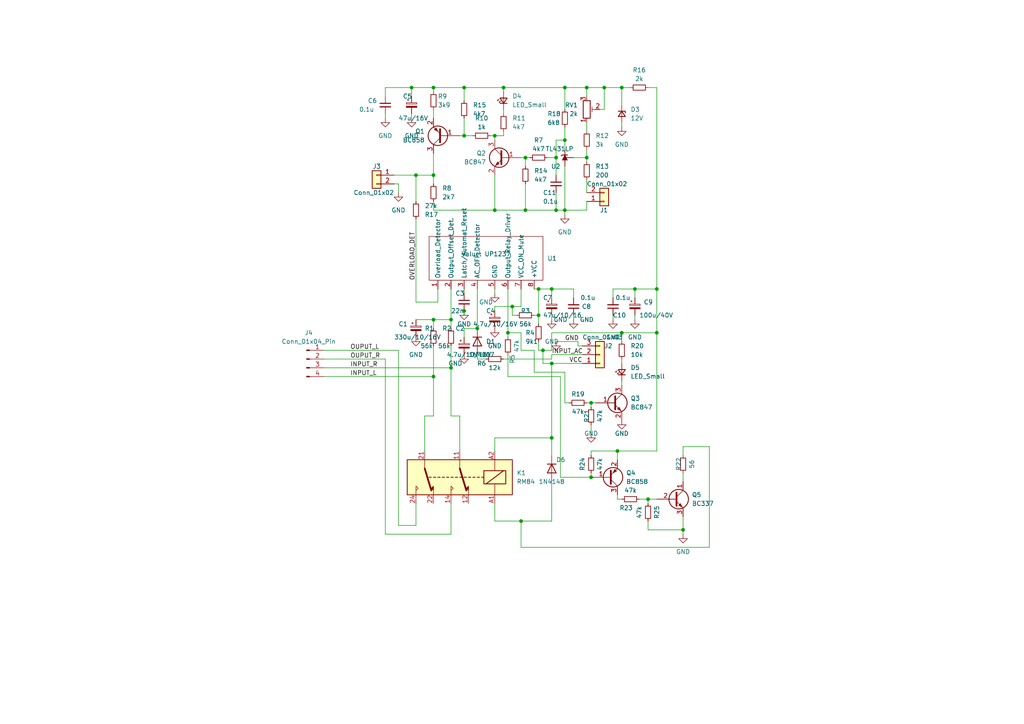
<source format=kicad_sch>
(kicad_sch
	(version 20231120)
	(generator "eeschema")
	(generator_version "8.0")
	(uuid "84215b52-7bce-44d2-9847-0e72d4a0f1f4")
	(paper "A4")
	(lib_symbols
		(symbol "Connector:Conn_01x04_Pin"
			(pin_names
				(offset 1.016) hide)
			(exclude_from_sim no)
			(in_bom yes)
			(on_board yes)
			(property "Reference" "J"
				(at 0 5.08 0)
				(effects
					(font
						(size 1.27 1.27)
					)
				)
			)
			(property "Value" "Conn_01x04_Pin"
				(at 0 -7.62 0)
				(effects
					(font
						(size 1.27 1.27)
					)
				)
			)
			(property "Footprint" ""
				(at 0 0 0)
				(effects
					(font
						(size 1.27 1.27)
					)
					(hide yes)
				)
			)
			(property "Datasheet" "~"
				(at 0 0 0)
				(effects
					(font
						(size 1.27 1.27)
					)
					(hide yes)
				)
			)
			(property "Description" "Generic connector, single row, 01x04, script generated"
				(at 0 0 0)
				(effects
					(font
						(size 1.27 1.27)
					)
					(hide yes)
				)
			)
			(property "ki_locked" ""
				(at 0 0 0)
				(effects
					(font
						(size 1.27 1.27)
					)
				)
			)
			(property "ki_keywords" "connector"
				(at 0 0 0)
				(effects
					(font
						(size 1.27 1.27)
					)
					(hide yes)
				)
			)
			(property "ki_fp_filters" "Connector*:*_1x??_*"
				(at 0 0 0)
				(effects
					(font
						(size 1.27 1.27)
					)
					(hide yes)
				)
			)
			(symbol "Conn_01x04_Pin_1_1"
				(polyline
					(pts
						(xy 1.27 -5.08) (xy 0.8636 -5.08)
					)
					(stroke
						(width 0.1524)
						(type default)
					)
					(fill
						(type none)
					)
				)
				(polyline
					(pts
						(xy 1.27 -2.54) (xy 0.8636 -2.54)
					)
					(stroke
						(width 0.1524)
						(type default)
					)
					(fill
						(type none)
					)
				)
				(polyline
					(pts
						(xy 1.27 0) (xy 0.8636 0)
					)
					(stroke
						(width 0.1524)
						(type default)
					)
					(fill
						(type none)
					)
				)
				(polyline
					(pts
						(xy 1.27 2.54) (xy 0.8636 2.54)
					)
					(stroke
						(width 0.1524)
						(type default)
					)
					(fill
						(type none)
					)
				)
				(rectangle
					(start 0.8636 -4.953)
					(end 0 -5.207)
					(stroke
						(width 0.1524)
						(type default)
					)
					(fill
						(type outline)
					)
				)
				(rectangle
					(start 0.8636 -2.413)
					(end 0 -2.667)
					(stroke
						(width 0.1524)
						(type default)
					)
					(fill
						(type outline)
					)
				)
				(rectangle
					(start 0.8636 0.127)
					(end 0 -0.127)
					(stroke
						(width 0.1524)
						(type default)
					)
					(fill
						(type outline)
					)
				)
				(rectangle
					(start 0.8636 2.667)
					(end 0 2.413)
					(stroke
						(width 0.1524)
						(type default)
					)
					(fill
						(type outline)
					)
				)
				(pin passive line
					(at 5.08 2.54 180)
					(length 3.81)
					(name "Pin_1"
						(effects
							(font
								(size 1.27 1.27)
							)
						)
					)
					(number "1"
						(effects
							(font
								(size 1.27 1.27)
							)
						)
					)
				)
				(pin passive line
					(at 5.08 0 180)
					(length 3.81)
					(name "Pin_2"
						(effects
							(font
								(size 1.27 1.27)
							)
						)
					)
					(number "2"
						(effects
							(font
								(size 1.27 1.27)
							)
						)
					)
				)
				(pin passive line
					(at 5.08 -2.54 180)
					(length 3.81)
					(name "Pin_3"
						(effects
							(font
								(size 1.27 1.27)
							)
						)
					)
					(number "3"
						(effects
							(font
								(size 1.27 1.27)
							)
						)
					)
				)
				(pin passive line
					(at 5.08 -5.08 180)
					(length 3.81)
					(name "Pin_4"
						(effects
							(font
								(size 1.27 1.27)
							)
						)
					)
					(number "4"
						(effects
							(font
								(size 1.27 1.27)
							)
						)
					)
				)
			)
		)
		(symbol "Connector_Generic:Conn_01x02"
			(pin_names
				(offset 1.016) hide)
			(exclude_from_sim no)
			(in_bom yes)
			(on_board yes)
			(property "Reference" "J"
				(at 0 2.54 0)
				(effects
					(font
						(size 1.27 1.27)
					)
				)
			)
			(property "Value" "Conn_01x02"
				(at 0 -5.08 0)
				(effects
					(font
						(size 1.27 1.27)
					)
				)
			)
			(property "Footprint" ""
				(at 0 0 0)
				(effects
					(font
						(size 1.27 1.27)
					)
					(hide yes)
				)
			)
			(property "Datasheet" "~"
				(at 0 0 0)
				(effects
					(font
						(size 1.27 1.27)
					)
					(hide yes)
				)
			)
			(property "Description" "Generic connector, single row, 01x02, script generated (kicad-library-utils/schlib/autogen/connector/)"
				(at 0 0 0)
				(effects
					(font
						(size 1.27 1.27)
					)
					(hide yes)
				)
			)
			(property "ki_keywords" "connector"
				(at 0 0 0)
				(effects
					(font
						(size 1.27 1.27)
					)
					(hide yes)
				)
			)
			(property "ki_fp_filters" "Connector*:*_1x??_*"
				(at 0 0 0)
				(effects
					(font
						(size 1.27 1.27)
					)
					(hide yes)
				)
			)
			(symbol "Conn_01x02_1_1"
				(rectangle
					(start -1.27 -2.413)
					(end 0 -2.667)
					(stroke
						(width 0.1524)
						(type default)
					)
					(fill
						(type none)
					)
				)
				(rectangle
					(start -1.27 0.127)
					(end 0 -0.127)
					(stroke
						(width 0.1524)
						(type default)
					)
					(fill
						(type none)
					)
				)
				(rectangle
					(start -1.27 1.27)
					(end 1.27 -3.81)
					(stroke
						(width 0.254)
						(type default)
					)
					(fill
						(type background)
					)
				)
				(pin passive line
					(at -5.08 0 0)
					(length 3.81)
					(name "Pin_1"
						(effects
							(font
								(size 1.27 1.27)
							)
						)
					)
					(number "1"
						(effects
							(font
								(size 1.27 1.27)
							)
						)
					)
				)
				(pin passive line
					(at -5.08 -2.54 0)
					(length 3.81)
					(name "Pin_2"
						(effects
							(font
								(size 1.27 1.27)
							)
						)
					)
					(number "2"
						(effects
							(font
								(size 1.27 1.27)
							)
						)
					)
				)
			)
		)
		(symbol "Connector_Generic:Conn_01x03"
			(pin_names
				(offset 1.016) hide)
			(exclude_from_sim no)
			(in_bom yes)
			(on_board yes)
			(property "Reference" "J"
				(at 0 5.08 0)
				(effects
					(font
						(size 1.27 1.27)
					)
				)
			)
			(property "Value" "Conn_01x03"
				(at 0 -5.08 0)
				(effects
					(font
						(size 1.27 1.27)
					)
				)
			)
			(property "Footprint" ""
				(at 0 0 0)
				(effects
					(font
						(size 1.27 1.27)
					)
					(hide yes)
				)
			)
			(property "Datasheet" "~"
				(at 0 0 0)
				(effects
					(font
						(size 1.27 1.27)
					)
					(hide yes)
				)
			)
			(property "Description" "Generic connector, single row, 01x03, script generated (kicad-library-utils/schlib/autogen/connector/)"
				(at 0 0 0)
				(effects
					(font
						(size 1.27 1.27)
					)
					(hide yes)
				)
			)
			(property "ki_keywords" "connector"
				(at 0 0 0)
				(effects
					(font
						(size 1.27 1.27)
					)
					(hide yes)
				)
			)
			(property "ki_fp_filters" "Connector*:*_1x??_*"
				(at 0 0 0)
				(effects
					(font
						(size 1.27 1.27)
					)
					(hide yes)
				)
			)
			(symbol "Conn_01x03_1_1"
				(rectangle
					(start -1.27 -2.413)
					(end 0 -2.667)
					(stroke
						(width 0.1524)
						(type default)
					)
					(fill
						(type none)
					)
				)
				(rectangle
					(start -1.27 0.127)
					(end 0 -0.127)
					(stroke
						(width 0.1524)
						(type default)
					)
					(fill
						(type none)
					)
				)
				(rectangle
					(start -1.27 2.667)
					(end 0 2.413)
					(stroke
						(width 0.1524)
						(type default)
					)
					(fill
						(type none)
					)
				)
				(rectangle
					(start -1.27 3.81)
					(end 1.27 -3.81)
					(stroke
						(width 0.254)
						(type default)
					)
					(fill
						(type background)
					)
				)
				(pin passive line
					(at -5.08 2.54 0)
					(length 3.81)
					(name "Pin_1"
						(effects
							(font
								(size 1.27 1.27)
							)
						)
					)
					(number "1"
						(effects
							(font
								(size 1.27 1.27)
							)
						)
					)
				)
				(pin passive line
					(at -5.08 0 0)
					(length 3.81)
					(name "Pin_2"
						(effects
							(font
								(size 1.27 1.27)
							)
						)
					)
					(number "2"
						(effects
							(font
								(size 1.27 1.27)
							)
						)
					)
				)
				(pin passive line
					(at -5.08 -2.54 0)
					(length 3.81)
					(name "Pin_3"
						(effects
							(font
								(size 1.27 1.27)
							)
						)
					)
					(number "3"
						(effects
							(font
								(size 1.27 1.27)
							)
						)
					)
				)
			)
		)
		(symbol "Device:C_Polarized_Small"
			(pin_numbers hide)
			(pin_names
				(offset 0.254) hide)
			(exclude_from_sim no)
			(in_bom yes)
			(on_board yes)
			(property "Reference" "C"
				(at 0.254 1.778 0)
				(effects
					(font
						(size 1.27 1.27)
					)
					(justify left)
				)
			)
			(property "Value" "C_Polarized_Small"
				(at 0.254 -2.032 0)
				(effects
					(font
						(size 1.27 1.27)
					)
					(justify left)
				)
			)
			(property "Footprint" ""
				(at 0 0 0)
				(effects
					(font
						(size 1.27 1.27)
					)
					(hide yes)
				)
			)
			(property "Datasheet" "~"
				(at 0 0 0)
				(effects
					(font
						(size 1.27 1.27)
					)
					(hide yes)
				)
			)
			(property "Description" "Polarized capacitor, small symbol"
				(at 0 0 0)
				(effects
					(font
						(size 1.27 1.27)
					)
					(hide yes)
				)
			)
			(property "ki_keywords" "cap capacitor"
				(at 0 0 0)
				(effects
					(font
						(size 1.27 1.27)
					)
					(hide yes)
				)
			)
			(property "ki_fp_filters" "CP_*"
				(at 0 0 0)
				(effects
					(font
						(size 1.27 1.27)
					)
					(hide yes)
				)
			)
			(symbol "C_Polarized_Small_0_1"
				(rectangle
					(start -1.524 -0.3048)
					(end 1.524 -0.6858)
					(stroke
						(width 0)
						(type default)
					)
					(fill
						(type outline)
					)
				)
				(rectangle
					(start -1.524 0.6858)
					(end 1.524 0.3048)
					(stroke
						(width 0)
						(type default)
					)
					(fill
						(type none)
					)
				)
				(polyline
					(pts
						(xy -1.27 1.524) (xy -0.762 1.524)
					)
					(stroke
						(width 0)
						(type default)
					)
					(fill
						(type none)
					)
				)
				(polyline
					(pts
						(xy -1.016 1.27) (xy -1.016 1.778)
					)
					(stroke
						(width 0)
						(type default)
					)
					(fill
						(type none)
					)
				)
			)
			(symbol "C_Polarized_Small_1_1"
				(pin passive line
					(at 0 2.54 270)
					(length 1.8542)
					(name "~"
						(effects
							(font
								(size 1.27 1.27)
							)
						)
					)
					(number "1"
						(effects
							(font
								(size 1.27 1.27)
							)
						)
					)
				)
				(pin passive line
					(at 0 -2.54 90)
					(length 1.8542)
					(name "~"
						(effects
							(font
								(size 1.27 1.27)
							)
						)
					)
					(number "2"
						(effects
							(font
								(size 1.27 1.27)
							)
						)
					)
				)
			)
		)
		(symbol "Device:C_Small"
			(pin_numbers hide)
			(pin_names
				(offset 0.254) hide)
			(exclude_from_sim no)
			(in_bom yes)
			(on_board yes)
			(property "Reference" "C"
				(at 0.254 1.778 0)
				(effects
					(font
						(size 1.27 1.27)
					)
					(justify left)
				)
			)
			(property "Value" "C_Small"
				(at 0.254 -2.032 0)
				(effects
					(font
						(size 1.27 1.27)
					)
					(justify left)
				)
			)
			(property "Footprint" ""
				(at 0 0 0)
				(effects
					(font
						(size 1.27 1.27)
					)
					(hide yes)
				)
			)
			(property "Datasheet" "~"
				(at 0 0 0)
				(effects
					(font
						(size 1.27 1.27)
					)
					(hide yes)
				)
			)
			(property "Description" "Unpolarized capacitor, small symbol"
				(at 0 0 0)
				(effects
					(font
						(size 1.27 1.27)
					)
					(hide yes)
				)
			)
			(property "ki_keywords" "capacitor cap"
				(at 0 0 0)
				(effects
					(font
						(size 1.27 1.27)
					)
					(hide yes)
				)
			)
			(property "ki_fp_filters" "C_*"
				(at 0 0 0)
				(effects
					(font
						(size 1.27 1.27)
					)
					(hide yes)
				)
			)
			(symbol "C_Small_0_1"
				(polyline
					(pts
						(xy -1.524 -0.508) (xy 1.524 -0.508)
					)
					(stroke
						(width 0.3302)
						(type default)
					)
					(fill
						(type none)
					)
				)
				(polyline
					(pts
						(xy -1.524 0.508) (xy 1.524 0.508)
					)
					(stroke
						(width 0.3048)
						(type default)
					)
					(fill
						(type none)
					)
				)
			)
			(symbol "C_Small_1_1"
				(pin passive line
					(at 0 2.54 270)
					(length 2.032)
					(name "~"
						(effects
							(font
								(size 1.27 1.27)
							)
						)
					)
					(number "1"
						(effects
							(font
								(size 1.27 1.27)
							)
						)
					)
				)
				(pin passive line
					(at 0 -2.54 90)
					(length 2.032)
					(name "~"
						(effects
							(font
								(size 1.27 1.27)
							)
						)
					)
					(number "2"
						(effects
							(font
								(size 1.27 1.27)
							)
						)
					)
				)
			)
		)
		(symbol "Device:D_Zener_Small"
			(pin_numbers hide)
			(pin_names
				(offset 0.254) hide)
			(exclude_from_sim no)
			(in_bom yes)
			(on_board yes)
			(property "Reference" "D"
				(at 0 2.286 0)
				(effects
					(font
						(size 1.27 1.27)
					)
				)
			)
			(property "Value" "D_Zener_Small"
				(at 0 -2.286 0)
				(effects
					(font
						(size 1.27 1.27)
					)
				)
			)
			(property "Footprint" ""
				(at 0 0 90)
				(effects
					(font
						(size 1.27 1.27)
					)
					(hide yes)
				)
			)
			(property "Datasheet" "~"
				(at 0 0 90)
				(effects
					(font
						(size 1.27 1.27)
					)
					(hide yes)
				)
			)
			(property "Description" "Zener diode, small symbol"
				(at 0 0 0)
				(effects
					(font
						(size 1.27 1.27)
					)
					(hide yes)
				)
			)
			(property "ki_keywords" "diode"
				(at 0 0 0)
				(effects
					(font
						(size 1.27 1.27)
					)
					(hide yes)
				)
			)
			(property "ki_fp_filters" "TO-???* *_Diode_* *SingleDiode* D_*"
				(at 0 0 0)
				(effects
					(font
						(size 1.27 1.27)
					)
					(hide yes)
				)
			)
			(symbol "D_Zener_Small_0_1"
				(polyline
					(pts
						(xy 0.762 0) (xy -0.762 0)
					)
					(stroke
						(width 0)
						(type default)
					)
					(fill
						(type none)
					)
				)
				(polyline
					(pts
						(xy -0.254 1.016) (xy -0.762 1.016) (xy -0.762 -1.016)
					)
					(stroke
						(width 0.254)
						(type default)
					)
					(fill
						(type none)
					)
				)
				(polyline
					(pts
						(xy 0.762 1.016) (xy -0.762 0) (xy 0.762 -1.016) (xy 0.762 1.016)
					)
					(stroke
						(width 0.254)
						(type default)
					)
					(fill
						(type none)
					)
				)
			)
			(symbol "D_Zener_Small_1_1"
				(pin passive line
					(at -2.54 0 0)
					(length 1.778)
					(name "K"
						(effects
							(font
								(size 1.27 1.27)
							)
						)
					)
					(number "1"
						(effects
							(font
								(size 1.27 1.27)
							)
						)
					)
				)
				(pin passive line
					(at 2.54 0 180)
					(length 1.778)
					(name "A"
						(effects
							(font
								(size 1.27 1.27)
							)
						)
					)
					(number "2"
						(effects
							(font
								(size 1.27 1.27)
							)
						)
					)
				)
			)
		)
		(symbol "Device:LED_Small"
			(pin_numbers hide)
			(pin_names
				(offset 0.254) hide)
			(exclude_from_sim no)
			(in_bom yes)
			(on_board yes)
			(property "Reference" "D"
				(at -1.27 3.175 0)
				(effects
					(font
						(size 1.27 1.27)
					)
					(justify left)
				)
			)
			(property "Value" "LED_Small"
				(at -4.445 -2.54 0)
				(effects
					(font
						(size 1.27 1.27)
					)
					(justify left)
				)
			)
			(property "Footprint" ""
				(at 0 0 90)
				(effects
					(font
						(size 1.27 1.27)
					)
					(hide yes)
				)
			)
			(property "Datasheet" "~"
				(at 0 0 90)
				(effects
					(font
						(size 1.27 1.27)
					)
					(hide yes)
				)
			)
			(property "Description" "Light emitting diode, small symbol"
				(at 0 0 0)
				(effects
					(font
						(size 1.27 1.27)
					)
					(hide yes)
				)
			)
			(property "ki_keywords" "LED diode light-emitting-diode"
				(at 0 0 0)
				(effects
					(font
						(size 1.27 1.27)
					)
					(hide yes)
				)
			)
			(property "ki_fp_filters" "LED* LED_SMD:* LED_THT:*"
				(at 0 0 0)
				(effects
					(font
						(size 1.27 1.27)
					)
					(hide yes)
				)
			)
			(symbol "LED_Small_0_1"
				(polyline
					(pts
						(xy -0.762 -1.016) (xy -0.762 1.016)
					)
					(stroke
						(width 0.254)
						(type default)
					)
					(fill
						(type none)
					)
				)
				(polyline
					(pts
						(xy 1.016 0) (xy -0.762 0)
					)
					(stroke
						(width 0)
						(type default)
					)
					(fill
						(type none)
					)
				)
				(polyline
					(pts
						(xy 0.762 -1.016) (xy -0.762 0) (xy 0.762 1.016) (xy 0.762 -1.016)
					)
					(stroke
						(width 0.254)
						(type default)
					)
					(fill
						(type none)
					)
				)
				(polyline
					(pts
						(xy 0 0.762) (xy -0.508 1.27) (xy -0.254 1.27) (xy -0.508 1.27) (xy -0.508 1.016)
					)
					(stroke
						(width 0)
						(type default)
					)
					(fill
						(type none)
					)
				)
				(polyline
					(pts
						(xy 0.508 1.27) (xy 0 1.778) (xy 0.254 1.778) (xy 0 1.778) (xy 0 1.524)
					)
					(stroke
						(width 0)
						(type default)
					)
					(fill
						(type none)
					)
				)
			)
			(symbol "LED_Small_1_1"
				(pin passive line
					(at -2.54 0 0)
					(length 1.778)
					(name "K"
						(effects
							(font
								(size 1.27 1.27)
							)
						)
					)
					(number "1"
						(effects
							(font
								(size 1.27 1.27)
							)
						)
					)
				)
				(pin passive line
					(at 2.54 0 180)
					(length 1.778)
					(name "A"
						(effects
							(font
								(size 1.27 1.27)
							)
						)
					)
					(number "2"
						(effects
							(font
								(size 1.27 1.27)
							)
						)
					)
				)
			)
		)
		(symbol "Device:R_Potentiometer_Trim"
			(pin_names
				(offset 1.016) hide)
			(exclude_from_sim no)
			(in_bom yes)
			(on_board yes)
			(property "Reference" "RV"
				(at -4.445 0 90)
				(effects
					(font
						(size 1.27 1.27)
					)
				)
			)
			(property "Value" "R_Potentiometer_Trim"
				(at -2.54 0 90)
				(effects
					(font
						(size 1.27 1.27)
					)
				)
			)
			(property "Footprint" ""
				(at 0 0 0)
				(effects
					(font
						(size 1.27 1.27)
					)
					(hide yes)
				)
			)
			(property "Datasheet" "~"
				(at 0 0 0)
				(effects
					(font
						(size 1.27 1.27)
					)
					(hide yes)
				)
			)
			(property "Description" "Trim-potentiometer"
				(at 0 0 0)
				(effects
					(font
						(size 1.27 1.27)
					)
					(hide yes)
				)
			)
			(property "ki_keywords" "resistor variable trimpot trimmer"
				(at 0 0 0)
				(effects
					(font
						(size 1.27 1.27)
					)
					(hide yes)
				)
			)
			(property "ki_fp_filters" "Potentiometer*"
				(at 0 0 0)
				(effects
					(font
						(size 1.27 1.27)
					)
					(hide yes)
				)
			)
			(symbol "R_Potentiometer_Trim_0_1"
				(polyline
					(pts
						(xy 1.524 0.762) (xy 1.524 -0.762)
					)
					(stroke
						(width 0)
						(type default)
					)
					(fill
						(type none)
					)
				)
				(polyline
					(pts
						(xy 2.54 0) (xy 1.524 0)
					)
					(stroke
						(width 0)
						(type default)
					)
					(fill
						(type none)
					)
				)
				(rectangle
					(start 1.016 2.54)
					(end -1.016 -2.54)
					(stroke
						(width 0.254)
						(type default)
					)
					(fill
						(type none)
					)
				)
			)
			(symbol "R_Potentiometer_Trim_1_1"
				(pin passive line
					(at 0 3.81 270)
					(length 1.27)
					(name "1"
						(effects
							(font
								(size 1.27 1.27)
							)
						)
					)
					(number "1"
						(effects
							(font
								(size 1.27 1.27)
							)
						)
					)
				)
				(pin passive line
					(at 3.81 0 180)
					(length 1.27)
					(name "2"
						(effects
							(font
								(size 1.27 1.27)
							)
						)
					)
					(number "2"
						(effects
							(font
								(size 1.27 1.27)
							)
						)
					)
				)
				(pin passive line
					(at 0 -3.81 90)
					(length 1.27)
					(name "3"
						(effects
							(font
								(size 1.27 1.27)
							)
						)
					)
					(number "3"
						(effects
							(font
								(size 1.27 1.27)
							)
						)
					)
				)
			)
		)
		(symbol "Device:R_Small"
			(pin_numbers hide)
			(pin_names
				(offset 0.254) hide)
			(exclude_from_sim no)
			(in_bom yes)
			(on_board yes)
			(property "Reference" "R"
				(at 0.762 0.508 0)
				(effects
					(font
						(size 1.27 1.27)
					)
					(justify left)
				)
			)
			(property "Value" "R_Small"
				(at 0.762 -1.016 0)
				(effects
					(font
						(size 1.27 1.27)
					)
					(justify left)
				)
			)
			(property "Footprint" ""
				(at 0 0 0)
				(effects
					(font
						(size 1.27 1.27)
					)
					(hide yes)
				)
			)
			(property "Datasheet" "~"
				(at 0 0 0)
				(effects
					(font
						(size 1.27 1.27)
					)
					(hide yes)
				)
			)
			(property "Description" "Resistor, small symbol"
				(at 0 0 0)
				(effects
					(font
						(size 1.27 1.27)
					)
					(hide yes)
				)
			)
			(property "ki_keywords" "R resistor"
				(at 0 0 0)
				(effects
					(font
						(size 1.27 1.27)
					)
					(hide yes)
				)
			)
			(property "ki_fp_filters" "R_*"
				(at 0 0 0)
				(effects
					(font
						(size 1.27 1.27)
					)
					(hide yes)
				)
			)
			(symbol "R_Small_0_1"
				(rectangle
					(start -0.762 1.778)
					(end 0.762 -1.778)
					(stroke
						(width 0.2032)
						(type default)
					)
					(fill
						(type none)
					)
				)
			)
			(symbol "R_Small_1_1"
				(pin passive line
					(at 0 2.54 270)
					(length 0.762)
					(name "~"
						(effects
							(font
								(size 1.27 1.27)
							)
						)
					)
					(number "1"
						(effects
							(font
								(size 1.27 1.27)
							)
						)
					)
				)
				(pin passive line
					(at 0 -2.54 90)
					(length 0.762)
					(name "~"
						(effects
							(font
								(size 1.27 1.27)
							)
						)
					)
					(number "2"
						(effects
							(font
								(size 1.27 1.27)
							)
						)
					)
				)
			)
		)
		(symbol "Diode:1N4007"
			(pin_numbers hide)
			(pin_names hide)
			(exclude_from_sim no)
			(in_bom yes)
			(on_board yes)
			(property "Reference" "D"
				(at 0 2.54 0)
				(effects
					(font
						(size 1.27 1.27)
					)
				)
			)
			(property "Value" "1N4007"
				(at 0 -2.54 0)
				(effects
					(font
						(size 1.27 1.27)
					)
				)
			)
			(property "Footprint" "Diode_THT:D_DO-41_SOD81_P10.16mm_Horizontal"
				(at 0 -4.445 0)
				(effects
					(font
						(size 1.27 1.27)
					)
					(hide yes)
				)
			)
			(property "Datasheet" "http://www.vishay.com/docs/88503/1n4001.pdf"
				(at 0 0 0)
				(effects
					(font
						(size 1.27 1.27)
					)
					(hide yes)
				)
			)
			(property "Description" "1000V 1A General Purpose Rectifier Diode, DO-41"
				(at 0 0 0)
				(effects
					(font
						(size 1.27 1.27)
					)
					(hide yes)
				)
			)
			(property "Sim.Device" "D"
				(at 0 0 0)
				(effects
					(font
						(size 1.27 1.27)
					)
					(hide yes)
				)
			)
			(property "Sim.Pins" "1=K 2=A"
				(at 0 0 0)
				(effects
					(font
						(size 1.27 1.27)
					)
					(hide yes)
				)
			)
			(property "ki_keywords" "diode"
				(at 0 0 0)
				(effects
					(font
						(size 1.27 1.27)
					)
					(hide yes)
				)
			)
			(property "ki_fp_filters" "D*DO?41*"
				(at 0 0 0)
				(effects
					(font
						(size 1.27 1.27)
					)
					(hide yes)
				)
			)
			(symbol "1N4007_0_1"
				(polyline
					(pts
						(xy -1.27 1.27) (xy -1.27 -1.27)
					)
					(stroke
						(width 0.254)
						(type default)
					)
					(fill
						(type none)
					)
				)
				(polyline
					(pts
						(xy 1.27 0) (xy -1.27 0)
					)
					(stroke
						(width 0)
						(type default)
					)
					(fill
						(type none)
					)
				)
				(polyline
					(pts
						(xy 1.27 1.27) (xy 1.27 -1.27) (xy -1.27 0) (xy 1.27 1.27)
					)
					(stroke
						(width 0.254)
						(type default)
					)
					(fill
						(type none)
					)
				)
			)
			(symbol "1N4007_1_1"
				(pin passive line
					(at -3.81 0 0)
					(length 2.54)
					(name "K"
						(effects
							(font
								(size 1.27 1.27)
							)
						)
					)
					(number "1"
						(effects
							(font
								(size 1.27 1.27)
							)
						)
					)
				)
				(pin passive line
					(at 3.81 0 180)
					(length 2.54)
					(name "A"
						(effects
							(font
								(size 1.27 1.27)
							)
						)
					)
					(number "2"
						(effects
							(font
								(size 1.27 1.27)
							)
						)
					)
				)
			)
		)
		(symbol "Diode:1N4148"
			(pin_numbers hide)
			(pin_names hide)
			(exclude_from_sim no)
			(in_bom yes)
			(on_board yes)
			(property "Reference" "D"
				(at 0 2.54 0)
				(effects
					(font
						(size 1.27 1.27)
					)
				)
			)
			(property "Value" "1N4148"
				(at 0 -2.54 0)
				(effects
					(font
						(size 1.27 1.27)
					)
				)
			)
			(property "Footprint" "Diode_THT:D_DO-35_SOD27_P7.62mm_Horizontal"
				(at 0 0 0)
				(effects
					(font
						(size 1.27 1.27)
					)
					(hide yes)
				)
			)
			(property "Datasheet" "https://assets.nexperia.com/documents/data-sheet/1N4148_1N4448.pdf"
				(at 0 0 0)
				(effects
					(font
						(size 1.27 1.27)
					)
					(hide yes)
				)
			)
			(property "Description" "100V 0.15A standard switching diode, DO-35"
				(at 0 0 0)
				(effects
					(font
						(size 1.27 1.27)
					)
					(hide yes)
				)
			)
			(property "Sim.Device" "D"
				(at 0 0 0)
				(effects
					(font
						(size 1.27 1.27)
					)
					(hide yes)
				)
			)
			(property "Sim.Pins" "1=K 2=A"
				(at 0 0 0)
				(effects
					(font
						(size 1.27 1.27)
					)
					(hide yes)
				)
			)
			(property "ki_keywords" "diode"
				(at 0 0 0)
				(effects
					(font
						(size 1.27 1.27)
					)
					(hide yes)
				)
			)
			(property "ki_fp_filters" "D*DO?35*"
				(at 0 0 0)
				(effects
					(font
						(size 1.27 1.27)
					)
					(hide yes)
				)
			)
			(symbol "1N4148_0_1"
				(polyline
					(pts
						(xy -1.27 1.27) (xy -1.27 -1.27)
					)
					(stroke
						(width 0.254)
						(type default)
					)
					(fill
						(type none)
					)
				)
				(polyline
					(pts
						(xy 1.27 0) (xy -1.27 0)
					)
					(stroke
						(width 0)
						(type default)
					)
					(fill
						(type none)
					)
				)
				(polyline
					(pts
						(xy 1.27 1.27) (xy 1.27 -1.27) (xy -1.27 0) (xy 1.27 1.27)
					)
					(stroke
						(width 0.254)
						(type default)
					)
					(fill
						(type none)
					)
				)
			)
			(symbol "1N4148_1_1"
				(pin passive line
					(at -3.81 0 0)
					(length 2.54)
					(name "K"
						(effects
							(font
								(size 1.27 1.27)
							)
						)
					)
					(number "1"
						(effects
							(font
								(size 1.27 1.27)
							)
						)
					)
				)
				(pin passive line
					(at 3.81 0 180)
					(length 2.54)
					(name "A"
						(effects
							(font
								(size 1.27 1.27)
							)
						)
					)
					(number "2"
						(effects
							(font
								(size 1.27 1.27)
							)
						)
					)
				)
			)
		)
		(symbol "Moja_Library:UPC1237"
			(exclude_from_sim no)
			(in_bom yes)
			(on_board yes)
			(property "Reference" "U"
				(at 0 0 0)
				(effects
					(font
						(size 1.27 1.27)
					)
				)
			)
			(property "Value" ""
				(at 0 0 0)
				(effects
					(font
						(size 1.27 1.27)
					)
				)
			)
			(property "Footprint" ""
				(at 0 0 0)
				(effects
					(font
						(size 1.27 1.27)
					)
					(hide yes)
				)
			)
			(property "Datasheet" ""
				(at 0 0 0)
				(effects
					(font
						(size 1.27 1.27)
					)
					(hide yes)
				)
			)
			(property "Description" ""
				(at 0 0 0)
				(effects
					(font
						(size 1.27 1.27)
					)
					(hide yes)
				)
			)
			(symbol "UPC1237_0_1"
				(rectangle
					(start -16.51 5.08)
					(end 16.51 -7.62)
					(stroke
						(width 0)
						(type default)
					)
					(fill
						(type none)
					)
				)
			)
			(symbol "UPC1237_1_1"
				(pin input line
					(at -13.97 -10.16 90)
					(length 2.54)
					(name "Overload_Detector"
						(effects
							(font
								(size 1.27 1.27)
							)
						)
					)
					(number "1"
						(effects
							(font
								(size 1.27 1.27)
							)
						)
					)
				)
				(pin input line
					(at -10.16 -10.16 90)
					(length 2.54)
					(name "Output_Offset_Det."
						(effects
							(font
								(size 1.27 1.27)
							)
						)
					)
					(number "2"
						(effects
							(font
								(size 1.27 1.27)
							)
						)
					)
				)
				(pin input line
					(at -6.35 -10.16 90)
					(length 2.54)
					(name "Latch/Automat_Reset"
						(effects
							(font
								(size 1.27 1.27)
							)
						)
					)
					(number "3"
						(effects
							(font
								(size 1.27 1.27)
							)
						)
					)
				)
				(pin input line
					(at -2.54 -10.16 90)
					(length 2.54)
					(name "AC_OFF_Detector"
						(effects
							(font
								(size 1.27 1.27)
							)
						)
					)
					(number "4"
						(effects
							(font
								(size 1.27 1.27)
							)
						)
					)
				)
				(pin input line
					(at 2.54 -10.16 90)
					(length 2.54)
					(name "GND"
						(effects
							(font
								(size 1.27 1.27)
							)
						)
					)
					(number "5"
						(effects
							(font
								(size 1.27 1.27)
							)
						)
					)
				)
				(pin input line
					(at 6.35 -10.16 90)
					(length 2.54)
					(name "Output_Relay_Driver"
						(effects
							(font
								(size 1.27 1.27)
							)
						)
					)
					(number "6"
						(effects
							(font
								(size 1.27 1.27)
							)
						)
					)
				)
				(pin input line
					(at 10.16 -10.16 90)
					(length 2.54)
					(name "VCC_ON_Mute"
						(effects
							(font
								(size 1.27 1.27)
							)
						)
					)
					(number "7"
						(effects
							(font
								(size 1.27 1.27)
							)
						)
					)
				)
				(pin input line
					(at 13.97 -10.16 90)
					(length 2.54)
					(name "+VCC"
						(effects
							(font
								(size 1.27 1.27)
							)
						)
					)
					(number "8"
						(effects
							(font
								(size 1.27 1.27)
							)
						)
					)
				)
			)
		)
		(symbol "Reference_Voltage:TL431LP"
			(pin_numbers hide)
			(pin_names hide)
			(exclude_from_sim no)
			(in_bom yes)
			(on_board yes)
			(property "Reference" "U"
				(at -2.54 2.54 0)
				(effects
					(font
						(size 1.27 1.27)
					)
				)
			)
			(property "Value" "TL431LP"
				(at 0 -2.54 0)
				(effects
					(font
						(size 1.27 1.27)
					)
				)
			)
			(property "Footprint" "Package_TO_SOT_THT:TO-92_Inline"
				(at 0 -3.81 0)
				(effects
					(font
						(size 1.27 1.27)
						(italic yes)
					)
					(hide yes)
				)
			)
			(property "Datasheet" "http://www.ti.com/lit/ds/symlink/tl431.pdf"
				(at 0 0 0)
				(effects
					(font
						(size 1.27 1.27)
						(italic yes)
					)
					(hide yes)
				)
			)
			(property "Description" "Shunt Regulator, TO-92"
				(at 0 0 0)
				(effects
					(font
						(size 1.27 1.27)
					)
					(hide yes)
				)
			)
			(property "ki_keywords" "diode device regulator shunt"
				(at 0 0 0)
				(effects
					(font
						(size 1.27 1.27)
					)
					(hide yes)
				)
			)
			(property "ki_fp_filters" "TO*92*"
				(at 0 0 0)
				(effects
					(font
						(size 1.27 1.27)
					)
					(hide yes)
				)
			)
			(symbol "TL431LP_0_1"
				(polyline
					(pts
						(xy -1.27 0) (xy 0 0) (xy 1.27 0)
					)
					(stroke
						(width 0)
						(type default)
					)
					(fill
						(type none)
					)
				)
				(polyline
					(pts
						(xy -0.762 0.762) (xy 0.762 0) (xy -0.762 -0.762)
					)
					(stroke
						(width 0)
						(type default)
					)
					(fill
						(type outline)
					)
				)
				(polyline
					(pts
						(xy 0.508 -1.016) (xy 0.762 -0.762) (xy 0.762 0.762) (xy 0.762 0.762)
					)
					(stroke
						(width 0.254)
						(type default)
					)
					(fill
						(type none)
					)
				)
			)
			(symbol "TL431LP_1_1"
				(pin passive line
					(at 0 2.54 270)
					(length 2.54)
					(name "REF"
						(effects
							(font
								(size 1.27 1.27)
							)
						)
					)
					(number "1"
						(effects
							(font
								(size 1.27 1.27)
							)
						)
					)
				)
				(pin passive line
					(at -2.54 0 0)
					(length 2.54)
					(name "A"
						(effects
							(font
								(size 1.27 1.27)
							)
						)
					)
					(number "2"
						(effects
							(font
								(size 1.27 1.27)
							)
						)
					)
				)
				(pin passive line
					(at 2.54 0 180)
					(length 2.54)
					(name "K"
						(effects
							(font
								(size 1.27 1.27)
							)
						)
					)
					(number "3"
						(effects
							(font
								(size 1.27 1.27)
							)
						)
					)
				)
			)
		)
		(symbol "Relay:RM84"
			(exclude_from_sim no)
			(in_bom yes)
			(on_board yes)
			(property "Reference" "K"
				(at 16.51 3.81 0)
				(effects
					(font
						(size 1.27 1.27)
					)
					(justify left)
				)
			)
			(property "Value" "RM84"
				(at 16.51 1.27 0)
				(effects
					(font
						(size 1.27 1.27)
					)
					(justify left)
				)
			)
			(property "Footprint" "Relay_THT:Relay_DPDT_Finder_40.52"
				(at 34.29 -0.762 0)
				(effects
					(font
						(size 1.27 1.27)
					)
					(hide yes)
				)
			)
			(property "Datasheet" "http://www.relpol.pl/en/content/download/13766/168095/file/e_RM84.pdf"
				(at 0 0 0)
				(effects
					(font
						(size 1.27 1.27)
					)
					(hide yes)
				)
			)
			(property "Description" "RELPOL Dual Pole Relay, 5mm Pitch, 8A"
				(at 0 0 0)
				(effects
					(font
						(size 1.27 1.27)
					)
					(hide yes)
				)
			)
			(property "ki_keywords" "Dual Pole Relay"
				(at 0 0 0)
				(effects
					(font
						(size 1.27 1.27)
					)
					(hide yes)
				)
			)
			(property "ki_fp_filters" "Relay*DPDT*Finder*40.52*"
				(at 0 0 0)
				(effects
					(font
						(size 1.27 1.27)
					)
					(hide yes)
				)
			)
			(symbol "RM84_0_1"
				(rectangle
					(start -15.24 5.08)
					(end 15.24 -5.08)
					(stroke
						(width 0.254)
						(type default)
					)
					(fill
						(type background)
					)
				)
				(rectangle
					(start -13.335 1.905)
					(end -6.985 -1.905)
					(stroke
						(width 0.254)
						(type default)
					)
					(fill
						(type none)
					)
				)
				(polyline
					(pts
						(xy -12.7 -1.905) (xy -7.62 1.905)
					)
					(stroke
						(width 0.254)
						(type default)
					)
					(fill
						(type none)
					)
				)
				(polyline
					(pts
						(xy -10.16 -5.08) (xy -10.16 -1.905)
					)
					(stroke
						(width 0)
						(type default)
					)
					(fill
						(type none)
					)
				)
				(polyline
					(pts
						(xy -10.16 5.08) (xy -10.16 1.905)
					)
					(stroke
						(width 0)
						(type default)
					)
					(fill
						(type none)
					)
				)
				(polyline
					(pts
						(xy -6.985 0) (xy -6.35 0)
					)
					(stroke
						(width 0.254)
						(type default)
					)
					(fill
						(type none)
					)
				)
				(polyline
					(pts
						(xy -5.715 0) (xy -5.08 0)
					)
					(stroke
						(width 0.254)
						(type default)
					)
					(fill
						(type none)
					)
				)
				(polyline
					(pts
						(xy -4.445 0) (xy -3.81 0)
					)
					(stroke
						(width 0.254)
						(type default)
					)
					(fill
						(type none)
					)
				)
				(polyline
					(pts
						(xy -3.175 0) (xy -2.54 0)
					)
					(stroke
						(width 0.254)
						(type default)
					)
					(fill
						(type none)
					)
				)
				(polyline
					(pts
						(xy -1.905 0) (xy -1.27 0)
					)
					(stroke
						(width 0.254)
						(type default)
					)
					(fill
						(type none)
					)
				)
				(polyline
					(pts
						(xy -0.635 0) (xy 0 0)
					)
					(stroke
						(width 0.254)
						(type default)
					)
					(fill
						(type none)
					)
				)
				(polyline
					(pts
						(xy 0 -2.54) (xy -1.905 3.81)
					)
					(stroke
						(width 0.508)
						(type default)
					)
					(fill
						(type none)
					)
				)
				(polyline
					(pts
						(xy 0 -2.54) (xy 0 -5.08)
					)
					(stroke
						(width 0)
						(type default)
					)
					(fill
						(type none)
					)
				)
				(polyline
					(pts
						(xy 0.635 0) (xy 1.27 0)
					)
					(stroke
						(width 0.254)
						(type default)
					)
					(fill
						(type none)
					)
				)
				(polyline
					(pts
						(xy 1.905 0) (xy 2.54 0)
					)
					(stroke
						(width 0.254)
						(type default)
					)
					(fill
						(type none)
					)
				)
				(polyline
					(pts
						(xy 3.175 0) (xy 3.81 0)
					)
					(stroke
						(width 0.254)
						(type default)
					)
					(fill
						(type none)
					)
				)
				(polyline
					(pts
						(xy 4.445 0) (xy 5.08 0)
					)
					(stroke
						(width 0.254)
						(type default)
					)
					(fill
						(type none)
					)
				)
				(polyline
					(pts
						(xy 5.715 0) (xy 6.35 0)
					)
					(stroke
						(width 0.254)
						(type default)
					)
					(fill
						(type none)
					)
				)
				(polyline
					(pts
						(xy 6.985 0) (xy 7.62 0)
					)
					(stroke
						(width 0.254)
						(type default)
					)
					(fill
						(type none)
					)
				)
				(polyline
					(pts
						(xy 8.255 0) (xy 8.89 0)
					)
					(stroke
						(width 0.254)
						(type default)
					)
					(fill
						(type none)
					)
				)
				(polyline
					(pts
						(xy 10.16 -2.54) (xy 8.255 3.81)
					)
					(stroke
						(width 0.508)
						(type default)
					)
					(fill
						(type none)
					)
				)
				(polyline
					(pts
						(xy 10.16 -2.54) (xy 10.16 -5.08)
					)
					(stroke
						(width 0)
						(type default)
					)
					(fill
						(type none)
					)
				)
				(polyline
					(pts
						(xy -2.54 5.08) (xy -2.54 2.54) (xy -1.905 3.175) (xy -2.54 3.81)
					)
					(stroke
						(width 0)
						(type default)
					)
					(fill
						(type outline)
					)
				)
				(polyline
					(pts
						(xy 2.54 5.08) (xy 2.54 2.54) (xy 1.905 3.175) (xy 2.54 3.81)
					)
					(stroke
						(width 0)
						(type default)
					)
					(fill
						(type none)
					)
				)
				(polyline
					(pts
						(xy 7.62 5.08) (xy 7.62 2.54) (xy 8.255 3.175) (xy 7.62 3.81)
					)
					(stroke
						(width 0)
						(type default)
					)
					(fill
						(type outline)
					)
				)
				(polyline
					(pts
						(xy 12.7 5.08) (xy 12.7 2.54) (xy 12.065 3.175) (xy 12.7 3.81)
					)
					(stroke
						(width 0)
						(type default)
					)
					(fill
						(type none)
					)
				)
			)
			(symbol "RM84_1_1"
				(pin passive line
					(at 0 -7.62 90)
					(length 2.54)
					(name "~"
						(effects
							(font
								(size 1.27 1.27)
							)
						)
					)
					(number "11"
						(effects
							(font
								(size 1.27 1.27)
							)
						)
					)
				)
				(pin passive line
					(at -2.54 7.62 270)
					(length 2.54)
					(name "~"
						(effects
							(font
								(size 1.27 1.27)
							)
						)
					)
					(number "12"
						(effects
							(font
								(size 1.27 1.27)
							)
						)
					)
				)
				(pin passive line
					(at 2.54 7.62 270)
					(length 2.54)
					(name "~"
						(effects
							(font
								(size 1.27 1.27)
							)
						)
					)
					(number "14"
						(effects
							(font
								(size 1.27 1.27)
							)
						)
					)
				)
				(pin passive line
					(at 10.16 -7.62 90)
					(length 2.54)
					(name "~"
						(effects
							(font
								(size 1.27 1.27)
							)
						)
					)
					(number "21"
						(effects
							(font
								(size 1.27 1.27)
							)
						)
					)
				)
				(pin passive line
					(at 7.62 7.62 270)
					(length 2.54)
					(name "~"
						(effects
							(font
								(size 1.27 1.27)
							)
						)
					)
					(number "22"
						(effects
							(font
								(size 1.27 1.27)
							)
						)
					)
				)
				(pin passive line
					(at 12.7 7.62 270)
					(length 2.54)
					(name "~"
						(effects
							(font
								(size 1.27 1.27)
							)
						)
					)
					(number "24"
						(effects
							(font
								(size 1.27 1.27)
							)
						)
					)
				)
				(pin passive line
					(at -10.16 7.62 270)
					(length 2.54)
					(name "~"
						(effects
							(font
								(size 1.27 1.27)
							)
						)
					)
					(number "A1"
						(effects
							(font
								(size 1.27 1.27)
							)
						)
					)
				)
				(pin passive line
					(at -10.16 -7.62 90)
					(length 2.54)
					(name "~"
						(effects
							(font
								(size 1.27 1.27)
							)
						)
					)
					(number "A2"
						(effects
							(font
								(size 1.27 1.27)
							)
						)
					)
				)
			)
		)
		(symbol "Transistor_BJT:BC337"
			(pin_names
				(offset 0) hide)
			(exclude_from_sim no)
			(in_bom yes)
			(on_board yes)
			(property "Reference" "Q"
				(at 5.08 1.905 0)
				(effects
					(font
						(size 1.27 1.27)
					)
					(justify left)
				)
			)
			(property "Value" "BC337"
				(at 5.08 0 0)
				(effects
					(font
						(size 1.27 1.27)
					)
					(justify left)
				)
			)
			(property "Footprint" "Package_TO_SOT_THT:TO-92_Inline"
				(at 5.08 -1.905 0)
				(effects
					(font
						(size 1.27 1.27)
						(italic yes)
					)
					(justify left)
					(hide yes)
				)
			)
			(property "Datasheet" "https://diotec.com/tl_files/diotec/files/pdf/datasheets/bc337.pdf"
				(at 0 0 0)
				(effects
					(font
						(size 1.27 1.27)
					)
					(justify left)
					(hide yes)
				)
			)
			(property "Description" "0.8A Ic, 45V Vce, NPN Transistor, TO-92"
				(at 0 0 0)
				(effects
					(font
						(size 1.27 1.27)
					)
					(hide yes)
				)
			)
			(property "ki_keywords" "NPN Transistor"
				(at 0 0 0)
				(effects
					(font
						(size 1.27 1.27)
					)
					(hide yes)
				)
			)
			(property "ki_fp_filters" "TO?92*"
				(at 0 0 0)
				(effects
					(font
						(size 1.27 1.27)
					)
					(hide yes)
				)
			)
			(symbol "BC337_0_1"
				(polyline
					(pts
						(xy 0 0) (xy 0.635 0)
					)
					(stroke
						(width 0)
						(type default)
					)
					(fill
						(type none)
					)
				)
				(polyline
					(pts
						(xy 0.635 0.635) (xy 2.54 2.54)
					)
					(stroke
						(width 0)
						(type default)
					)
					(fill
						(type none)
					)
				)
				(polyline
					(pts
						(xy 0.635 -0.635) (xy 2.54 -2.54) (xy 2.54 -2.54)
					)
					(stroke
						(width 0)
						(type default)
					)
					(fill
						(type none)
					)
				)
				(polyline
					(pts
						(xy 0.635 1.905) (xy 0.635 -1.905) (xy 0.635 -1.905)
					)
					(stroke
						(width 0.508)
						(type default)
					)
					(fill
						(type none)
					)
				)
				(polyline
					(pts
						(xy 1.27 -1.778) (xy 1.778 -1.27) (xy 2.286 -2.286) (xy 1.27 -1.778) (xy 1.27 -1.778)
					)
					(stroke
						(width 0)
						(type default)
					)
					(fill
						(type outline)
					)
				)
				(circle
					(center 1.27 0)
					(radius 2.8194)
					(stroke
						(width 0.254)
						(type default)
					)
					(fill
						(type none)
					)
				)
			)
			(symbol "BC337_1_1"
				(pin passive line
					(at 2.54 5.08 270)
					(length 2.54)
					(name "C"
						(effects
							(font
								(size 1.27 1.27)
							)
						)
					)
					(number "1"
						(effects
							(font
								(size 1.27 1.27)
							)
						)
					)
				)
				(pin input line
					(at -5.08 0 0)
					(length 5.08)
					(name "B"
						(effects
							(font
								(size 1.27 1.27)
							)
						)
					)
					(number "2"
						(effects
							(font
								(size 1.27 1.27)
							)
						)
					)
				)
				(pin passive line
					(at 2.54 -5.08 90)
					(length 2.54)
					(name "E"
						(effects
							(font
								(size 1.27 1.27)
							)
						)
					)
					(number "3"
						(effects
							(font
								(size 1.27 1.27)
							)
						)
					)
				)
			)
		)
		(symbol "Transistor_BJT:BC848"
			(pin_names
				(offset 0) hide)
			(exclude_from_sim no)
			(in_bom yes)
			(on_board yes)
			(property "Reference" "Q"
				(at 5.08 1.905 0)
				(effects
					(font
						(size 1.27 1.27)
					)
					(justify left)
				)
			)
			(property "Value" "BC848"
				(at 5.08 0 0)
				(effects
					(font
						(size 1.27 1.27)
					)
					(justify left)
				)
			)
			(property "Footprint" "Package_TO_SOT_SMD:SOT-23"
				(at 5.08 -1.905 0)
				(effects
					(font
						(size 1.27 1.27)
						(italic yes)
					)
					(justify left)
					(hide yes)
				)
			)
			(property "Datasheet" "http://www.infineon.com/dgdl/Infineon-BC847SERIES_BC848SERIES_BC849SERIES_BC850SERIES-DS-v01_01-en.pdf?fileId=db3a304314dca389011541d4630a1657"
				(at 0 0 0)
				(effects
					(font
						(size 1.27 1.27)
					)
					(justify left)
					(hide yes)
				)
			)
			(property "Description" "0.1A Ic, 30V Vce, NPN Transistor, SOT-23"
				(at 0 0 0)
				(effects
					(font
						(size 1.27 1.27)
					)
					(hide yes)
				)
			)
			(property "ki_keywords" "NPN Small Signal Transistor"
				(at 0 0 0)
				(effects
					(font
						(size 1.27 1.27)
					)
					(hide yes)
				)
			)
			(property "ki_fp_filters" "SOT?23*"
				(at 0 0 0)
				(effects
					(font
						(size 1.27 1.27)
					)
					(hide yes)
				)
			)
			(symbol "BC848_0_1"
				(polyline
					(pts
						(xy 0.635 0.635) (xy 2.54 2.54)
					)
					(stroke
						(width 0)
						(type default)
					)
					(fill
						(type none)
					)
				)
				(polyline
					(pts
						(xy 0.635 -0.635) (xy 2.54 -2.54) (xy 2.54 -2.54)
					)
					(stroke
						(width 0)
						(type default)
					)
					(fill
						(type none)
					)
				)
				(polyline
					(pts
						(xy 0.635 1.905) (xy 0.635 -1.905) (xy 0.635 -1.905)
					)
					(stroke
						(width 0.508)
						(type default)
					)
					(fill
						(type none)
					)
				)
				(polyline
					(pts
						(xy 1.27 -1.778) (xy 1.778 -1.27) (xy 2.286 -2.286) (xy 1.27 -1.778) (xy 1.27 -1.778)
					)
					(stroke
						(width 0)
						(type default)
					)
					(fill
						(type outline)
					)
				)
				(circle
					(center 1.27 0)
					(radius 2.8194)
					(stroke
						(width 0.254)
						(type default)
					)
					(fill
						(type none)
					)
				)
			)
			(symbol "BC848_1_1"
				(pin input line
					(at -5.08 0 0)
					(length 5.715)
					(name "B"
						(effects
							(font
								(size 1.27 1.27)
							)
						)
					)
					(number "1"
						(effects
							(font
								(size 1.27 1.27)
							)
						)
					)
				)
				(pin passive line
					(at 2.54 -5.08 90)
					(length 2.54)
					(name "E"
						(effects
							(font
								(size 1.27 1.27)
							)
						)
					)
					(number "2"
						(effects
							(font
								(size 1.27 1.27)
							)
						)
					)
				)
				(pin passive line
					(at 2.54 5.08 270)
					(length 2.54)
					(name "C"
						(effects
							(font
								(size 1.27 1.27)
							)
						)
					)
					(number "3"
						(effects
							(font
								(size 1.27 1.27)
							)
						)
					)
				)
			)
		)
		(symbol "Transistor_BJT:BC858"
			(pin_names
				(offset 0) hide)
			(exclude_from_sim no)
			(in_bom yes)
			(on_board yes)
			(property "Reference" "Q"
				(at 5.08 1.905 0)
				(effects
					(font
						(size 1.27 1.27)
					)
					(justify left)
				)
			)
			(property "Value" "BC858"
				(at 5.08 0 0)
				(effects
					(font
						(size 1.27 1.27)
					)
					(justify left)
				)
			)
			(property "Footprint" "Package_TO_SOT_SMD:SOT-23"
				(at 5.08 -1.905 0)
				(effects
					(font
						(size 1.27 1.27)
						(italic yes)
					)
					(justify left)
					(hide yes)
				)
			)
			(property "Datasheet" "https://www.onsemi.com/pub/Collateral/BC860-D.pdf"
				(at 0 0 0)
				(effects
					(font
						(size 1.27 1.27)
					)
					(justify left)
					(hide yes)
				)
			)
			(property "Description" "0.1A Ic, 30V Vce, PNP Transistor, SOT-23"
				(at 0 0 0)
				(effects
					(font
						(size 1.27 1.27)
					)
					(hide yes)
				)
			)
			(property "ki_keywords" "PNP transistor"
				(at 0 0 0)
				(effects
					(font
						(size 1.27 1.27)
					)
					(hide yes)
				)
			)
			(property "ki_fp_filters" "SOT?23*"
				(at 0 0 0)
				(effects
					(font
						(size 1.27 1.27)
					)
					(hide yes)
				)
			)
			(symbol "BC858_0_1"
				(polyline
					(pts
						(xy 0.635 0.635) (xy 2.54 2.54)
					)
					(stroke
						(width 0)
						(type default)
					)
					(fill
						(type none)
					)
				)
				(polyline
					(pts
						(xy 0.635 -0.635) (xy 2.54 -2.54) (xy 2.54 -2.54)
					)
					(stroke
						(width 0)
						(type default)
					)
					(fill
						(type none)
					)
				)
				(polyline
					(pts
						(xy 0.635 1.905) (xy 0.635 -1.905) (xy 0.635 -1.905)
					)
					(stroke
						(width 0.508)
						(type default)
					)
					(fill
						(type none)
					)
				)
				(polyline
					(pts
						(xy 2.286 -1.778) (xy 1.778 -2.286) (xy 1.27 -1.27) (xy 2.286 -1.778) (xy 2.286 -1.778)
					)
					(stroke
						(width 0)
						(type default)
					)
					(fill
						(type outline)
					)
				)
				(circle
					(center 1.27 0)
					(radius 2.8194)
					(stroke
						(width 0.254)
						(type default)
					)
					(fill
						(type none)
					)
				)
			)
			(symbol "BC858_1_1"
				(pin input line
					(at -5.08 0 0)
					(length 5.715)
					(name "B"
						(effects
							(font
								(size 1.27 1.27)
							)
						)
					)
					(number "1"
						(effects
							(font
								(size 1.27 1.27)
							)
						)
					)
				)
				(pin passive line
					(at 2.54 -5.08 90)
					(length 2.54)
					(name "E"
						(effects
							(font
								(size 1.27 1.27)
							)
						)
					)
					(number "2"
						(effects
							(font
								(size 1.27 1.27)
							)
						)
					)
				)
				(pin passive line
					(at 2.54 5.08 270)
					(length 2.54)
					(name "C"
						(effects
							(font
								(size 1.27 1.27)
							)
						)
					)
					(number "3"
						(effects
							(font
								(size 1.27 1.27)
							)
						)
					)
				)
			)
		)
		(symbol "power:GND"
			(power)
			(pin_names
				(offset 0)
			)
			(exclude_from_sim no)
			(in_bom yes)
			(on_board yes)
			(property "Reference" "#PWR"
				(at 0 -6.35 0)
				(effects
					(font
						(size 1.27 1.27)
					)
					(hide yes)
				)
			)
			(property "Value" "GND"
				(at 0 -3.81 0)
				(effects
					(font
						(size 1.27 1.27)
					)
				)
			)
			(property "Footprint" ""
				(at 0 0 0)
				(effects
					(font
						(size 1.27 1.27)
					)
					(hide yes)
				)
			)
			(property "Datasheet" ""
				(at 0 0 0)
				(effects
					(font
						(size 1.27 1.27)
					)
					(hide yes)
				)
			)
			(property "Description" "Power symbol creates a global label with name \"GND\" , ground"
				(at 0 0 0)
				(effects
					(font
						(size 1.27 1.27)
					)
					(hide yes)
				)
			)
			(property "ki_keywords" "global power"
				(at 0 0 0)
				(effects
					(font
						(size 1.27 1.27)
					)
					(hide yes)
				)
			)
			(symbol "GND_0_1"
				(polyline
					(pts
						(xy 0 0) (xy 0 -1.27) (xy 1.27 -1.27) (xy 0 -2.54) (xy -1.27 -1.27) (xy 0 -1.27)
					)
					(stroke
						(width 0)
						(type default)
					)
					(fill
						(type none)
					)
				)
			)
			(symbol "GND_1_1"
				(pin power_in line
					(at 0 0 270)
					(length 0) hide
					(name "GND"
						(effects
							(font
								(size 1.27 1.27)
							)
						)
					)
					(number "1"
						(effects
							(font
								(size 1.27 1.27)
							)
						)
					)
				)
			)
		)
	)
	(junction
		(at 187.96 144.78)
		(diameter 0)
		(color 0 0 0 0)
		(uuid "013ff9fc-2b3c-4f31-acc5-246c6eeb8536")
	)
	(junction
		(at 180.34 96.52)
		(diameter 0)
		(color 0 0 0 0)
		(uuid "0444b050-6f97-48f1-9711-edf0ddd72772")
	)
	(junction
		(at 125.73 109.22)
		(diameter 0)
		(color 0 0 0 0)
		(uuid "064acdc2-26fb-4b21-919f-27c35ba3e544")
	)
	(junction
		(at 130.81 92.71)
		(diameter 0)
		(color 0 0 0 0)
		(uuid "0ac1f185-2f1d-4c78-a278-0c78420509db")
	)
	(junction
		(at 161.29 45.72)
		(diameter 0)
		(color 0 0 0 0)
		(uuid "0e9b0bc0-f48a-4f2b-a80a-578161b83325")
	)
	(junction
		(at 152.4 60.96)
		(diameter 0)
		(color 0 0 0 0)
		(uuid "0f545a52-fa5d-427f-b087-5761aa983637")
	)
	(junction
		(at 157.48 101.6)
		(diameter 0)
		(color 0 0 0 0)
		(uuid "13a43c17-8fd9-4b7a-9e85-98eb19c960d7")
	)
	(junction
		(at 161.29 60.96)
		(diameter 0)
		(color 0 0 0 0)
		(uuid "190c8e1b-395f-4b25-91a3-d40bfb02fac7")
	)
	(junction
		(at 146.05 25.4)
		(diameter 0)
		(color 0 0 0 0)
		(uuid "1a3570b7-7b6e-4564-b10c-eae678e9b69c")
	)
	(junction
		(at 143.51 39.37)
		(diameter 0)
		(color 0 0 0 0)
		(uuid "2b8735c9-9755-48b0-a0ff-e3b256590195")
	)
	(junction
		(at 119.38 25.4)
		(diameter 0)
		(color 0 0 0 0)
		(uuid "2ba31aa5-47b5-4943-b2c9-2aea4a549736")
	)
	(junction
		(at 130.81 106.68)
		(diameter 0)
		(color 0 0 0 0)
		(uuid "31a832e2-4789-4a44-a1a2-1ea4bbca3bd3")
	)
	(junction
		(at 125.73 25.4)
		(diameter 0)
		(color 0 0 0 0)
		(uuid "3b835d9e-ccee-4c6e-a53a-220a3f986ec3")
	)
	(junction
		(at 198.12 153.67)
		(diameter 0)
		(color 0 0 0 0)
		(uuid "427abbed-5ab6-4699-aedb-515518384217")
	)
	(junction
		(at 175.26 25.4)
		(diameter 0)
		(color 0 0 0 0)
		(uuid "4e13632b-20be-4d84-882e-f0dbb9c02887")
	)
	(junction
		(at 170.18 45.72)
		(diameter 0)
		(color 0 0 0 0)
		(uuid "57cae401-3a8b-4a2d-b80d-7df050add1b3")
	)
	(junction
		(at 147.32 96.52)
		(diameter 0)
		(color 0 0 0 0)
		(uuid "5a256df4-7f32-410b-bdb1-58d625b94361")
	)
	(junction
		(at 120.65 50.8)
		(diameter 0)
		(color 0 0 0 0)
		(uuid "5e90ab36-61f5-42ac-9f3f-87e0c62b4886")
	)
	(junction
		(at 160.02 83.82)
		(diameter 0)
		(color 0 0 0 0)
		(uuid "7359eef4-ebb7-48f8-a42a-a6ab464d500f")
	)
	(junction
		(at 163.83 40.64)
		(diameter 0)
		(color 0 0 0 0)
		(uuid "772aa631-21d0-43eb-adbc-fa0644680a59")
	)
	(junction
		(at 163.83 25.4)
		(diameter 0)
		(color 0 0 0 0)
		(uuid "836fc4fa-4a2c-4ff7-a192-207926fb1910")
	)
	(junction
		(at 160.02 105.41)
		(diameter 0)
		(color 0 0 0 0)
		(uuid "8b18afa3-7e7a-42a4-be78-4d76378229fb")
	)
	(junction
		(at 134.62 39.37)
		(diameter 0)
		(color 0 0 0 0)
		(uuid "8eb175e1-4365-4f12-a30f-829d202e87bd")
	)
	(junction
		(at 190.5 96.52)
		(diameter 0)
		(color 0 0 0 0)
		(uuid "937c744b-f0b3-4f32-8592-3be9ac75c770")
	)
	(junction
		(at 184.15 83.82)
		(diameter 0)
		(color 0 0 0 0)
		(uuid "940e6e66-5026-4366-8bb9-2168e6c5584e")
	)
	(junction
		(at 160.02 127)
		(diameter 0)
		(color 0 0 0 0)
		(uuid "96d4a2ad-eba3-4771-b9b7-ee5fc74c64c4")
	)
	(junction
		(at 143.51 60.96)
		(diameter 0)
		(color 0 0 0 0)
		(uuid "9b62f9b5-823d-40f3-9381-a19060d03bd4")
	)
	(junction
		(at 156.21 83.82)
		(diameter 0)
		(color 0 0 0 0)
		(uuid "9e58c269-959e-4672-bc08-1d354ffa83c5")
	)
	(junction
		(at 134.62 25.4)
		(diameter 0)
		(color 0 0 0 0)
		(uuid "a5c8253b-10bd-4e68-8de0-1b7e6d5333c5")
	)
	(junction
		(at 171.45 116.84)
		(diameter 0)
		(color 0 0 0 0)
		(uuid "a9948f96-10d2-4777-bde8-cdac698d4e35")
	)
	(junction
		(at 125.73 92.71)
		(diameter 0)
		(color 0 0 0 0)
		(uuid "ac0363e3-68c3-4fe0-b22a-372278e6879e")
	)
	(junction
		(at 156.21 91.44)
		(diameter 0)
		(color 0 0 0 0)
		(uuid "b9c0c7d6-2a58-40e7-b1bc-0572f2fd77ec")
	)
	(junction
		(at 125.73 50.8)
		(diameter 0)
		(color 0 0 0 0)
		(uuid "c8738b9a-b20e-4345-93ee-cc0ff08b6785")
	)
	(junction
		(at 190.5 83.82)
		(diameter 0)
		(color 0 0 0 0)
		(uuid "ce48b151-163f-43cd-8d12-93b8b1c2891f")
	)
	(junction
		(at 148.59 88.9)
		(diameter 0)
		(color 0 0 0 0)
		(uuid "d54ac5b0-8133-4893-a196-cfdc5f693472")
	)
	(junction
		(at 138.43 95.25)
		(diameter 0)
		(color 0 0 0 0)
		(uuid "dbba27cc-352d-43ec-b63c-6beb6068285a")
	)
	(junction
		(at 170.18 25.4)
		(diameter 0)
		(color 0 0 0 0)
		(uuid "e012c12a-fe38-4812-83e0-57c261ea15ee")
	)
	(junction
		(at 180.34 25.4)
		(diameter 0)
		(color 0 0 0 0)
		(uuid "e0da6858-575f-4e46-a62f-b4375aaf9e20")
	)
	(junction
		(at 152.4 45.72)
		(diameter 0)
		(color 0 0 0 0)
		(uuid "e71a7521-5819-4367-92d3-97e6ad38e592")
	)
	(junction
		(at 134.62 90.17)
		(diameter 0)
		(color 0 0 0 0)
		(uuid "e77fa8ac-6bde-4b25-83db-d7707c668b73")
	)
	(junction
		(at 163.83 60.96)
		(diameter 0)
		(color 0 0 0 0)
		(uuid "f2bd0f82-fae3-4375-ae78-f4af107886e8")
	)
	(junction
		(at 151.13 151.13)
		(diameter 0)
		(color 0 0 0 0)
		(uuid "f2dafa1b-00bb-41a5-b079-6f2abb724237")
	)
	(junction
		(at 171.45 138.43)
		(diameter 0)
		(color 0 0 0 0)
		(uuid "f74a6001-7bb0-47ae-b171-2aea6a20e4aa")
	)
	(junction
		(at 179.07 130.81)
		(diameter 0)
		(color 0 0 0 0)
		(uuid "f7fb4510-cfd2-45a6-aa94-6cbfe8e54e3d")
	)
	(wire
		(pts
			(xy 156.21 93.98) (xy 156.21 91.44)
		)
		(stroke
			(width 0)
			(type default)
		)
		(uuid "0071163a-e4fd-426d-a06c-3ec87966e6a4")
	)
	(wire
		(pts
			(xy 114.3 50.8) (xy 120.65 50.8)
		)
		(stroke
			(width 0)
			(type default)
		)
		(uuid "012fcbf7-9f33-416a-ae0c-f6f0ad290dfa")
	)
	(wire
		(pts
			(xy 125.73 25.4) (xy 134.62 25.4)
		)
		(stroke
			(width 0)
			(type default)
		)
		(uuid "01c373f7-f7f0-4fc0-8181-f258d38d403d")
	)
	(wire
		(pts
			(xy 152.4 45.72) (xy 153.67 45.72)
		)
		(stroke
			(width 0)
			(type default)
		)
		(uuid "0383d4b9-5ced-403a-8138-2f39090ac809")
	)
	(wire
		(pts
			(xy 179.07 133.35) (xy 179.07 130.81)
		)
		(stroke
			(width 0)
			(type default)
		)
		(uuid "03851993-44b7-4895-b1cf-f9300d941c13")
	)
	(wire
		(pts
			(xy 198.12 153.67) (xy 198.12 154.94)
		)
		(stroke
			(width 0)
			(type default)
		)
		(uuid "039c17e6-3a7c-4293-b690-ad2283612090")
	)
	(wire
		(pts
			(xy 190.5 96.52) (xy 180.34 96.52)
		)
		(stroke
			(width 0)
			(type default)
		)
		(uuid "049aa3dd-515c-472a-9d0c-364826dccaa5")
	)
	(wire
		(pts
			(xy 161.29 55.88) (xy 161.29 60.96)
		)
		(stroke
			(width 0)
			(type default)
		)
		(uuid "08ce87fb-3b12-4f64-99b3-379789246580")
	)
	(wire
		(pts
			(xy 198.12 129.54) (xy 205.74 129.54)
		)
		(stroke
			(width 0)
			(type default)
		)
		(uuid "092f512d-1615-4698-b6ea-294f2baf7b25")
	)
	(wire
		(pts
			(xy 160.02 105.41) (xy 168.91 105.41)
		)
		(stroke
			(width 0)
			(type default)
		)
		(uuid "09cf1d5d-c3ef-41f3-8dd2-3c6c5b6aac5b")
	)
	(wire
		(pts
			(xy 185.42 144.78) (xy 187.96 144.78)
		)
		(stroke
			(width 0)
			(type default)
		)
		(uuid "0b48eb5f-4c2b-41aa-81a4-7a4987fb5d4f")
	)
	(wire
		(pts
			(xy 163.83 36.83) (xy 163.83 40.64)
		)
		(stroke
			(width 0)
			(type default)
		)
		(uuid "0e4bd30e-a9bc-4122-a0b7-cc155ace2ee7")
	)
	(wire
		(pts
			(xy 157.48 101.6) (xy 160.02 101.6)
		)
		(stroke
			(width 0)
			(type default)
		)
		(uuid "0fb11a84-505d-4e5d-8ff5-58426eba8c9f")
	)
	(wire
		(pts
			(xy 171.45 130.81) (xy 171.45 132.08)
		)
		(stroke
			(width 0)
			(type default)
		)
		(uuid "0fd43cfa-d508-4cc5-9192-7c7e13f9a99e")
	)
	(wire
		(pts
			(xy 151.13 88.9) (xy 148.59 88.9)
		)
		(stroke
			(width 0)
			(type default)
		)
		(uuid "10cf29a6-da9c-4a10-89f6-5e0b41fc40c3")
	)
	(wire
		(pts
			(xy 138.43 83.82) (xy 138.43 95.25)
		)
		(stroke
			(width 0)
			(type default)
		)
		(uuid "129196b1-2502-4dd1-a1dc-3241ff525aed")
	)
	(wire
		(pts
			(xy 180.34 25.4) (xy 180.34 30.48)
		)
		(stroke
			(width 0)
			(type default)
		)
		(uuid "1431e4e0-67bb-42b3-8f53-d6bf00ef26ff")
	)
	(wire
		(pts
			(xy 146.05 25.4) (xy 163.83 25.4)
		)
		(stroke
			(width 0)
			(type default)
		)
		(uuid "1503f78e-c1e0-497c-974b-d9860f599f17")
	)
	(wire
		(pts
			(xy 130.81 120.65) (xy 133.35 120.65)
		)
		(stroke
			(width 0)
			(type default)
		)
		(uuid "156787a2-62f6-4db4-99da-d0784959a641")
	)
	(wire
		(pts
			(xy 160.02 91.44) (xy 160.02 92.71)
		)
		(stroke
			(width 0)
			(type default)
		)
		(uuid "17d05a58-0f87-4475-bfa2-5492ef1381dc")
	)
	(wire
		(pts
			(xy 125.73 31.75) (xy 125.73 34.29)
		)
		(stroke
			(width 0)
			(type default)
		)
		(uuid "1af8b36f-8739-4a01-bfe6-8c5b54f401db")
	)
	(wire
		(pts
			(xy 161.29 45.72) (xy 161.29 40.64)
		)
		(stroke
			(width 0)
			(type default)
		)
		(uuid "1d04aae7-4443-48fb-aa3e-6c1302c48288")
	)
	(wire
		(pts
			(xy 190.5 25.4) (xy 190.5 83.82)
		)
		(stroke
			(width 0)
			(type default)
		)
		(uuid "1d8f9bfd-f635-4643-96a8-09133347f8a0")
	)
	(wire
		(pts
			(xy 160.02 83.82) (xy 166.37 83.82)
		)
		(stroke
			(width 0)
			(type default)
		)
		(uuid "1f673ca3-0f0b-41ce-b55b-8de952a1cedd")
	)
	(wire
		(pts
			(xy 111.76 154.94) (xy 130.81 154.94)
		)
		(stroke
			(width 0)
			(type default)
		)
		(uuid "20cd58bc-88d0-4d38-80b9-91c20213bbe5")
	)
	(wire
		(pts
			(xy 170.18 35.56) (xy 170.18 38.1)
		)
		(stroke
			(width 0)
			(type default)
		)
		(uuid "214a4583-03e5-4ba8-bce6-d16f4284de8b")
	)
	(wire
		(pts
			(xy 160.02 96.52) (xy 180.34 96.52)
		)
		(stroke
			(width 0)
			(type default)
		)
		(uuid "23a1951c-53f8-4619-8f2e-ce9f6c3ee1b1")
	)
	(wire
		(pts
			(xy 130.81 92.71) (xy 130.81 95.25)
		)
		(stroke
			(width 0)
			(type default)
		)
		(uuid "2ba99745-b255-4ccc-9b5b-d8001e26f9c1")
	)
	(wire
		(pts
			(xy 179.07 144.78) (xy 180.34 144.78)
		)
		(stroke
			(width 0)
			(type default)
		)
		(uuid "2bacf33b-6974-42bb-8c0b-06f3a0ab58f0")
	)
	(wire
		(pts
			(xy 143.51 146.05) (xy 143.51 151.13)
		)
		(stroke
			(width 0)
			(type default)
		)
		(uuid "2bcf4d6f-5580-437e-9e77-8cbba4a29861")
	)
	(wire
		(pts
			(xy 148.59 88.9) (xy 148.59 91.44)
		)
		(stroke
			(width 0)
			(type default)
		)
		(uuid "2cfa7f90-8217-473f-86cb-66ff69fe2d10")
	)
	(wire
		(pts
			(xy 146.05 31.75) (xy 146.05 33.02)
		)
		(stroke
			(width 0)
			(type default)
		)
		(uuid "3377b177-b53b-4f9a-9592-bace2873c296")
	)
	(wire
		(pts
			(xy 177.8 86.36) (xy 177.8 83.82)
		)
		(stroke
			(width 0)
			(type default)
		)
		(uuid "35831f51-1d37-44c1-9131-22a4bf7dba56")
	)
	(wire
		(pts
			(xy 205.74 158.75) (xy 151.13 158.75)
		)
		(stroke
			(width 0)
			(type default)
		)
		(uuid "37a2f1e2-26a0-4e2e-a6ff-3d587291dba1")
	)
	(wire
		(pts
			(xy 156.21 83.82) (xy 154.94 83.82)
		)
		(stroke
			(width 0)
			(type default)
		)
		(uuid "38a2cb4a-fbb1-48b6-a868-c82fef310586")
	)
	(wire
		(pts
			(xy 152.4 45.72) (xy 152.4 48.26)
		)
		(stroke
			(width 0)
			(type default)
		)
		(uuid "3a4163f2-973b-4d71-8b71-4ba86fd39ec8")
	)
	(wire
		(pts
			(xy 146.05 38.1) (xy 146.05 39.37)
		)
		(stroke
			(width 0)
			(type default)
		)
		(uuid "3a8cb495-79a1-448c-abbe-48d1a8586447")
	)
	(wire
		(pts
			(xy 157.48 105.41) (xy 160.02 105.41)
		)
		(stroke
			(width 0)
			(type default)
		)
		(uuid "3a9e3dc8-9c8f-4285-8d02-0dc75f0aa007")
	)
	(wire
		(pts
			(xy 171.45 116.84) (xy 171.45 118.11)
		)
		(stroke
			(width 0)
			(type default)
		)
		(uuid "3b86115f-cb0f-4d5b-8ac5-3a62f7e9c847")
	)
	(wire
		(pts
			(xy 173.99 31.75) (xy 175.26 31.75)
		)
		(stroke
			(width 0)
			(type default)
		)
		(uuid "3c5a8ce7-cb43-4ec2-862d-a041f49fa3b6")
	)
	(wire
		(pts
			(xy 160.02 105.41) (xy 160.02 127)
		)
		(stroke
			(width 0)
			(type default)
		)
		(uuid "3ef74f59-948f-45eb-9324-061590670039")
	)
	(wire
		(pts
			(xy 161.29 60.96) (xy 152.4 60.96)
		)
		(stroke
			(width 0)
			(type default)
		)
		(uuid "3f42e748-fab8-4cac-aa66-54ccaad7dc78")
	)
	(wire
		(pts
			(xy 190.5 83.82) (xy 190.5 96.52)
		)
		(stroke
			(width 0)
			(type default)
		)
		(uuid "402fb031-706e-4ff1-964d-56567b99e56d")
	)
	(wire
		(pts
			(xy 93.98 104.14) (xy 111.76 104.14)
		)
		(stroke
			(width 0)
			(type default)
		)
		(uuid "4077029e-1f4e-467a-a90a-e23e036746cd")
	)
	(wire
		(pts
			(xy 111.76 25.4) (xy 119.38 25.4)
		)
		(stroke
			(width 0)
			(type default)
		)
		(uuid "453cbb8d-6fb0-418a-94a1-f985e83031b6")
	)
	(wire
		(pts
			(xy 125.73 109.22) (xy 125.73 120.65)
		)
		(stroke
			(width 0)
			(type default)
		)
		(uuid "473d08cf-8256-48bf-b63b-d5abf90f4eec")
	)
	(wire
		(pts
			(xy 163.83 25.4) (xy 170.18 25.4)
		)
		(stroke
			(width 0)
			(type default)
		)
		(uuid "498c8cbf-2c8e-4c5a-9ae6-748d2c99ae84")
	)
	(wire
		(pts
			(xy 171.45 130.81) (xy 179.07 130.81)
		)
		(stroke
			(width 0)
			(type default)
		)
		(uuid "4af646e3-ae39-457c-aa8a-effcb28ca9ca")
	)
	(wire
		(pts
			(xy 175.26 31.75) (xy 175.26 25.4)
		)
		(stroke
			(width 0)
			(type default)
		)
		(uuid "4afbf244-5693-4e05-9674-e5d5b828af64")
	)
	(wire
		(pts
			(xy 147.32 96.52) (xy 147.32 97.79)
		)
		(stroke
			(width 0)
			(type default)
		)
		(uuid "4b0a27e1-63f2-4fc0-b692-b3ec2e5a027e")
	)
	(wire
		(pts
			(xy 120.65 50.8) (xy 125.73 50.8)
		)
		(stroke
			(width 0)
			(type default)
		)
		(uuid "4b0e7ffa-dcde-4caa-923b-958a2eab25ed")
	)
	(wire
		(pts
			(xy 127 83.82) (xy 127 87.63)
		)
		(stroke
			(width 0)
			(type default)
		)
		(uuid "4be257b8-dd69-4015-81b9-0e87b155ba58")
	)
	(wire
		(pts
			(xy 133.35 39.37) (xy 134.62 39.37)
		)
		(stroke
			(width 0)
			(type default)
		)
		(uuid "4e5bf9f0-dcb7-4215-b407-cc54c37f1b8a")
	)
	(wire
		(pts
			(xy 184.15 86.36) (xy 184.15 83.82)
		)
		(stroke
			(width 0)
			(type default)
		)
		(uuid "4fff175a-b207-47d4-a488-f274a3e50964")
	)
	(wire
		(pts
			(xy 130.81 154.94) (xy 130.81 146.05)
		)
		(stroke
			(width 0)
			(type default)
		)
		(uuid "53d39588-8637-4296-a1bf-12038e961608")
	)
	(wire
		(pts
			(xy 161.29 45.72) (xy 161.29 50.8)
		)
		(stroke
			(width 0)
			(type default)
		)
		(uuid "546f92ee-8935-426b-86e0-a2bfe713a58d")
	)
	(wire
		(pts
			(xy 125.73 100.33) (xy 125.73 109.22)
		)
		(stroke
			(width 0)
			(type default)
		)
		(uuid "56c45fa5-d78d-47ee-9682-ac968a8aaa16")
	)
	(wire
		(pts
			(xy 160.02 96.52) (xy 160.02 101.6)
		)
		(stroke
			(width 0)
			(type default)
		)
		(uuid "576592a2-4f8f-4806-9774-55c22908c366")
	)
	(wire
		(pts
			(xy 134.62 83.82) (xy 134.62 85.09)
		)
		(stroke
			(width 0)
			(type default)
		)
		(uuid "5a6bdb20-3fbe-467e-b832-4fca474a9ed1")
	)
	(wire
		(pts
			(xy 154.94 101.6) (xy 151.13 101.6)
		)
		(stroke
			(width 0)
			(type default)
		)
		(uuid "5b005fba-e21e-4840-936e-17a02d94b823")
	)
	(wire
		(pts
			(xy 180.34 110.49) (xy 180.34 111.76)
		)
		(stroke
			(width 0)
			(type default)
		)
		(uuid "5cd6de7c-8523-409c-bde6-62ba6724984c")
	)
	(wire
		(pts
			(xy 134.62 39.37) (xy 137.16 39.37)
		)
		(stroke
			(width 0)
			(type default)
		)
		(uuid "5e7ced5f-dc28-461d-9b63-1bf8bd2f1e8a")
	)
	(wire
		(pts
			(xy 133.35 120.65) (xy 133.35 130.81)
		)
		(stroke
			(width 0)
			(type default)
		)
		(uuid "5f05c3e1-6fdb-4e02-ae8c-7631c02e280a")
	)
	(wire
		(pts
			(xy 187.96 144.78) (xy 190.5 144.78)
		)
		(stroke
			(width 0)
			(type default)
		)
		(uuid "5f4daf84-7fd5-4aee-8686-0d3a88036f8b")
	)
	(wire
		(pts
			(xy 156.21 91.44) (xy 154.94 91.44)
		)
		(stroke
			(width 0)
			(type default)
		)
		(uuid "5f85e9cd-00d5-480d-803d-1060a04f6fea")
	)
	(wire
		(pts
			(xy 134.62 95.25) (xy 138.43 95.25)
		)
		(stroke
			(width 0)
			(type default)
		)
		(uuid "60f98550-5a29-458a-bc91-33fa809e5b11")
	)
	(wire
		(pts
			(xy 146.05 25.4) (xy 146.05 26.67)
		)
		(stroke
			(width 0)
			(type default)
		)
		(uuid "6311ada9-b80b-48d9-a5bc-7af6be6b4bf4")
	)
	(wire
		(pts
			(xy 166.37 45.72) (xy 170.18 45.72)
		)
		(stroke
			(width 0)
			(type default)
		)
		(uuid "637b3b37-7a07-49fc-844e-369267e92098")
	)
	(wire
		(pts
			(xy 163.83 60.96) (xy 170.18 60.96)
		)
		(stroke
			(width 0)
			(type default)
		)
		(uuid "63d4f391-c035-4aa9-8f61-bd02afdb6e9f")
	)
	(wire
		(pts
			(xy 156.21 83.82) (xy 156.21 91.44)
		)
		(stroke
			(width 0)
			(type default)
		)
		(uuid "6489f1c8-588e-445d-8055-b4047494179e")
	)
	(wire
		(pts
			(xy 134.62 91.44) (xy 134.62 90.17)
		)
		(stroke
			(width 0)
			(type default)
		)
		(uuid "653db1b4-3b56-47b1-a40a-36ea8a233729")
	)
	(wire
		(pts
			(xy 119.38 25.4) (xy 125.73 25.4)
		)
		(stroke
			(width 0)
			(type default)
		)
		(uuid "66f0d788-99f7-4e75-821c-2d04c017839c")
	)
	(wire
		(pts
			(xy 163.83 60.96) (xy 161.29 60.96)
		)
		(stroke
			(width 0)
			(type default)
		)
		(uuid "68816775-ff35-4181-b9b8-141655b3ede5")
	)
	(wire
		(pts
			(xy 120.65 92.71) (xy 125.73 92.71)
		)
		(stroke
			(width 0)
			(type default)
		)
		(uuid "6a5a7e9b-95ed-4daf-a67a-92d8e0f7a742")
	)
	(wire
		(pts
			(xy 119.38 27.94) (xy 119.38 25.4)
		)
		(stroke
			(width 0)
			(type default)
		)
		(uuid "6a8fb115-6913-4f2f-8a72-d23266c93cd9")
	)
	(wire
		(pts
			(xy 154.94 107.95) (xy 163.83 107.95)
		)
		(stroke
			(width 0)
			(type default)
		)
		(uuid "6b12eaf7-8e24-4fdb-b7dc-bbcc1d87dee5")
	)
	(wire
		(pts
			(xy 160.02 102.87) (xy 160.02 104.14)
		)
		(stroke
			(width 0)
			(type default)
		)
		(uuid "6b92d94d-fb0f-4273-913f-e8490d41b9bb")
	)
	(wire
		(pts
			(xy 161.29 40.64) (xy 163.83 40.64)
		)
		(stroke
			(width 0)
			(type default)
		)
		(uuid "6cabd512-6f54-4d5f-8f51-7bb154dfc05b")
	)
	(wire
		(pts
			(xy 190.5 130.81) (xy 190.5 96.52)
		)
		(stroke
			(width 0)
			(type default)
		)
		(uuid "6cea5950-286b-4d84-b14c-a02d108e25af")
	)
	(wire
		(pts
			(xy 187.96 153.67) (xy 198.12 153.67)
		)
		(stroke
			(width 0)
			(type default)
		)
		(uuid "6d60ac83-e220-4001-b815-7be9bad8769e")
	)
	(wire
		(pts
			(xy 187.96 25.4) (xy 190.5 25.4)
		)
		(stroke
			(width 0)
			(type default)
		)
		(uuid "6eb40888-c2b5-432a-8741-ef9b4da7b2d1")
	)
	(wire
		(pts
			(xy 93.98 109.22) (xy 125.73 109.22)
		)
		(stroke
			(width 0)
			(type default)
		)
		(uuid "6f25cc3a-120d-4a07-9dba-30fa5c17a7ee")
	)
	(wire
		(pts
			(xy 163.83 25.4) (xy 163.83 31.75)
		)
		(stroke
			(width 0)
			(type default)
		)
		(uuid "7007ab7d-f87d-4c87-96e1-775329dacbf7")
	)
	(wire
		(pts
			(xy 170.18 116.84) (xy 171.45 116.84)
		)
		(stroke
			(width 0)
			(type default)
		)
		(uuid "71219dac-ccb3-4809-aa8d-e71441323274")
	)
	(wire
		(pts
			(xy 127 87.63) (xy 120.65 87.63)
		)
		(stroke
			(width 0)
			(type default)
		)
		(uuid "71f814d9-ecce-4892-9e00-462576b8603f")
	)
	(wire
		(pts
			(xy 152.4 60.96) (xy 143.51 60.96)
		)
		(stroke
			(width 0)
			(type default)
		)
		(uuid "7237afbb-cff1-4169-8b52-ad935778c404")
	)
	(wire
		(pts
			(xy 115.57 55.88) (xy 115.57 53.34)
		)
		(stroke
			(width 0)
			(type default)
		)
		(uuid "72632266-a9d3-4867-a5a9-153b652b4cbd")
	)
	(wire
		(pts
			(xy 125.73 92.71) (xy 130.81 92.71)
		)
		(stroke
			(width 0)
			(type default)
		)
		(uuid "729b0d19-4455-427c-8b00-0bed1b1846fc")
	)
	(wire
		(pts
			(xy 143.51 127) (xy 160.02 127)
		)
		(stroke
			(width 0)
			(type default)
		)
		(uuid "76fe7882-3402-4ebf-ba9b-5094dcec45ef")
	)
	(wire
		(pts
			(xy 119.38 33.02) (xy 119.38 34.29)
		)
		(stroke
			(width 0)
			(type default)
		)
		(uuid "770d6179-ceea-4e37-bef9-7b35a8bf0df3")
	)
	(wire
		(pts
			(xy 170.18 27.94) (xy 170.18 25.4)
		)
		(stroke
			(width 0)
			(type default)
		)
		(uuid "799da200-a351-4b57-b5c8-4dcc5f8c7c80")
	)
	(wire
		(pts
			(xy 111.76 104.14) (xy 111.76 154.94)
		)
		(stroke
			(width 0)
			(type default)
		)
		(uuid "7a13c9b8-b3f6-4016-b548-2578fc7261e4")
	)
	(wire
		(pts
			(xy 205.74 129.54) (xy 205.74 158.75)
		)
		(stroke
			(width 0)
			(type default)
		)
		(uuid "7a8bf191-68d3-441e-895e-e70cfe9c2465")
	)
	(wire
		(pts
			(xy 147.32 96.52) (xy 151.13 96.52)
		)
		(stroke
			(width 0)
			(type default)
		)
		(uuid "7a939735-f55f-4e35-b205-1912a3534024")
	)
	(wire
		(pts
			(xy 151.13 83.82) (xy 151.13 88.9)
		)
		(stroke
			(width 0)
			(type default)
		)
		(uuid "7d0a7ac7-6637-456e-9ab8-b69ad1da6eec")
	)
	(wire
		(pts
			(xy 120.65 87.63) (xy 120.65 63.5)
		)
		(stroke
			(width 0)
			(type default)
		)
		(uuid "8271e05a-cbb0-4aaa-834c-7ee100371c7a")
	)
	(wire
		(pts
			(xy 143.51 88.9) (xy 148.59 88.9)
		)
		(stroke
			(width 0)
			(type default)
		)
		(uuid "82b6ecfb-78b1-4842-ac83-7bcbd9ebafea")
	)
	(wire
		(pts
			(xy 115.57 53.34) (xy 114.3 53.34)
		)
		(stroke
			(width 0)
			(type default)
		)
		(uuid "83d5b271-b0e1-482d-a06f-f917ce2f6af4")
	)
	(wire
		(pts
			(xy 120.65 152.4) (xy 120.65 146.05)
		)
		(stroke
			(width 0)
			(type default)
		)
		(uuid "83dba010-3bb9-47ab-91fd-339cb6839843")
	)
	(wire
		(pts
			(xy 175.26 25.4) (xy 180.34 25.4)
		)
		(stroke
			(width 0)
			(type default)
		)
		(uuid "84730d4e-cb0b-4967-937e-4415af9c788b")
	)
	(wire
		(pts
			(xy 170.18 52.07) (xy 170.18 55.88)
		)
		(stroke
			(width 0)
			(type default)
		)
		(uuid "87c695cb-63bb-4eab-9751-1b32d83de4c4")
	)
	(wire
		(pts
			(xy 151.13 158.75) (xy 151.13 151.13)
		)
		(stroke
			(width 0)
			(type default)
		)
		(uuid "8bc3a82c-2ed9-44a9-b944-8f2cf2882bdd")
	)
	(wire
		(pts
			(xy 125.73 26.67) (xy 125.73 25.4)
		)
		(stroke
			(width 0)
			(type default)
		)
		(uuid "8c8c7d24-e941-461c-be9b-3a4a2ba81656")
	)
	(wire
		(pts
			(xy 143.51 130.81) (xy 143.51 127)
		)
		(stroke
			(width 0)
			(type default)
		)
		(uuid "8d215e4e-cf43-4d02-9369-dc79b8e47c46")
	)
	(wire
		(pts
			(xy 123.19 120.65) (xy 123.19 130.81)
		)
		(stroke
			(width 0)
			(type default)
		)
		(uuid "8d67eb40-4fbc-4138-b692-c05d3dc1b98e")
	)
	(wire
		(pts
			(xy 146.05 39.37) (xy 143.51 39.37)
		)
		(stroke
			(width 0)
			(type default)
		)
		(uuid "9197e4bb-e9f3-4df2-96e4-ffb88596fbfd")
	)
	(wire
		(pts
			(xy 180.34 96.52) (xy 180.34 99.06)
		)
		(stroke
			(width 0)
			(type default)
		)
		(uuid "919a788c-1b9c-4fc4-8334-c2f7cc600432")
	)
	(wire
		(pts
			(xy 130.81 100.33) (xy 130.81 106.68)
		)
		(stroke
			(width 0)
			(type default)
		)
		(uuid "91bedaef-c0e8-4d64-83cb-980c25e39343")
	)
	(wire
		(pts
			(xy 143.51 50.8) (xy 143.51 60.96)
		)
		(stroke
			(width 0)
			(type default)
		)
		(uuid "975cf506-6e5d-4304-b3e9-7ab71ffa9e0f")
	)
	(wire
		(pts
			(xy 148.59 91.44) (xy 149.86 91.44)
		)
		(stroke
			(width 0)
			(type default)
		)
		(uuid "9c7753db-55e3-4540-beea-21acee4ca517")
	)
	(wire
		(pts
			(xy 182.88 25.4) (xy 180.34 25.4)
		)
		(stroke
			(width 0)
			(type default)
		)
		(uuid "9e125744-63f5-40a7-bc33-b6b62cdfa70a")
	)
	(wire
		(pts
			(xy 125.73 44.45) (xy 125.73 50.8)
		)
		(stroke
			(width 0)
			(type default)
		)
		(uuid "9ff57218-369c-484e-afc0-27d8b9597f31")
	)
	(wire
		(pts
			(xy 198.12 132.08) (xy 198.12 129.54)
		)
		(stroke
			(width 0)
			(type default)
		)
		(uuid "a096e2be-9c94-4ada-98fe-1d368db6ede9")
	)
	(wire
		(pts
			(xy 93.98 106.68) (xy 130.81 106.68)
		)
		(stroke
			(width 0)
			(type default)
		)
		(uuid "a0dd4db0-9a8e-4310-9620-25f89b9aca4f")
	)
	(wire
		(pts
			(xy 187.96 151.13) (xy 187.96 153.67)
		)
		(stroke
			(width 0)
			(type default)
		)
		(uuid "a1648b9f-696c-4373-ab7f-7b74030af084")
	)
	(wire
		(pts
			(xy 134.62 25.4) (xy 134.62 29.21)
		)
		(stroke
			(width 0)
			(type default)
		)
		(uuid "a2b5c1b0-f17c-497e-9010-46afaa7bb5d8")
	)
	(wire
		(pts
			(xy 198.12 149.86) (xy 198.12 153.67)
		)
		(stroke
			(width 0)
			(type default)
		)
		(uuid "a320ee07-d708-4887-8522-57cefe487743")
	)
	(wire
		(pts
			(xy 179.07 143.51) (xy 179.07 144.78)
		)
		(stroke
			(width 0)
			(type default)
		)
		(uuid "a430bacc-2f34-4dcb-a64a-fb1c76f8df8f")
	)
	(wire
		(pts
			(xy 170.18 58.42) (xy 170.18 60.96)
		)
		(stroke
			(width 0)
			(type default)
		)
		(uuid "a55f60f2-560f-4986-bff7-bf2cef13bb22")
	)
	(wire
		(pts
			(xy 161.29 99.06) (xy 167.64 99.06)
		)
		(stroke
			(width 0)
			(type default)
		)
		(uuid "a5c77649-cca0-49a2-8448-8545d8b5921a")
	)
	(wire
		(pts
			(xy 177.8 91.44) (xy 177.8 92.71)
		)
		(stroke
			(width 0)
			(type default)
		)
		(uuid "a8337da2-f5a5-4a75-a1be-9ba72bde476b")
	)
	(wire
		(pts
			(xy 167.64 100.33) (xy 168.91 100.33)
		)
		(stroke
			(width 0)
			(type default)
		)
		(uuid "a8626809-215a-4ac5-a89b-a427a43f660f")
	)
	(wire
		(pts
			(xy 156.21 101.6) (xy 157.48 101.6)
		)
		(stroke
			(width 0)
			(type default)
		)
		(uuid "a8dee29d-b393-4afa-abd9-9cc62f7dae07")
	)
	(wire
		(pts
			(xy 138.43 104.14) (xy 140.97 104.14)
		)
		(stroke
			(width 0)
			(type default)
		)
		(uuid "a9d0583a-c59b-4ea3-917a-16acf1dbfe90")
	)
	(wire
		(pts
			(xy 125.73 120.65) (xy 123.19 120.65)
		)
		(stroke
			(width 0)
			(type default)
		)
		(uuid "ad57a691-bdeb-47f8-abb6-c30b4c1ffe0e")
	)
	(wire
		(pts
			(xy 160.02 83.82) (xy 160.02 86.36)
		)
		(stroke
			(width 0)
			(type default)
		)
		(uuid "af38c5ec-6808-40a4-a2b8-246b9ba1128b")
	)
	(wire
		(pts
			(xy 115.57 101.6) (xy 115.57 152.4)
		)
		(stroke
			(width 0)
			(type default)
		)
		(uuid "b25df09d-d123-4f34-95a6-06bde3e5f3f6")
	)
	(wire
		(pts
			(xy 151.13 45.72) (xy 152.4 45.72)
		)
		(stroke
			(width 0)
			(type default)
		)
		(uuid "b28bab3e-4118-4a45-9b2e-a8a54c3ff7ed")
	)
	(wire
		(pts
			(xy 130.81 106.68) (xy 130.81 120.65)
		)
		(stroke
			(width 0)
			(type default)
		)
		(uuid "b2c5d7d3-586a-40fc-b9e5-4889b1206653")
	)
	(wire
		(pts
			(xy 187.96 144.78) (xy 187.96 146.05)
		)
		(stroke
			(width 0)
			(type default)
		)
		(uuid "b4e88604-1d45-4ddb-ba7b-9ecc57da22ef")
	)
	(wire
		(pts
			(xy 111.76 27.94) (xy 111.76 25.4)
		)
		(stroke
			(width 0)
			(type default)
		)
		(uuid "b7c1e977-b537-4b75-a7cf-a4eb3d00dd9a")
	)
	(wire
		(pts
			(xy 147.32 102.87) (xy 147.32 109.22)
		)
		(stroke
			(width 0)
			(type default)
		)
		(uuid "baececd5-21e7-46bc-8b75-e9029b1749b2")
	)
	(wire
		(pts
			(xy 166.37 86.36) (xy 166.37 83.82)
		)
		(stroke
			(width 0)
			(type default)
		)
		(uuid "be57f749-ea37-440a-89b1-4b703086d105")
	)
	(wire
		(pts
			(xy 147.32 109.22) (xy 162.56 109.22)
		)
		(stroke
			(width 0)
			(type default)
		)
		(uuid "beea6cb9-7ebb-4c75-b955-2778ea5f97af")
	)
	(wire
		(pts
			(xy 142.24 39.37) (xy 143.51 39.37)
		)
		(stroke
			(width 0)
			(type default)
		)
		(uuid "c1033b03-1c0c-4f58-8533-c92fcbc5166e")
	)
	(wire
		(pts
			(xy 143.51 83.82) (xy 143.51 85.09)
		)
		(stroke
			(width 0)
			(type default)
		)
		(uuid "c1af161e-900c-4c0d-a18c-2d381439bca4")
	)
	(wire
		(pts
			(xy 156.21 99.06) (xy 156.21 101.6)
		)
		(stroke
			(width 0)
			(type default)
		)
		(uuid "c1b9a836-fe47-46b4-84bd-3525f073c47e")
	)
	(wire
		(pts
			(xy 170.18 43.18) (xy 170.18 45.72)
		)
		(stroke
			(width 0)
			(type default)
		)
		(uuid "c1d6e48f-472f-43ed-86de-4c028be39115")
	)
	(wire
		(pts
			(xy 179.07 130.81) (xy 190.5 130.81)
		)
		(stroke
			(width 0)
			(type default)
		)
		(uuid "c1db8b45-307e-4aeb-a804-a69f9881afbc")
	)
	(wire
		(pts
			(xy 170.18 25.4) (xy 175.26 25.4)
		)
		(stroke
			(width 0)
			(type default)
		)
		(uuid "c1e23dc8-0574-41e6-a72b-38a70871cc76")
	)
	(wire
		(pts
			(xy 120.65 58.42) (xy 120.65 50.8)
		)
		(stroke
			(width 0)
			(type default)
		)
		(uuid "c36abe99-61a3-49f8-9561-342de699274e")
	)
	(wire
		(pts
			(xy 162.56 138.43) (xy 171.45 138.43)
		)
		(stroke
			(width 0)
			(type default)
		)
		(uuid "c437f512-bfd3-494e-bdcf-07d7717f9106")
	)
	(wire
		(pts
			(xy 111.76 33.02) (xy 111.76 34.29)
		)
		(stroke
			(width 0)
			(type default)
		)
		(uuid "c49e18b0-96d0-4f7a-8181-2458709076a9")
	)
	(wire
		(pts
			(xy 151.13 101.6) (xy 151.13 96.52)
		)
		(stroke
			(width 0)
			(type default)
		)
		(uuid "c5c1ac27-5f14-45a7-97b4-9e261934d04e")
	)
	(wire
		(pts
			(xy 156.21 83.82) (xy 160.02 83.82)
		)
		(stroke
			(width 0)
			(type default)
		)
		(uuid "c63b13bd-62d9-4c0e-bb84-92ce9bca38c7")
	)
	(wire
		(pts
			(xy 134.62 34.29) (xy 134.62 39.37)
		)
		(stroke
			(width 0)
			(type default)
		)
		(uuid "c63f2dc6-6565-47ba-a612-200381ec88c6")
	)
	(wire
		(pts
			(xy 115.57 152.4) (xy 120.65 152.4)
		)
		(stroke
			(width 0)
			(type default)
		)
		(uuid "c7cc57ce-7ad6-4115-a9ec-ee5cddf45244")
	)
	(wire
		(pts
			(xy 138.43 102.87) (xy 138.43 104.14)
		)
		(stroke
			(width 0)
			(type default)
		)
		(uuid "c9231bea-052b-4d89-892d-a0866ce58ec4")
	)
	(wire
		(pts
			(xy 171.45 123.19) (xy 171.45 125.73)
		)
		(stroke
			(width 0)
			(type default)
		)
		(uuid "c9ef87ac-691f-41d3-bdd5-634c3c17bf26")
	)
	(wire
		(pts
			(xy 170.18 45.72) (xy 170.18 46.99)
		)
		(stroke
			(width 0)
			(type default)
		)
		(uuid "cb5c273f-f57d-4c72-8eba-44198faf24b6")
	)
	(wire
		(pts
			(xy 160.02 127) (xy 160.02 132.08)
		)
		(stroke
			(width 0)
			(type default)
		)
		(uuid "cb6f01fd-4499-4366-9dfd-841dabfd4935")
	)
	(wire
		(pts
			(xy 184.15 91.44) (xy 184.15 92.71)
		)
		(stroke
			(width 0)
			(type default)
		)
		(uuid "cc319577-15dd-4607-9c08-7a4364de0f06")
	)
	(wire
		(pts
			(xy 163.83 60.96) (xy 163.83 62.23)
		)
		(stroke
			(width 0)
			(type default)
		)
		(uuid "cc37334e-693f-4ee4-989a-83bcbfbc61cd")
	)
	(wire
		(pts
			(xy 198.12 137.16) (xy 198.12 139.7)
		)
		(stroke
			(width 0)
			(type default)
		)
		(uuid "d1773374-d306-43a8-99a7-a672a52a8ecb")
	)
	(wire
		(pts
			(xy 184.15 83.82) (xy 190.5 83.82)
		)
		(stroke
			(width 0)
			(type default)
		)
		(uuid "d1b102a7-bdab-44f6-b443-0600f5e34b60")
	)
	(wire
		(pts
			(xy 180.34 104.14) (xy 180.34 105.41)
		)
		(stroke
			(width 0)
			(type default)
		)
		(uuid "d31f849c-0e73-4fbd-bf05-c646fc76d579")
	)
	(wire
		(pts
			(xy 146.05 104.14) (xy 160.02 104.14)
		)
		(stroke
			(width 0)
			(type default)
		)
		(uuid "d3cdd773-2d55-4edc-8b8a-d05516d917a7")
	)
	(wire
		(pts
			(xy 160.02 102.87) (xy 168.91 102.87)
		)
		(stroke
			(width 0)
			(type default)
		)
		(uuid "d46dffb8-b7da-4e9d-9dac-7fe4b67a2730")
	)
	(wire
		(pts
			(xy 165.1 116.84) (xy 163.83 116.84)
		)
		(stroke
			(width 0)
			(type default)
		)
		(uuid "d5cace54-1c93-4274-98cb-9a2799130fc3")
	)
	(wire
		(pts
			(xy 152.4 53.34) (xy 152.4 60.96)
		)
		(stroke
			(width 0)
			(type default)
		)
		(uuid "dacf6919-cb58-4ff7-a6c0-943e7c9d6b7f")
	)
	(wire
		(pts
			(xy 157.48 101.6) (xy 157.48 105.41)
		)
		(stroke
			(width 0)
			(type default)
		)
		(uuid "dada7dc3-a808-48b5-afef-4056305014ab")
	)
	(wire
		(pts
			(xy 143.51 90.17) (xy 143.51 88.9)
		)
		(stroke
			(width 0)
			(type default)
		)
		(uuid "dd603b85-50ef-4ae9-9673-f1b062f85da2")
	)
	(wire
		(pts
			(xy 130.81 83.82) (xy 130.81 92.71)
		)
		(stroke
			(width 0)
			(type default)
		)
		(uuid "df9d6043-b131-40e8-b862-68ae1f3591bd")
	)
	(wire
		(pts
			(xy 134.62 25.4) (xy 146.05 25.4)
		)
		(stroke
			(width 0)
			(type default)
		)
		(uuid "e08980e3-061d-4c43-92ac-8280504d2d83")
	)
	(wire
		(pts
			(xy 171.45 137.16) (xy 171.45 138.43)
		)
		(stroke
			(width 0)
			(type default)
		)
		(uuid "e0c69b7d-6013-4b1f-b7fb-da04ef2a133a")
	)
	(wire
		(pts
			(xy 143.51 151.13) (xy 151.13 151.13)
		)
		(stroke
			(width 0)
			(type default)
		)
		(uuid "e2037df5-d030-45ef-9026-8a72f2b5fdf9")
	)
	(wire
		(pts
			(xy 125.73 50.8) (xy 125.73 53.34)
		)
		(stroke
			(width 0)
			(type default)
		)
		(uuid "e296e943-fcb3-4173-afa3-be75bcd36731")
	)
	(wire
		(pts
			(xy 166.37 91.44) (xy 166.37 92.71)
		)
		(stroke
			(width 0)
			(type default)
		)
		(uuid "e29aa35b-6ea9-4e98-8a3f-d36b0d8717ae")
	)
	(wire
		(pts
			(xy 134.62 97.79) (xy 134.62 95.25)
		)
		(stroke
			(width 0)
			(type default)
		)
		(uuid "e4229977-4228-4c07-a47d-0ddd921697b1")
	)
	(wire
		(pts
			(xy 163.83 48.26) (xy 163.83 60.96)
		)
		(stroke
			(width 0)
			(type default)
		)
		(uuid "e52400a4-9caf-473a-8ee7-f67dfa3c00a0")
	)
	(wire
		(pts
			(xy 160.02 139.7) (xy 160.02 151.13)
		)
		(stroke
			(width 0)
			(type default)
		)
		(uuid "e5c78cfa-8bbd-4dd3-8d82-a41130f82729")
	)
	(wire
		(pts
			(xy 143.51 39.37) (xy 143.51 40.64)
		)
		(stroke
			(width 0)
			(type default)
		)
		(uuid "e941bf17-bde7-45f6-a449-b68d2044f191")
	)
	(wire
		(pts
			(xy 167.64 99.06) (xy 167.64 100.33)
		)
		(stroke
			(width 0)
			(type default)
		)
		(uuid "e9ba92c2-1b0d-4eda-a775-2ce4e2e4450e")
	)
	(wire
		(pts
			(xy 162.56 109.22) (xy 162.56 138.43)
		)
		(stroke
			(width 0)
			(type default)
		)
		(uuid "ea23d3b4-e4d3-4c73-9f77-fbad6dc753ab")
	)
	(wire
		(pts
			(xy 180.34 35.56) (xy 180.34 36.83)
		)
		(stroke
			(width 0)
			(type default)
		)
		(uuid "eae132bf-101e-4b47-8b91-95904b09e70b")
	)
	(wire
		(pts
			(xy 163.83 116.84) (xy 163.83 107.95)
		)
		(stroke
			(width 0)
			(type default)
		)
		(uuid "edf7ead2-e599-47a0-b02f-e3073149b770")
	)
	(wire
		(pts
			(xy 125.73 58.42) (xy 125.73 60.96)
		)
		(stroke
			(width 0)
			(type default)
		)
		(uuid "ee2010bc-68ae-417b-ac66-93f72187cbf8")
	)
	(wire
		(pts
			(xy 154.94 107.95) (xy 154.94 101.6)
		)
		(stroke
			(width 0)
			(type default)
		)
		(uuid "ee3f8f82-f95e-4e83-99b6-da3452f0a475")
	)
	(wire
		(pts
			(xy 158.75 45.72) (xy 161.29 45.72)
		)
		(stroke
			(width 0)
			(type default)
		)
		(uuid "eedbb13a-0493-413c-804f-378d28eed7ad")
	)
	(wire
		(pts
			(xy 151.13 151.13) (xy 160.02 151.13)
		)
		(stroke
			(width 0)
			(type default)
		)
		(uuid "f0355baa-18ec-470a-b948-ea38edb87d95")
	)
	(wire
		(pts
			(xy 163.83 40.64) (xy 163.83 43.18)
		)
		(stroke
			(width 0)
			(type default)
		)
		(uuid "f4ae371d-c9ac-44a7-b2b8-f80d45a4ce68")
	)
	(wire
		(pts
			(xy 125.73 95.25) (xy 125.73 92.71)
		)
		(stroke
			(width 0)
			(type default)
		)
		(uuid "f6c1d05b-a76f-45d7-9361-656b5091807b")
	)
	(wire
		(pts
			(xy 171.45 116.84) (xy 172.72 116.84)
		)
		(stroke
			(width 0)
			(type default)
		)
		(uuid "f7d29314-f250-41c6-9fa5-b8cc31683cb2")
	)
	(wire
		(pts
			(xy 147.32 83.82) (xy 147.32 96.52)
		)
		(stroke
			(width 0)
			(type default)
		)
		(uuid "f871cf61-5ac0-4433-bd58-7593ec102b8d")
	)
	(wire
		(pts
			(xy 125.73 60.96) (xy 143.51 60.96)
		)
		(stroke
			(width 0)
			(type default)
		)
		(uuid "f969eeb7-37c5-4676-955e-858561db3f75")
	)
	(wire
		(pts
			(xy 93.98 101.6) (xy 115.57 101.6)
		)
		(stroke
			(width 0)
			(type default)
		)
		(uuid "f984c613-e7a0-4bc7-99b2-35961f141837")
	)
	(wire
		(pts
			(xy 177.8 83.82) (xy 184.15 83.82)
		)
		(stroke
			(width 0)
			(type default)
		)
		(uuid "fedfc232-77a0-4966-8a06-65c8a08bafa0")
	)
	(label "INPUT_R"
		(at 101.6 106.68 0)
		(fields_autoplaced yes)
		(effects
			(font
				(size 1.27 1.27)
			)
			(justify left bottom)
		)
		(uuid "3ed4d53f-eb0c-4072-9544-81b3accfc430")
	)
	(label "OVERLOAD_DET"
		(at 120.65 81.28 90)
		(fields_autoplaced yes)
		(effects
			(font
				(size 1.27 1.27)
			)
			(justify left bottom)
		)
		(uuid "5c239e40-1e1b-4c16-a2fd-6885b13770a8")
	)
	(label "OUPUT_R"
		(at 101.6 104.14 0)
		(fields_autoplaced yes)
		(effects
			(font
				(size 1.27 1.27)
			)
			(justify left bottom)
		)
		(uuid "664f866e-eecb-4939-9b18-df655e2ba276")
	)
	(label "INPUT_AC"
		(at 160.02 102.87 0)
		(fields_autoplaced yes)
		(effects
			(font
				(size 1.27 1.27)
			)
			(justify left bottom)
		)
		(uuid "669f47ec-fe0e-49c6-876c-a54c655f4509")
	)
	(label "VCC"
		(at 165.1 105.41 0)
		(fields_autoplaced yes)
		(effects
			(font
				(size 1.27 1.27)
			)
			(justify left bottom)
		)
		(uuid "a516bedc-e959-4318-aa9d-0fb88daf0d03")
	)
	(label "GND"
		(at 163.83 99.06 0)
		(fields_autoplaced yes)
		(effects
			(font
				(size 1.27 1.27)
			)
			(justify left bottom)
		)
		(uuid "a66e61fb-016e-480c-bbf0-f054eddcec90")
	)
	(label "OUPUT_L"
		(at 101.6 101.6 0)
		(fields_autoplaced yes)
		(effects
			(font
				(size 1.27 1.27)
			)
			(justify left bottom)
		)
		(uuid "e2decc4d-9d5b-4e7b-998e-b7336154084a")
	)
	(label "INPUT_L"
		(at 101.6 109.22 0)
		(fields_autoplaced yes)
		(effects
			(font
				(size 1.27 1.27)
			)
			(justify left bottom)
		)
		(uuid "f645a22b-7d52-493b-81c1-94fb115cc597")
	)
	(symbol
		(lib_id "power:GND")
		(at 111.76 34.29 0)
		(unit 1)
		(exclude_from_sim no)
		(in_bom yes)
		(on_board yes)
		(dnp no)
		(fields_autoplaced yes)
		(uuid "01f8cc0b-65b6-45d0-915e-764e12e1174e")
		(property "Reference" "#PWR010"
			(at 111.76 40.64 0)
			(effects
				(font
					(size 1.27 1.27)
				)
				(hide yes)
			)
		)
		(property "Value" "GND"
			(at 111.76 39.37 0)
			(effects
				(font
					(size 1.27 1.27)
				)
			)
		)
		(property "Footprint" ""
			(at 111.76 34.29 0)
			(effects
				(font
					(size 1.27 1.27)
				)
				(hide yes)
			)
		)
		(property "Datasheet" ""
			(at 111.76 34.29 0)
			(effects
				(font
					(size 1.27 1.27)
				)
				(hide yes)
			)
		)
		(property "Description" ""
			(at 111.76 34.29 0)
			(effects
				(font
					(size 1.27 1.27)
				)
				(hide yes)
			)
		)
		(pin "1"
			(uuid "d4ad559e-a3b5-4f00-9c59-ec79af321468")
		)
		(instances
			(project "Zabezpieczenie_UPC1237_2"
				(path "/84215b52-7bce-44d2-9847-0e72d4a0f1f4"
					(reference "#PWR010")
					(unit 1)
				)
			)
			(project "Zabezpieczenie UPC1237"
				(path "/94a8c908-2943-4b9a-b662-597eed15f9ec"
					(reference "#PWR010")
					(unit 1)
				)
			)
		)
	)
	(symbol
		(lib_id "Device:R_Small")
		(at 182.88 144.78 270)
		(unit 1)
		(exclude_from_sim no)
		(in_bom yes)
		(on_board yes)
		(dnp no)
		(uuid "0a9a1be5-afdf-4cc3-b70e-2ab2cbb60b05")
		(property "Reference" "R23"
			(at 181.61 147.32 90)
			(effects
				(font
					(size 1.27 1.27)
				)
			)
		)
		(property "Value" "47k"
			(at 182.88 142.24 90)
			(effects
				(font
					(size 1.27 1.27)
				)
			)
		)
		(property "Footprint" "Resistor_SMD:R_1206_3216Metric_Pad1.30x1.75mm_HandSolder"
			(at 182.88 144.78 0)
			(effects
				(font
					(size 1.27 1.27)
				)
				(hide yes)
			)
		)
		(property "Datasheet" "~"
			(at 182.88 144.78 0)
			(effects
				(font
					(size 1.27 1.27)
				)
				(hide yes)
			)
		)
		(property "Description" ""
			(at 182.88 144.78 0)
			(effects
				(font
					(size 1.27 1.27)
				)
				(hide yes)
			)
		)
		(pin "1"
			(uuid "d507983a-ac2e-449c-86fa-23d80869cabd")
		)
		(pin "2"
			(uuid "9be66f77-3dfa-4783-b8d8-5ba2f91b89de")
		)
		(instances
			(project "Zabezpieczenie_UPC1237_2"
				(path "/84215b52-7bce-44d2-9847-0e72d4a0f1f4"
					(reference "R23")
					(unit 1)
				)
			)
			(project "Zabezpieczenie UPC1237"
				(path "/94a8c908-2943-4b9a-b662-597eed15f9ec"
					(reference "R23")
					(unit 1)
				)
			)
		)
	)
	(symbol
		(lib_id "power:GND")
		(at 119.38 34.29 0)
		(unit 1)
		(exclude_from_sim no)
		(in_bom yes)
		(on_board yes)
		(dnp no)
		(fields_autoplaced yes)
		(uuid "0b14eaf8-079b-472d-8225-f84a60b1ef5d")
		(property "Reference" "#PWR09"
			(at 119.38 40.64 0)
			(effects
				(font
					(size 1.27 1.27)
				)
				(hide yes)
			)
		)
		(property "Value" "GND"
			(at 119.38 39.37 0)
			(effects
				(font
					(size 1.27 1.27)
				)
			)
		)
		(property "Footprint" ""
			(at 119.38 34.29 0)
			(effects
				(font
					(size 1.27 1.27)
				)
				(hide yes)
			)
		)
		(property "Datasheet" ""
			(at 119.38 34.29 0)
			(effects
				(font
					(size 1.27 1.27)
				)
				(hide yes)
			)
		)
		(property "Description" ""
			(at 119.38 34.29 0)
			(effects
				(font
					(size 1.27 1.27)
				)
				(hide yes)
			)
		)
		(pin "1"
			(uuid "3362481c-2484-4f09-923c-675735153482")
		)
		(instances
			(project "Zabezpieczenie_UPC1237_2"
				(path "/84215b52-7bce-44d2-9847-0e72d4a0f1f4"
					(reference "#PWR09")
					(unit 1)
				)
			)
			(project "Zabezpieczenie UPC1237"
				(path "/94a8c908-2943-4b9a-b662-597eed15f9ec"
					(reference "#PWR09")
					(unit 1)
				)
			)
		)
	)
	(symbol
		(lib_id "Device:R_Small")
		(at 180.34 101.6 180)
		(unit 1)
		(exclude_from_sim no)
		(in_bom yes)
		(on_board yes)
		(dnp no)
		(fields_autoplaced yes)
		(uuid "0cb70322-7b06-464e-8ad6-8b9dc628cbbc")
		(property "Reference" "R20"
			(at 182.88 100.33 0)
			(effects
				(font
					(size 1.27 1.27)
				)
				(justify right)
			)
		)
		(property "Value" "10k"
			(at 182.88 102.87 0)
			(effects
				(font
					(size 1.27 1.27)
				)
				(justify right)
			)
		)
		(property "Footprint" "Resistor_SMD:R_1206_3216Metric_Pad1.30x1.75mm_HandSolder"
			(at 180.34 101.6 0)
			(effects
				(font
					(size 1.27 1.27)
				)
				(hide yes)
			)
		)
		(property "Datasheet" "~"
			(at 180.34 101.6 0)
			(effects
				(font
					(size 1.27 1.27)
				)
				(hide yes)
			)
		)
		(property "Description" ""
			(at 180.34 101.6 0)
			(effects
				(font
					(size 1.27 1.27)
				)
				(hide yes)
			)
		)
		(pin "1"
			(uuid "a13167df-80bf-49c5-bf6b-298ca19f133e")
		)
		(pin "2"
			(uuid "4e6f4c96-aea2-4fae-8d66-64c7584b1640")
		)
		(instances
			(project "Zabezpieczenie_UPC1237_2"
				(path "/84215b52-7bce-44d2-9847-0e72d4a0f1f4"
					(reference "R20")
					(unit 1)
				)
			)
			(project "Zabezpieczenie UPC1237"
				(path "/94a8c908-2943-4b9a-b662-597eed15f9ec"
					(reference "R20")
					(unit 1)
				)
			)
		)
	)
	(symbol
		(lib_id "Device:C_Small")
		(at 161.29 53.34 0)
		(unit 1)
		(exclude_from_sim no)
		(in_bom yes)
		(on_board yes)
		(dnp no)
		(uuid "0eb0366c-eecf-45e3-8538-96a7f69c5c2c")
		(property "Reference" "C11"
			(at 157.48 55.88 0)
			(effects
				(font
					(size 1.27 1.27)
				)
				(justify left)
			)
		)
		(property "Value" "0.1u"
			(at 157.48 58.42 0)
			(effects
				(font
					(size 1.27 1.27)
				)
				(justify left)
			)
		)
		(property "Footprint" "Capacitor_SMD:C_1206_3216Metric_Pad1.33x1.80mm_HandSolder"
			(at 161.29 53.34 0)
			(effects
				(font
					(size 1.27 1.27)
				)
				(hide yes)
			)
		)
		(property "Datasheet" "~"
			(at 161.29 53.34 0)
			(effects
				(font
					(size 1.27 1.27)
				)
				(hide yes)
			)
		)
		(property "Description" ""
			(at 161.29 53.34 0)
			(effects
				(font
					(size 1.27 1.27)
				)
				(hide yes)
			)
		)
		(pin "1"
			(uuid "744323bd-35a7-41db-9cab-6a4c0f60cdb2")
		)
		(pin "2"
			(uuid "c12973d5-7d90-4367-9117-a0066512b815")
		)
		(instances
			(project "Zabezpieczenie_UPC1237_2"
				(path "/84215b52-7bce-44d2-9847-0e72d4a0f1f4"
					(reference "C11")
					(unit 1)
				)
			)
			(project "Zabezpieczenie UPC1237"
				(path "/94a8c908-2943-4b9a-b662-597eed15f9ec"
					(reference "C11")
					(unit 1)
				)
			)
		)
	)
	(symbol
		(lib_id "power:GND")
		(at 161.29 99.06 0)
		(unit 1)
		(exclude_from_sim no)
		(in_bom yes)
		(on_board yes)
		(dnp no)
		(uuid "12e2d96b-4d8c-452c-8da2-18524ff0bc53")
		(property "Reference" "#PWR06"
			(at 161.29 105.41 0)
			(effects
				(font
					(size 1.27 1.27)
				)
				(hide yes)
			)
		)
		(property "Value" "GND"
			(at 160.02 99.06 0)
			(effects
				(font
					(size 1.27 1.27)
				)
			)
		)
		(property "Footprint" ""
			(at 161.29 99.06 0)
			(effects
				(font
					(size 1.27 1.27)
				)
				(hide yes)
			)
		)
		(property "Datasheet" ""
			(at 161.29 99.06 0)
			(effects
				(font
					(size 1.27 1.27)
				)
				(hide yes)
			)
		)
		(property "Description" ""
			(at 161.29 99.06 0)
			(effects
				(font
					(size 1.27 1.27)
				)
				(hide yes)
			)
		)
		(pin "1"
			(uuid "6390a1ff-1445-4c88-bf6d-768756bb21f2")
		)
		(instances
			(project "Zabezpieczenie_UPC1237_2"
				(path "/84215b52-7bce-44d2-9847-0e72d4a0f1f4"
					(reference "#PWR06")
					(unit 1)
				)
			)
			(project "Zabezpieczenie UPC1237"
				(path "/94a8c908-2943-4b9a-b662-597eed15f9ec"
					(reference "#PWR06")
					(unit 1)
				)
			)
		)
	)
	(symbol
		(lib_id "Reference_Voltage:TL431LP")
		(at 163.83 45.72 270)
		(mirror x)
		(unit 1)
		(exclude_from_sim no)
		(in_bom yes)
		(on_board yes)
		(dnp no)
		(uuid "132a402c-cc22-4045-92f7-c39847e41b54")
		(property "Reference" "U2"
			(at 162.56 48.26 90)
			(effects
				(font
					(size 1.27 1.27)
				)
				(justify right)
			)
		)
		(property "Value" "TL431LP"
			(at 166.37 43.18 90)
			(effects
				(font
					(size 1.27 1.27)
				)
				(justify right)
			)
		)
		(property "Footprint" "Package_TO_SOT_THT:TO-92L_Wide"
			(at 160.02 45.72 0)
			(effects
				(font
					(size 1.27 1.27)
					(italic yes)
				)
				(hide yes)
			)
		)
		(property "Datasheet" "http://www.ti.com/lit/ds/symlink/tl431.pdf"
			(at 163.83 45.72 0)
			(effects
				(font
					(size 1.27 1.27)
					(italic yes)
				)
				(hide yes)
			)
		)
		(property "Description" ""
			(at 163.83 45.72 0)
			(effects
				(font
					(size 1.27 1.27)
				)
				(hide yes)
			)
		)
		(pin "1"
			(uuid "c13a6bf0-cf0e-4be4-b351-6c2a5ea446ff")
		)
		(pin "2"
			(uuid "8a71068f-0fcb-4bcf-bf81-23d48c2ffd14")
		)
		(pin "3"
			(uuid "77dee67b-af83-48db-af01-501696a5c219")
		)
		(instances
			(project "Zabezpieczenie_UPC1237_2"
				(path "/84215b52-7bce-44d2-9847-0e72d4a0f1f4"
					(reference "U2")
					(unit 1)
				)
			)
			(project "Zabezpieczenie UPC1237"
				(path "/94a8c908-2943-4b9a-b662-597eed15f9ec"
					(reference "U2")
					(unit 1)
				)
			)
		)
	)
	(symbol
		(lib_id "Device:R_Small")
		(at 146.05 35.56 180)
		(unit 1)
		(exclude_from_sim no)
		(in_bom yes)
		(on_board yes)
		(dnp no)
		(fields_autoplaced yes)
		(uuid "1390c700-6043-4fd4-873a-a8b178cc0359")
		(property "Reference" "R11"
			(at 148.59 34.29 0)
			(effects
				(font
					(size 1.27 1.27)
				)
				(justify right)
			)
		)
		(property "Value" "4k7"
			(at 148.59 36.83 0)
			(effects
				(font
					(size 1.27 1.27)
				)
				(justify right)
			)
		)
		(property "Footprint" "Resistor_THT:R_Axial_DIN0204_L3.6mm_D1.6mm_P5.08mm_Horizontal"
			(at 146.05 35.56 0)
			(effects
				(font
					(size 1.27 1.27)
				)
				(hide yes)
			)
		)
		(property "Datasheet" "~"
			(at 146.05 35.56 0)
			(effects
				(font
					(size 1.27 1.27)
				)
				(hide yes)
			)
		)
		(property "Description" ""
			(at 146.05 35.56 0)
			(effects
				(font
					(size 1.27 1.27)
				)
				(hide yes)
			)
		)
		(pin "1"
			(uuid "ccc10320-9ed0-45c3-85c9-ad6e0a5ea7e9")
		)
		(pin "2"
			(uuid "da0aa0f7-f938-4f6a-93bb-66f38a885703")
		)
		(instances
			(project "Zabezpieczenie_UPC1237_2"
				(path "/84215b52-7bce-44d2-9847-0e72d4a0f1f4"
					(reference "R11")
					(unit 1)
				)
			)
			(project "Zabezpieczenie UPC1237"
				(path "/94a8c908-2943-4b9a-b662-597eed15f9ec"
					(reference "R11")
					(unit 1)
				)
			)
		)
	)
	(symbol
		(lib_id "Transistor_BJT:BC848")
		(at 177.8 116.84 0)
		(unit 1)
		(exclude_from_sim no)
		(in_bom yes)
		(on_board yes)
		(dnp no)
		(uuid "1df91178-fb7c-4c51-a18b-8dfc2986f6d7")
		(property "Reference" "Q3"
			(at 182.88 115.57 0)
			(effects
				(font
					(size 1.27 1.27)
				)
				(justify left)
			)
		)
		(property "Value" "BC847"
			(at 182.88 118.11 0)
			(effects
				(font
					(size 1.27 1.27)
				)
				(justify left)
			)
		)
		(property "Footprint" "Package_TO_SOT_SMD:SOT-23_Handsoldering"
			(at 182.88 118.745 0)
			(effects
				(font
					(size 1.27 1.27)
					(italic yes)
				)
				(justify left)
				(hide yes)
			)
		)
		(property "Datasheet" "http://www.infineon.com/dgdl/Infineon-BC847SERIES_BC848SERIES_BC849SERIES_BC850SERIES-DS-v01_01-en.pdf?fileId=db3a304314dca389011541d4630a1657"
			(at 177.8 116.84 0)
			(effects
				(font
					(size 1.27 1.27)
				)
				(justify left)
				(hide yes)
			)
		)
		(property "Description" ""
			(at 177.8 116.84 0)
			(effects
				(font
					(size 1.27 1.27)
				)
				(hide yes)
			)
		)
		(pin "1"
			(uuid "bc7646ca-e3e1-42db-9557-56cc77b95b6f")
		)
		(pin "2"
			(uuid "9586f6f4-b89d-4141-83d6-f377480773bf")
		)
		(pin "3"
			(uuid "2b6496ff-17b7-4b1f-8972-047ccace7675")
		)
		(instances
			(project "Zabezpieczenie_UPC1237_2"
				(path "/84215b52-7bce-44d2-9847-0e72d4a0f1f4"
					(reference "Q3")
					(unit 1)
				)
			)
			(project "Zabezpieczenie UPC1237"
				(path "/94a8c908-2943-4b9a-b662-597eed15f9ec"
					(reference "Q3")
					(unit 1)
				)
			)
		)
	)
	(symbol
		(lib_id "Device:R_Small")
		(at 125.73 29.21 180)
		(unit 1)
		(exclude_from_sim no)
		(in_bom yes)
		(on_board yes)
		(dnp no)
		(uuid "204a58fc-8f74-4a3c-b327-4ee560d07bc8")
		(property "Reference" "R9"
			(at 127 27.94 0)
			(effects
				(font
					(size 1.27 1.27)
				)
				(justify right)
			)
		)
		(property "Value" "3k9"
			(at 127 30.48 0)
			(effects
				(font
					(size 1.27 1.27)
				)
				(justify right)
			)
		)
		(property "Footprint" "Resistor_SMD:R_1206_3216Metric_Pad1.30x1.75mm_HandSolder"
			(at 125.73 29.21 0)
			(effects
				(font
					(size 1.27 1.27)
				)
				(hide yes)
			)
		)
		(property "Datasheet" "~"
			(at 125.73 29.21 0)
			(effects
				(font
					(size 1.27 1.27)
				)
				(hide yes)
			)
		)
		(property "Description" ""
			(at 125.73 29.21 0)
			(effects
				(font
					(size 1.27 1.27)
				)
				(hide yes)
			)
		)
		(pin "1"
			(uuid "f0370a6c-fb9a-47bd-9887-210b7d7fa03d")
		)
		(pin "2"
			(uuid "c48c4214-3134-4c58-862b-d9f4b7a416bb")
		)
		(instances
			(project "Zabezpieczenie_UPC1237_2"
				(path "/84215b52-7bce-44d2-9847-0e72d4a0f1f4"
					(reference "R9")
					(unit 1)
				)
			)
			(project "Zabezpieczenie UPC1237"
				(path "/94a8c908-2943-4b9a-b662-597eed15f9ec"
					(reference "R9")
					(unit 1)
				)
			)
		)
	)
	(symbol
		(lib_id "Diode:1N4007")
		(at 138.43 99.06 270)
		(unit 1)
		(exclude_from_sim no)
		(in_bom yes)
		(on_board yes)
		(dnp no)
		(uuid "213d4fdf-94d4-45bd-9954-3ccc426fc191")
		(property "Reference" "D1"
			(at 140.97 99.06 90)
			(effects
				(font
					(size 1.27 1.27)
				)
				(justify left)
			)
		)
		(property "Value" "1N4007"
			(at 135.89 102.87 90)
			(effects
				(font
					(size 1.27 1.27)
				)
				(justify left)
			)
		)
		(property "Footprint" "Diode_THT:D_DO-41_SOD81_P12.70mm_Horizontal"
			(at 133.985 99.06 0)
			(effects
				(font
					(size 1.27 1.27)
				)
				(hide yes)
			)
		)
		(property "Datasheet" "http://www.vishay.com/docs/88503/1n4001.pdf"
			(at 138.43 99.06 0)
			(effects
				(font
					(size 1.27 1.27)
				)
				(hide yes)
			)
		)
		(property "Description" ""
			(at 138.43 99.06 0)
			(effects
				(font
					(size 1.27 1.27)
				)
				(hide yes)
			)
		)
		(property "Sim.Device" "D"
			(at 138.43 99.06 0)
			(effects
				(font
					(size 1.27 1.27)
				)
				(hide yes)
			)
		)
		(property "Sim.Pins" "1=K 2=A"
			(at 138.43 99.06 0)
			(effects
				(font
					(size 1.27 1.27)
				)
				(hide yes)
			)
		)
		(pin "1"
			(uuid "7276a942-1824-4251-bf98-b338d6d93b83")
		)
		(pin "2"
			(uuid "053eec7c-cb33-4248-9136-0c548e6b6e9f")
		)
		(instances
			(project "Zabezpieczenie_UPC1237_2"
				(path "/84215b52-7bce-44d2-9847-0e72d4a0f1f4"
					(reference "D1")
					(unit 1)
				)
			)
			(project "Zabezpieczenie UPC1237"
				(path "/94a8c908-2943-4b9a-b662-597eed15f9ec"
					(reference "D1")
					(unit 1)
				)
			)
		)
	)
	(symbol
		(lib_id "power:GND")
		(at 171.45 125.73 0)
		(unit 1)
		(exclude_from_sim no)
		(in_bom yes)
		(on_board yes)
		(dnp no)
		(uuid "217e6d43-e7fa-4a15-a38b-5fe8e10f2cc0")
		(property "Reference" "#PWR016"
			(at 171.45 132.08 0)
			(effects
				(font
					(size 1.27 1.27)
				)
				(hide yes)
			)
		)
		(property "Value" "GND"
			(at 171.45 125.73 0)
			(effects
				(font
					(size 1.27 1.27)
				)
			)
		)
		(property "Footprint" ""
			(at 171.45 125.73 0)
			(effects
				(font
					(size 1.27 1.27)
				)
				(hide yes)
			)
		)
		(property "Datasheet" ""
			(at 171.45 125.73 0)
			(effects
				(font
					(size 1.27 1.27)
				)
				(hide yes)
			)
		)
		(property "Description" ""
			(at 171.45 125.73 0)
			(effects
				(font
					(size 1.27 1.27)
				)
				(hide yes)
			)
		)
		(pin "1"
			(uuid "c9d63f66-4798-4193-8a0c-8058c24cfd93")
		)
		(instances
			(project "Zabezpieczenie_UPC1237_2"
				(path "/84215b52-7bce-44d2-9847-0e72d4a0f1f4"
					(reference "#PWR016")
					(unit 1)
				)
			)
			(project "Zabezpieczenie UPC1237"
				(path "/94a8c908-2943-4b9a-b662-597eed15f9ec"
					(reference "#PWR016")
					(unit 1)
				)
			)
		)
	)
	(symbol
		(lib_id "Device:R_Small")
		(at 185.42 25.4 270)
		(unit 1)
		(exclude_from_sim no)
		(in_bom yes)
		(on_board yes)
		(dnp no)
		(fields_autoplaced yes)
		(uuid "22229c1b-2362-442b-b81d-0f9d48e79856")
		(property "Reference" "R16"
			(at 185.42 20.32 90)
			(effects
				(font
					(size 1.27 1.27)
				)
			)
		)
		(property "Value" "2k"
			(at 185.42 22.86 90)
			(effects
				(font
					(size 1.27 1.27)
				)
			)
		)
		(property "Footprint" "Resistor_THT:R_Axial_DIN0207_L6.3mm_D2.5mm_P7.62mm_Horizontal"
			(at 185.42 25.4 0)
			(effects
				(font
					(size 1.27 1.27)
				)
				(hide yes)
			)
		)
		(property "Datasheet" "~"
			(at 185.42 25.4 0)
			(effects
				(font
					(size 1.27 1.27)
				)
				(hide yes)
			)
		)
		(property "Description" ""
			(at 185.42 25.4 0)
			(effects
				(font
					(size 1.27 1.27)
				)
				(hide yes)
			)
		)
		(pin "1"
			(uuid "05655fc6-0468-46b7-bc15-ab06eee89b40")
		)
		(pin "2"
			(uuid "93cdd7ae-a1f1-4ac8-98f1-847c172848bc")
		)
		(instances
			(project "Zabezpieczenie_UPC1237_2"
				(path "/84215b52-7bce-44d2-9847-0e72d4a0f1f4"
					(reference "R16")
					(unit 1)
				)
			)
			(project "Zabezpieczenie UPC1237"
				(path "/94a8c908-2943-4b9a-b662-597eed15f9ec"
					(reference "R16")
					(unit 1)
				)
			)
		)
	)
	(symbol
		(lib_id "Device:C_Small")
		(at 166.37 88.9 180)
		(unit 1)
		(exclude_from_sim no)
		(in_bom yes)
		(on_board yes)
		(dnp no)
		(uuid "2c61d24e-6b25-4d19-b08a-54f135435a42")
		(property "Reference" "C8"
			(at 171.45 88.9 0)
			(effects
				(font
					(size 1.27 1.27)
				)
				(justify left)
			)
		)
		(property "Value" "0.1u"
			(at 172.72 86.36 0)
			(effects
				(font
					(size 1.27 1.27)
				)
				(justify left)
			)
		)
		(property "Footprint" "Capacitor_SMD:C_1206_3216Metric_Pad1.33x1.80mm_HandSolder"
			(at 166.37 88.9 0)
			(effects
				(font
					(size 1.27 1.27)
				)
				(hide yes)
			)
		)
		(property "Datasheet" "~"
			(at 166.37 88.9 0)
			(effects
				(font
					(size 1.27 1.27)
				)
				(hide yes)
			)
		)
		(property "Description" ""
			(at 166.37 88.9 0)
			(effects
				(font
					(size 1.27 1.27)
				)
				(hide yes)
			)
		)
		(pin "1"
			(uuid "00820e0f-ebff-4872-8a9a-e7a473c0a5e2")
		)
		(pin "2"
			(uuid "29d0edb2-5bee-4f8f-846d-af60057113ae")
		)
		(instances
			(project "Zabezpieczenie_UPC1237_2"
				(path "/84215b52-7bce-44d2-9847-0e72d4a0f1f4"
					(reference "C8")
					(unit 1)
				)
			)
			(project "Zabezpieczenie UPC1237"
				(path "/94a8c908-2943-4b9a-b662-597eed15f9ec"
					(reference "C8")
					(unit 1)
				)
			)
		)
	)
	(symbol
		(lib_id "power:GND")
		(at 134.62 90.17 0)
		(unit 1)
		(exclude_from_sim no)
		(in_bom yes)
		(on_board yes)
		(dnp no)
		(uuid "2c6da8db-b03f-4c81-aa13-50578f0aa6ff")
		(property "Reference" "#PWR01"
			(at 134.62 96.52 0)
			(effects
				(font
					(size 1.27 1.27)
				)
				(hide yes)
			)
		)
		(property "Value" "GND"
			(at 134.62 93.98 0)
			(effects
				(font
					(size 1.27 1.27)
				)
			)
		)
		(property "Footprint" ""
			(at 134.62 90.17 0)
			(effects
				(font
					(size 1.27 1.27)
				)
				(hide yes)
			)
		)
		(property "Datasheet" ""
			(at 134.62 90.17 0)
			(effects
				(font
					(size 1.27 1.27)
				)
				(hide yes)
			)
		)
		(property "Description" ""
			(at 134.62 90.17 0)
			(effects
				(font
					(size 1.27 1.27)
				)
				(hide yes)
			)
		)
		(pin "1"
			(uuid "c173a05e-824c-43dc-b00a-7a57cc72fd23")
		)
		(instances
			(project "Zabezpieczenie_UPC1237_2"
				(path "/84215b52-7bce-44d2-9847-0e72d4a0f1f4"
					(reference "#PWR01")
					(unit 1)
				)
			)
			(project "Zabezpieczenie UPC1237"
				(path "/94a8c908-2943-4b9a-b662-597eed15f9ec"
					(reference "#PWR01")
					(unit 1)
				)
			)
		)
	)
	(symbol
		(lib_id "Device:R_Small")
		(at 139.7 39.37 270)
		(unit 1)
		(exclude_from_sim no)
		(in_bom yes)
		(on_board yes)
		(dnp no)
		(fields_autoplaced yes)
		(uuid "2f524550-4f3d-443c-978c-734be26d518f")
		(property "Reference" "R10"
			(at 139.7 34.29 90)
			(effects
				(font
					(size 1.27 1.27)
				)
			)
		)
		(property "Value" "1k"
			(at 139.7 36.83 90)
			(effects
				(font
					(size 1.27 1.27)
				)
			)
		)
		(property "Footprint" "Resistor_SMD:R_1206_3216Metric_Pad1.30x1.75mm_HandSolder"
			(at 139.7 39.37 0)
			(effects
				(font
					(size 1.27 1.27)
				)
				(hide yes)
			)
		)
		(property "Datasheet" "~"
			(at 139.7 39.37 0)
			(effects
				(font
					(size 1.27 1.27)
				)
				(hide yes)
			)
		)
		(property "Description" ""
			(at 139.7 39.37 0)
			(effects
				(font
					(size 1.27 1.27)
				)
				(hide yes)
			)
		)
		(pin "1"
			(uuid "30a6598a-2d1f-466c-93cd-69e5691ada0c")
		)
		(pin "2"
			(uuid "49aaefe8-f64a-43ce-a20b-98aa99d94245")
		)
		(instances
			(project "Zabezpieczenie_UPC1237_2"
				(path "/84215b52-7bce-44d2-9847-0e72d4a0f1f4"
					(reference "R10")
					(unit 1)
				)
			)
			(project "Zabezpieczenie UPC1237"
				(path "/94a8c908-2943-4b9a-b662-597eed15f9ec"
					(reference "R10")
					(unit 1)
				)
			)
		)
	)
	(symbol
		(lib_id "power:GND")
		(at 163.83 62.23 0)
		(unit 1)
		(exclude_from_sim no)
		(in_bom yes)
		(on_board yes)
		(dnp no)
		(fields_autoplaced yes)
		(uuid "339ac583-6cc8-4994-b381-feee147f0852")
		(property "Reference" "#PWR08"
			(at 163.83 68.58 0)
			(effects
				(font
					(size 1.27 1.27)
				)
				(hide yes)
			)
		)
		(property "Value" "GND"
			(at 163.83 67.31 0)
			(effects
				(font
					(size 1.27 1.27)
				)
			)
		)
		(property "Footprint" ""
			(at 163.83 62.23 0)
			(effects
				(font
					(size 1.27 1.27)
				)
				(hide yes)
			)
		)
		(property "Datasheet" ""
			(at 163.83 62.23 0)
			(effects
				(font
					(size 1.27 1.27)
				)
				(hide yes)
			)
		)
		(property "Description" ""
			(at 163.83 62.23 0)
			(effects
				(font
					(size 1.27 1.27)
				)
				(hide yes)
			)
		)
		(pin "1"
			(uuid "ce8ea099-a1c5-4b61-ae60-8e40800a00a8")
		)
		(instances
			(project "Zabezpieczenie_UPC1237_2"
				(path "/84215b52-7bce-44d2-9847-0e72d4a0f1f4"
					(reference "#PWR08")
					(unit 1)
				)
			)
			(project "Zabezpieczenie UPC1237"
				(path "/94a8c908-2943-4b9a-b662-597eed15f9ec"
					(reference "#PWR08")
					(unit 1)
				)
			)
		)
	)
	(symbol
		(lib_id "Device:D_Zener_Small")
		(at 180.34 33.02 270)
		(unit 1)
		(exclude_from_sim no)
		(in_bom yes)
		(on_board yes)
		(dnp no)
		(fields_autoplaced yes)
		(uuid "377b5971-8fc7-408a-98a0-c6ed78de13d2")
		(property "Reference" "D3"
			(at 182.88 31.75 90)
			(effects
				(font
					(size 1.27 1.27)
				)
				(justify left)
			)
		)
		(property "Value" "12V"
			(at 182.88 34.29 90)
			(effects
				(font
					(size 1.27 1.27)
				)
				(justify left)
			)
		)
		(property "Footprint" "Diode_THT:D_DO-34_SOD68_P7.62mm_Horizontal"
			(at 180.34 33.02 90)
			(effects
				(font
					(size 1.27 1.27)
				)
				(hide yes)
			)
		)
		(property "Datasheet" "~"
			(at 180.34 33.02 90)
			(effects
				(font
					(size 1.27 1.27)
				)
				(hide yes)
			)
		)
		(property "Description" ""
			(at 180.34 33.02 0)
			(effects
				(font
					(size 1.27 1.27)
				)
				(hide yes)
			)
		)
		(pin "1"
			(uuid "be527b58-fbff-44f3-984c-fc143adeb344")
		)
		(pin "2"
			(uuid "b7d3e3dc-2cc7-44e7-9d92-fcdbde0b4a56")
		)
		(instances
			(project "Zabezpieczenie_UPC1237_2"
				(path "/84215b52-7bce-44d2-9847-0e72d4a0f1f4"
					(reference "D3")
					(unit 1)
				)
			)
			(project "Zabezpieczenie UPC1237"
				(path "/94a8c908-2943-4b9a-b662-597eed15f9ec"
					(reference "D3")
					(unit 1)
				)
			)
		)
	)
	(symbol
		(lib_id "Device:C_Polarized_Small")
		(at 184.15 88.9 0)
		(unit 1)
		(exclude_from_sim no)
		(in_bom yes)
		(on_board yes)
		(dnp no)
		(uuid "40475ce5-378e-4cb4-9243-95cc374c6867")
		(property "Reference" "C9"
			(at 186.69 87.63 0)
			(effects
				(font
					(size 1.27 1.27)
				)
				(justify left)
			)
		)
		(property "Value" "100u/40V"
			(at 185.42 91.44 0)
			(effects
				(font
					(size 1.27 1.27)
				)
				(justify left)
			)
		)
		(property "Footprint" "Capacitor_THT:CP_Radial_D6.3mm_P2.50mm"
			(at 184.15 88.9 0)
			(effects
				(font
					(size 1.27 1.27)
				)
				(hide yes)
			)
		)
		(property "Datasheet" "~"
			(at 184.15 88.9 0)
			(effects
				(font
					(size 1.27 1.27)
				)
				(hide yes)
			)
		)
		(property "Description" ""
			(at 184.15 88.9 0)
			(effects
				(font
					(size 1.27 1.27)
				)
				(hide yes)
			)
		)
		(pin "1"
			(uuid "c67c7cab-00be-4c51-ba33-4626b280cc63")
		)
		(pin "2"
			(uuid "93598520-7571-43a1-9168-95b740468cfb")
		)
		(instances
			(project "Zabezpieczenie_UPC1237_2"
				(path "/84215b52-7bce-44d2-9847-0e72d4a0f1f4"
					(reference "C9")
					(unit 1)
				)
			)
			(project "Zabezpieczenie UPC1237"
				(path "/94a8c908-2943-4b9a-b662-597eed15f9ec"
					(reference "C9")
					(unit 1)
				)
			)
		)
	)
	(symbol
		(lib_id "Device:R_Small")
		(at 198.12 134.62 180)
		(unit 1)
		(exclude_from_sim no)
		(in_bom yes)
		(on_board yes)
		(dnp no)
		(uuid "411aa739-ddc6-453b-8c71-0452bb961c0d")
		(property "Reference" "R22"
			(at 196.85 134.62 90)
			(effects
				(font
					(size 1.27 1.27)
				)
			)
		)
		(property "Value" "56"
			(at 200.66 134.62 90)
			(effects
				(font
					(size 1.27 1.27)
				)
			)
		)
		(property "Footprint" "Resistor_THT:R_Axial_DIN0207_L6.3mm_D2.5mm_P10.16mm_Horizontal"
			(at 198.12 134.62 0)
			(effects
				(font
					(size 1.27 1.27)
				)
				(hide yes)
			)
		)
		(property "Datasheet" "~"
			(at 198.12 134.62 0)
			(effects
				(font
					(size 1.27 1.27)
				)
				(hide yes)
			)
		)
		(property "Description" ""
			(at 198.12 134.62 0)
			(effects
				(font
					(size 1.27 1.27)
				)
				(hide yes)
			)
		)
		(pin "1"
			(uuid "fde1858b-5442-4512-af5e-4bda1da4c9da")
		)
		(pin "2"
			(uuid "fde6cccc-c273-4686-9030-5ef9babe00ca")
		)
		(instances
			(project "Zabezpieczenie_UPC1237_2"
				(path "/84215b52-7bce-44d2-9847-0e72d4a0f1f4"
					(reference "R22")
					(unit 1)
				)
			)
			(project "Zabezpieczenie UPC1237"
				(path "/94a8c908-2943-4b9a-b662-597eed15f9ec"
					(reference "R22")
					(unit 1)
				)
			)
		)
	)
	(symbol
		(lib_id "power:GND")
		(at 184.15 92.71 0)
		(unit 1)
		(exclude_from_sim no)
		(in_bom yes)
		(on_board yes)
		(dnp no)
		(fields_autoplaced yes)
		(uuid "456ed384-53da-4769-9027-b7dfe65f879a")
		(property "Reference" "#PWR014"
			(at 184.15 99.06 0)
			(effects
				(font
					(size 1.27 1.27)
				)
				(hide yes)
			)
		)
		(property "Value" "GND"
			(at 184.15 97.79 0)
			(effects
				(font
					(size 1.27 1.27)
				)
			)
		)
		(property "Footprint" ""
			(at 184.15 92.71 0)
			(effects
				(font
					(size 1.27 1.27)
				)
				(hide yes)
			)
		)
		(property "Datasheet" ""
			(at 184.15 92.71 0)
			(effects
				(font
					(size 1.27 1.27)
				)
				(hide yes)
			)
		)
		(property "Description" ""
			(at 184.15 92.71 0)
			(effects
				(font
					(size 1.27 1.27)
				)
				(hide yes)
			)
		)
		(pin "1"
			(uuid "880ebf5c-954e-4b88-95b4-43f04aa4618b")
		)
		(instances
			(project "Zabezpieczenie_UPC1237_2"
				(path "/84215b52-7bce-44d2-9847-0e72d4a0f1f4"
					(reference "#PWR014")
					(unit 1)
				)
			)
			(project "Zabezpieczenie UPC1237"
				(path "/94a8c908-2943-4b9a-b662-597eed15f9ec"
					(reference "#PWR014")
					(unit 1)
				)
			)
		)
	)
	(symbol
		(lib_id "Device:R_Small")
		(at 152.4 91.44 90)
		(unit 1)
		(exclude_from_sim no)
		(in_bom yes)
		(on_board yes)
		(dnp no)
		(uuid "48b759e5-71a8-402c-9ed8-b58937adfd30")
		(property "Reference" "R3"
			(at 152.4 90.17 90)
			(effects
				(font
					(size 1.27 1.27)
				)
			)
		)
		(property "Value" "56k"
			(at 152.4 93.98 90)
			(effects
				(font
					(size 1.27 1.27)
				)
			)
		)
		(property "Footprint" "Resistor_SMD:R_1206_3216Metric_Pad1.30x1.75mm_HandSolder"
			(at 152.4 91.44 0)
			(effects
				(font
					(size 1.27 1.27)
				)
				(hide yes)
			)
		)
		(property "Datasheet" "~"
			(at 152.4 91.44 0)
			(effects
				(font
					(size 1.27 1.27)
				)
				(hide yes)
			)
		)
		(property "Description" ""
			(at 152.4 91.44 0)
			(effects
				(font
					(size 1.27 1.27)
				)
				(hide yes)
			)
		)
		(pin "1"
			(uuid "b7e1d5c4-4aca-4ae8-82aa-3b3696a23a88")
		)
		(pin "2"
			(uuid "18ba3072-4006-47e6-ad15-3389fc8797a6")
		)
		(instances
			(project "Zabezpieczenie_UPC1237_2"
				(path "/84215b52-7bce-44d2-9847-0e72d4a0f1f4"
					(reference "R3")
					(unit 1)
				)
			)
			(project "Zabezpieczenie UPC1237"
				(path "/94a8c908-2943-4b9a-b662-597eed15f9ec"
					(reference "R3")
					(unit 1)
				)
			)
		)
	)
	(symbol
		(lib_id "power:GND")
		(at 198.12 154.94 0)
		(unit 1)
		(exclude_from_sim no)
		(in_bom yes)
		(on_board yes)
		(dnp no)
		(fields_autoplaced yes)
		(uuid "4a78a464-0351-4001-bd6e-a75aa7911f2b")
		(property "Reference" "#PWR017"
			(at 198.12 161.29 0)
			(effects
				(font
					(size 1.27 1.27)
				)
				(hide yes)
			)
		)
		(property "Value" "GND"
			(at 198.12 160.02 0)
			(effects
				(font
					(size 1.27 1.27)
				)
			)
		)
		(property "Footprint" ""
			(at 198.12 154.94 0)
			(effects
				(font
					(size 1.27 1.27)
				)
				(hide yes)
			)
		)
		(property "Datasheet" ""
			(at 198.12 154.94 0)
			(effects
				(font
					(size 1.27 1.27)
				)
				(hide yes)
			)
		)
		(property "Description" ""
			(at 198.12 154.94 0)
			(effects
				(font
					(size 1.27 1.27)
				)
				(hide yes)
			)
		)
		(pin "1"
			(uuid "d80dcb1c-1d70-41b0-9ecf-7471bccb84fd")
		)
		(instances
			(project "Zabezpieczenie_UPC1237_2"
				(path "/84215b52-7bce-44d2-9847-0e72d4a0f1f4"
					(reference "#PWR017")
					(unit 1)
				)
			)
			(project "Zabezpieczenie UPC1237"
				(path "/94a8c908-2943-4b9a-b662-597eed15f9ec"
					(reference "#PWR017")
					(unit 1)
				)
			)
		)
	)
	(symbol
		(lib_id "Transistor_BJT:BC337")
		(at 195.58 144.78 0)
		(unit 1)
		(exclude_from_sim no)
		(in_bom yes)
		(on_board yes)
		(dnp no)
		(fields_autoplaced yes)
		(uuid "52b39c72-b6f9-47c8-9c04-0b265f77a0db")
		(property "Reference" "Q5"
			(at 200.66 143.51 0)
			(effects
				(font
					(size 1.27 1.27)
				)
				(justify left)
			)
		)
		(property "Value" "BC337"
			(at 200.66 146.05 0)
			(effects
				(font
					(size 1.27 1.27)
				)
				(justify left)
			)
		)
		(property "Footprint" "Package_TO_SOT_THT:TO-92L_Wide"
			(at 200.66 146.685 0)
			(effects
				(font
					(size 1.27 1.27)
					(italic yes)
				)
				(justify left)
				(hide yes)
			)
		)
		(property "Datasheet" "https://diotec.com/tl_files/diotec/files/pdf/datasheets/bc337.pdf"
			(at 195.58 144.78 0)
			(effects
				(font
					(size 1.27 1.27)
				)
				(justify left)
				(hide yes)
			)
		)
		(property "Description" ""
			(at 195.58 144.78 0)
			(effects
				(font
					(size 1.27 1.27)
				)
				(hide yes)
			)
		)
		(pin "3"
			(uuid "9ed8fcca-c7e1-4499-a029-f26398bbf065")
		)
		(pin "2"
			(uuid "c5ddf67b-b208-4f26-88bc-a02c7ecd8ece")
		)
		(pin "1"
			(uuid "26dc809c-b6f7-4d74-a38f-aa7760037350")
		)
		(instances
			(project "Zabezpieczenie_UPC1237_2"
				(path "/84215b52-7bce-44d2-9847-0e72d4a0f1f4"
					(reference "Q5")
					(unit 1)
				)
			)
			(project "Zabezpieczenie UPC1237"
				(path "/94a8c908-2943-4b9a-b662-597eed15f9ec"
					(reference "Q5")
					(unit 1)
				)
			)
		)
	)
	(symbol
		(lib_id "power:GND")
		(at 166.37 92.71 0)
		(unit 1)
		(exclude_from_sim no)
		(in_bom yes)
		(on_board yes)
		(dnp no)
		(uuid "55392a12-bf44-4a40-a136-675bbce6f371")
		(property "Reference" "#PWR012"
			(at 166.37 99.06 0)
			(effects
				(font
					(size 1.27 1.27)
				)
				(hide yes)
			)
		)
		(property "Value" "GND"
			(at 170.18 92.71 0)
			(effects
				(font
					(size 1.27 1.27)
				)
			)
		)
		(property "Footprint" ""
			(at 166.37 92.71 0)
			(effects
				(font
					(size 1.27 1.27)
				)
				(hide yes)
			)
		)
		(property "Datasheet" ""
			(at 166.37 92.71 0)
			(effects
				(font
					(size 1.27 1.27)
				)
				(hide yes)
			)
		)
		(property "Description" ""
			(at 166.37 92.71 0)
			(effects
				(font
					(size 1.27 1.27)
				)
				(hide yes)
			)
		)
		(pin "1"
			(uuid "85167f46-949e-40fe-91fe-4caeea0f638f")
		)
		(instances
			(project "Zabezpieczenie_UPC1237_2"
				(path "/84215b52-7bce-44d2-9847-0e72d4a0f1f4"
					(reference "#PWR012")
					(unit 1)
				)
			)
			(project "Zabezpieczenie UPC1237"
				(path "/94a8c908-2943-4b9a-b662-597eed15f9ec"
					(reference "#PWR012")
					(unit 1)
				)
			)
		)
	)
	(symbol
		(lib_id "Connector_Generic:Conn_01x02")
		(at 109.22 50.8 0)
		(mirror y)
		(unit 1)
		(exclude_from_sim no)
		(in_bom yes)
		(on_board yes)
		(dnp no)
		(uuid "56d2e018-c441-4157-bf7e-b83ce6bb5adb")
		(property "Reference" "J3"
			(at 110.49 48.26 0)
			(effects
				(font
					(size 1.27 1.27)
				)
				(justify left)
			)
		)
		(property "Value" "Conn_01x02"
			(at 114.3 55.88 0)
			(effects
				(font
					(size 1.27 1.27)
				)
				(justify left)
			)
		)
		(property "Footprint" "Connector_JST:JST_PH_B2B-PH-K_1x02_P2.00mm_Vertical"
			(at 109.22 50.8 0)
			(effects
				(font
					(size 1.27 1.27)
				)
				(hide yes)
			)
		)
		(property "Datasheet" "~"
			(at 109.22 50.8 0)
			(effects
				(font
					(size 1.27 1.27)
				)
				(hide yes)
			)
		)
		(property "Description" ""
			(at 109.22 50.8 0)
			(effects
				(font
					(size 1.27 1.27)
				)
				(hide yes)
			)
		)
		(pin "1"
			(uuid "9e895765-ccc9-49ae-ae86-00544ed03708")
		)
		(pin "2"
			(uuid "9f7277a9-e700-4950-b78f-9f434cf3c5b0")
		)
		(instances
			(project "Zabezpieczenie_UPC1237_2"
				(path "/84215b52-7bce-44d2-9847-0e72d4a0f1f4"
					(reference "J3")
					(unit 1)
				)
			)
			(project "Zabezpieczenie UPC1237"
				(path "/94a8c908-2943-4b9a-b662-597eed15f9ec"
					(reference "J1")
					(unit 1)
				)
			)
		)
	)
	(symbol
		(lib_id "Device:R_Small")
		(at 143.51 104.14 270)
		(unit 1)
		(exclude_from_sim no)
		(in_bom yes)
		(on_board yes)
		(dnp no)
		(uuid "587f9b82-caec-4704-beb5-59e2b831500b")
		(property "Reference" "R6"
			(at 139.7 105.41 90)
			(effects
				(font
					(size 1.27 1.27)
				)
			)
		)
		(property "Value" "12k"
			(at 143.51 106.68 90)
			(effects
				(font
					(size 1.27 1.27)
				)
			)
		)
		(property "Footprint" "Resistor_THT:R_Axial_DIN0207_L6.3mm_D2.5mm_P7.62mm_Horizontal"
			(at 143.51 104.14 0)
			(effects
				(font
					(size 1.27 1.27)
				)
				(hide yes)
			)
		)
		(property "Datasheet" "~"
			(at 143.51 104.14 0)
			(effects
				(font
					(size 1.27 1.27)
				)
				(hide yes)
			)
		)
		(property "Description" ""
			(at 143.51 104.14 0)
			(effects
				(font
					(size 1.27 1.27)
				)
				(hide yes)
			)
		)
		(pin "1"
			(uuid "bffe7cfc-ee9e-493c-9757-f1e95a7c9e8b")
		)
		(pin "2"
			(uuid "06ec18c9-5a2d-4027-9eac-f402c67a2645")
		)
		(instances
			(project "Zabezpieczenie_UPC1237_2"
				(path "/84215b52-7bce-44d2-9847-0e72d4a0f1f4"
					(reference "R6")
					(unit 1)
				)
			)
			(project "Zabezpieczenie UPC1237"
				(path "/94a8c908-2943-4b9a-b662-597eed15f9ec"
					(reference "R6")
					(unit 1)
				)
			)
		)
	)
	(symbol
		(lib_id "Device:R_Small")
		(at 187.96 148.59 0)
		(unit 1)
		(exclude_from_sim no)
		(in_bom yes)
		(on_board yes)
		(dnp no)
		(uuid "5926c4af-a3d4-4272-b5c8-4b6c73c03018")
		(property "Reference" "R25"
			(at 190.5 148.59 90)
			(effects
				(font
					(size 1.27 1.27)
				)
			)
		)
		(property "Value" "47k"
			(at 185.42 148.59 90)
			(effects
				(font
					(size 1.27 1.27)
				)
			)
		)
		(property "Footprint" "Resistor_SMD:R_1206_3216Metric_Pad1.30x1.75mm_HandSolder"
			(at 187.96 148.59 0)
			(effects
				(font
					(size 1.27 1.27)
				)
				(hide yes)
			)
		)
		(property "Datasheet" "~"
			(at 187.96 148.59 0)
			(effects
				(font
					(size 1.27 1.27)
				)
				(hide yes)
			)
		)
		(property "Description" ""
			(at 187.96 148.59 0)
			(effects
				(font
					(size 1.27 1.27)
				)
				(hide yes)
			)
		)
		(pin "1"
			(uuid "4bb9c75f-8411-4097-afa6-2e746f3366e9")
		)
		(pin "2"
			(uuid "2e855f47-e9d5-4713-9014-1327bb9dd017")
		)
		(instances
			(project "Zabezpieczenie_UPC1237_2"
				(path "/84215b52-7bce-44d2-9847-0e72d4a0f1f4"
					(reference "R25")
					(unit 1)
				)
			)
			(project "Zabezpieczenie UPC1237"
				(path "/94a8c908-2943-4b9a-b662-597eed15f9ec"
					(reference "R25")
					(unit 1)
				)
			)
		)
	)
	(symbol
		(lib_id "Relay:RM84")
		(at 133.35 138.43 180)
		(unit 1)
		(exclude_from_sim no)
		(in_bom yes)
		(on_board yes)
		(dnp no)
		(fields_autoplaced yes)
		(uuid "62fe3544-5ec8-4862-b1b3-dbc24823003e")
		(property "Reference" "K1"
			(at 149.86 137.16 0)
			(effects
				(font
					(size 1.27 1.27)
				)
				(justify right)
			)
		)
		(property "Value" "RM84"
			(at 149.86 139.7 0)
			(effects
				(font
					(size 1.27 1.27)
				)
				(justify right)
			)
		)
		(property "Footprint" "Relay_THT:Relay_DPDT_Finder_40.52"
			(at 99.06 137.668 0)
			(effects
				(font
					(size 1.27 1.27)
				)
				(hide yes)
			)
		)
		(property "Datasheet" "http://www.relpol.pl/en/content/download/13766/168095/file/e_RM84.pdf"
			(at 133.35 138.43 0)
			(effects
				(font
					(size 1.27 1.27)
				)
				(hide yes)
			)
		)
		(property "Description" ""
			(at 133.35 138.43 0)
			(effects
				(font
					(size 1.27 1.27)
				)
				(hide yes)
			)
		)
		(pin "A2"
			(uuid "9d885104-3608-4b2b-8873-1229fe6e5b0c")
		)
		(pin "24"
			(uuid "4feba304-f765-49d4-97c3-75b5848c4b99")
		)
		(pin "12"
			(uuid "b4bb39c9-5df8-4071-9f90-ee8fc26f178f")
		)
		(pin "14"
			(uuid "a23166e0-8ff1-46ed-8e65-c738da84e0d4")
		)
		(pin "A1"
			(uuid "f7d34dab-7f67-4dc4-8fee-073097333a64")
		)
		(pin "21"
			(uuid "e308c672-c622-4b7f-86f5-4810bf675c2a")
		)
		(pin "22"
			(uuid "57370e9f-8470-4fd7-b9c8-0119a72ff1e0")
		)
		(pin "11"
			(uuid "307920d4-6cfd-44f5-9b33-bec7049a326a")
		)
		(instances
			(project "Zabezpieczenie_UPC1237_2"
				(path "/84215b52-7bce-44d2-9847-0e72d4a0f1f4"
					(reference "K1")
					(unit 1)
				)
			)
			(project "Zabezpieczenie UPC1237"
				(path "/94a8c908-2943-4b9a-b662-597eed15f9ec"
					(reference "K1")
					(unit 1)
				)
			)
		)
	)
	(symbol
		(lib_id "power:GND")
		(at 180.34 36.83 0)
		(unit 1)
		(exclude_from_sim no)
		(in_bom yes)
		(on_board yes)
		(dnp no)
		(fields_autoplaced yes)
		(uuid "681509f0-7344-4f67-8543-dbd2b66bb187")
		(property "Reference" "#PWR07"
			(at 180.34 43.18 0)
			(effects
				(font
					(size 1.27 1.27)
				)
				(hide yes)
			)
		)
		(property "Value" "GND"
			(at 180.34 41.91 0)
			(effects
				(font
					(size 1.27 1.27)
				)
			)
		)
		(property "Footprint" ""
			(at 180.34 36.83 0)
			(effects
				(font
					(size 1.27 1.27)
				)
				(hide yes)
			)
		)
		(property "Datasheet" ""
			(at 180.34 36.83 0)
			(effects
				(font
					(size 1.27 1.27)
				)
				(hide yes)
			)
		)
		(property "Description" ""
			(at 180.34 36.83 0)
			(effects
				(font
					(size 1.27 1.27)
				)
				(hide yes)
			)
		)
		(pin "1"
			(uuid "1054c43d-8fd4-4ee4-ab16-d2c016023ff1")
		)
		(instances
			(project "Zabezpieczenie_UPC1237_2"
				(path "/84215b52-7bce-44d2-9847-0e72d4a0f1f4"
					(reference "#PWR07")
					(unit 1)
				)
			)
			(project "Zabezpieczenie UPC1237"
				(path "/94a8c908-2943-4b9a-b662-597eed15f9ec"
					(reference "#PWR07")
					(unit 1)
				)
			)
		)
	)
	(symbol
		(lib_id "Device:C_Small")
		(at 111.76 30.48 0)
		(unit 1)
		(exclude_from_sim no)
		(in_bom yes)
		(on_board yes)
		(dnp no)
		(uuid "6874c6ea-861f-422a-8be8-c6e84496f582")
		(property "Reference" "C6"
			(at 106.68 29.21 0)
			(effects
				(font
					(size 1.27 1.27)
				)
				(justify left)
			)
		)
		(property "Value" "0.1u"
			(at 104.14 31.75 0)
			(effects
				(font
					(size 1.27 1.27)
				)
				(justify left)
			)
		)
		(property "Footprint" "Capacitor_SMD:C_1206_3216Metric_Pad1.33x1.80mm_HandSolder"
			(at 111.76 30.48 0)
			(effects
				(font
					(size 1.27 1.27)
				)
				(hide yes)
			)
		)
		(property "Datasheet" "~"
			(at 111.76 30.48 0)
			(effects
				(font
					(size 1.27 1.27)
				)
				(hide yes)
			)
		)
		(property "Description" ""
			(at 111.76 30.48 0)
			(effects
				(font
					(size 1.27 1.27)
				)
				(hide yes)
			)
		)
		(pin "1"
			(uuid "37265016-bc06-4494-b233-e4fbedebd36a")
		)
		(pin "2"
			(uuid "9d8f1faa-00f9-4191-a4cd-4c066fd65b33")
		)
		(instances
			(project "Zabezpieczenie_UPC1237_2"
				(path "/84215b52-7bce-44d2-9847-0e72d4a0f1f4"
					(reference "C6")
					(unit 1)
				)
			)
			(project "Zabezpieczenie UPC1237"
				(path "/94a8c908-2943-4b9a-b662-597eed15f9ec"
					(reference "C6")
					(unit 1)
				)
			)
		)
	)
	(symbol
		(lib_id "Transistor_BJT:BC858")
		(at 128.27 39.37 180)
		(unit 1)
		(exclude_from_sim no)
		(in_bom yes)
		(on_board yes)
		(dnp no)
		(fields_autoplaced yes)
		(uuid "6e3a388e-80b3-4587-ab63-d266a33dbb85")
		(property "Reference" "Q1"
			(at 123.19 38.1 0)
			(effects
				(font
					(size 1.27 1.27)
				)
				(justify left)
			)
		)
		(property "Value" "BC858"
			(at 123.19 40.64 0)
			(effects
				(font
					(size 1.27 1.27)
				)
				(justify left)
			)
		)
		(property "Footprint" "Package_TO_SOT_SMD:SOT-23_Handsoldering"
			(at 123.19 37.465 0)
			(effects
				(font
					(size 1.27 1.27)
					(italic yes)
				)
				(justify left)
				(hide yes)
			)
		)
		(property "Datasheet" "https://www.onsemi.com/pub/Collateral/BC860-D.pdf"
			(at 128.27 39.37 0)
			(effects
				(font
					(size 1.27 1.27)
				)
				(justify left)
				(hide yes)
			)
		)
		(property "Description" ""
			(at 128.27 39.37 0)
			(effects
				(font
					(size 1.27 1.27)
				)
				(hide yes)
			)
		)
		(pin "1"
			(uuid "75e22646-41af-4736-88eb-bed7fae53d31")
		)
		(pin "2"
			(uuid "ed2b72af-aa08-49d5-8900-595d55ae94ca")
		)
		(pin "3"
			(uuid "11b3003a-100e-4b9a-a45a-94f9d49a4d40")
		)
		(instances
			(project "Zabezpieczenie_UPC1237_2"
				(path "/84215b52-7bce-44d2-9847-0e72d4a0f1f4"
					(reference "Q1")
					(unit 1)
				)
			)
			(project "Zabezpieczenie UPC1237"
				(path "/94a8c908-2943-4b9a-b662-597eed15f9ec"
					(reference "Q1")
					(unit 1)
				)
			)
		)
	)
	(symbol
		(lib_id "power:GND")
		(at 120.65 97.79 0)
		(unit 1)
		(exclude_from_sim no)
		(in_bom yes)
		(on_board yes)
		(dnp no)
		(fields_autoplaced yes)
		(uuid "72386fcf-4331-447b-a610-16657648c368")
		(property "Reference" "#PWR03"
			(at 120.65 104.14 0)
			(effects
				(font
					(size 1.27 1.27)
				)
				(hide yes)
			)
		)
		(property "Value" "GND"
			(at 120.65 102.87 0)
			(effects
				(font
					(size 1.27 1.27)
				)
			)
		)
		(property "Footprint" ""
			(at 120.65 97.79 0)
			(effects
				(font
					(size 1.27 1.27)
				)
				(hide yes)
			)
		)
		(property "Datasheet" ""
			(at 120.65 97.79 0)
			(effects
				(font
					(size 1.27 1.27)
				)
				(hide yes)
			)
		)
		(property "Description" ""
			(at 120.65 97.79 0)
			(effects
				(font
					(size 1.27 1.27)
				)
				(hide yes)
			)
		)
		(pin "1"
			(uuid "c2e2f67a-2b57-46c9-907f-751fbd982dc4")
		)
		(instances
			(project "Zabezpieczenie_UPC1237_2"
				(path "/84215b52-7bce-44d2-9847-0e72d4a0f1f4"
					(reference "#PWR03")
					(unit 1)
				)
			)
			(project "Zabezpieczenie UPC1237"
				(path "/94a8c908-2943-4b9a-b662-597eed15f9ec"
					(reference "#PWR03")
					(unit 1)
				)
			)
		)
	)
	(symbol
		(lib_id "Device:R_Small")
		(at 130.81 97.79 0)
		(unit 1)
		(exclude_from_sim no)
		(in_bom yes)
		(on_board yes)
		(dnp no)
		(uuid "77b35c0f-5b96-43fc-984a-0e1884f9295b")
		(property "Reference" "R1"
			(at 123.19 95.25 0)
			(effects
				(font
					(size 1.27 1.27)
				)
				(justify left)
			)
		)
		(property "Value" "56k"
			(at 127 100.33 0)
			(effects
				(font
					(size 1.27 1.27)
				)
				(justify left)
			)
		)
		(property "Footprint" "Resistor_SMD:R_1206_3216Metric_Pad1.30x1.75mm_HandSolder"
			(at 130.81 97.79 0)
			(effects
				(font
					(size 1.27 1.27)
				)
				(hide yes)
			)
		)
		(property "Datasheet" "~"
			(at 130.81 97.79 0)
			(effects
				(font
					(size 1.27 1.27)
				)
				(hide yes)
			)
		)
		(property "Description" ""
			(at 130.81 97.79 0)
			(effects
				(font
					(size 1.27 1.27)
				)
				(hide yes)
			)
		)
		(pin "1"
			(uuid "09afc774-9e8d-41c6-9709-a411d867145c")
		)
		(pin "2"
			(uuid "2ac94b8d-7232-4274-b9d0-835ca7e5a8ba")
		)
		(instances
			(project "Zabezpieczenie_UPC1237_2"
				(path "/84215b52-7bce-44d2-9847-0e72d4a0f1f4"
					(reference "R1")
					(unit 1)
				)
			)
			(project "Zabezpieczenie UPC1237"
				(path "/94a8c908-2943-4b9a-b662-597eed15f9ec"
					(reference "R1")
					(unit 1)
				)
			)
		)
	)
	(symbol
		(lib_id "Connector_Generic:Conn_01x02")
		(at 175.26 58.42 0)
		(mirror x)
		(unit 1)
		(exclude_from_sim no)
		(in_bom yes)
		(on_board yes)
		(dnp no)
		(uuid "79dfe4e4-5030-4f0d-a24a-8b5031a3cd1e")
		(property "Reference" "J1"
			(at 173.99 60.96 0)
			(effects
				(font
					(size 1.27 1.27)
				)
				(justify left)
			)
		)
		(property "Value" "Conn_01x02"
			(at 170.18 53.34 0)
			(effects
				(font
					(size 1.27 1.27)
				)
				(justify left)
			)
		)
		(property "Footprint" "Connector_JST:JST_PH_B2B-PH-K_1x02_P2.00mm_Vertical"
			(at 175.26 58.42 0)
			(effects
				(font
					(size 1.27 1.27)
				)
				(hide yes)
			)
		)
		(property "Datasheet" "~"
			(at 175.26 58.42 0)
			(effects
				(font
					(size 1.27 1.27)
				)
				(hide yes)
			)
		)
		(property "Description" ""
			(at 175.26 58.42 0)
			(effects
				(font
					(size 1.27 1.27)
				)
				(hide yes)
			)
		)
		(pin "1"
			(uuid "a8b2bfcf-7a24-443c-bfd5-6b76dff73949")
		)
		(pin "2"
			(uuid "730dde5b-0259-427a-bdd3-5e8f8a34fa58")
		)
		(instances
			(project "Zabezpieczenie_UPC1237_2"
				(path "/84215b52-7bce-44d2-9847-0e72d4a0f1f4"
					(reference "J1")
					(unit 1)
				)
			)
			(project "Zabezpieczenie UPC1237"
				(path "/94a8c908-2943-4b9a-b662-597eed15f9ec"
					(reference "J1")
					(unit 1)
				)
			)
		)
	)
	(symbol
		(lib_id "Device:R_Small")
		(at 152.4 50.8 180)
		(unit 1)
		(exclude_from_sim no)
		(in_bom yes)
		(on_board yes)
		(dnp no)
		(fields_autoplaced yes)
		(uuid "79ffaa23-40e9-48e4-9540-97adc49ab11e")
		(property "Reference" "R14"
			(at 154.94 49.53 0)
			(effects
				(font
					(size 1.27 1.27)
				)
				(justify right)
			)
		)
		(property "Value" "4k7"
			(at 154.94 52.07 0)
			(effects
				(font
					(size 1.27 1.27)
				)
				(justify right)
			)
		)
		(property "Footprint" "Resistor_SMD:R_1206_3216Metric_Pad1.30x1.75mm_HandSolder"
			(at 152.4 50.8 0)
			(effects
				(font
					(size 1.27 1.27)
				)
				(hide yes)
			)
		)
		(property "Datasheet" "~"
			(at 152.4 50.8 0)
			(effects
				(font
					(size 1.27 1.27)
				)
				(hide yes)
			)
		)
		(property "Description" ""
			(at 152.4 50.8 0)
			(effects
				(font
					(size 1.27 1.27)
				)
				(hide yes)
			)
		)
		(pin "1"
			(uuid "da732d9e-edcc-4ce2-808b-4c46ed81897b")
		)
		(pin "2"
			(uuid "b3e97866-2f73-413e-bb77-ac644f17a24e")
		)
		(instances
			(project "Zabezpieczenie_UPC1237_2"
				(path "/84215b52-7bce-44d2-9847-0e72d4a0f1f4"
					(reference "R14")
					(unit 1)
				)
			)
			(project "Zabezpieczenie UPC1237"
				(path "/94a8c908-2943-4b9a-b662-597eed15f9ec"
					(reference "R14")
					(unit 1)
				)
			)
		)
	)
	(symbol
		(lib_id "Device:R_Small")
		(at 125.73 55.88 180)
		(unit 1)
		(exclude_from_sim no)
		(in_bom yes)
		(on_board yes)
		(dnp no)
		(fields_autoplaced yes)
		(uuid "7bb2516b-2904-40e1-8e82-2577104d7c10")
		(property "Reference" "R8"
			(at 128.27 54.61 0)
			(effects
				(font
					(size 1.27 1.27)
				)
				(justify right)
			)
		)
		(property "Value" "2k7"
			(at 128.27 57.15 0)
			(effects
				(font
					(size 1.27 1.27)
				)
				(justify right)
			)
		)
		(property "Footprint" "Resistor_SMD:R_1206_3216Metric_Pad1.30x1.75mm_HandSolder"
			(at 125.73 55.88 0)
			(effects
				(font
					(size 1.27 1.27)
				)
				(hide yes)
			)
		)
		(property "Datasheet" "~"
			(at 125.73 55.88 0)
			(effects
				(font
					(size 1.27 1.27)
				)
				(hide yes)
			)
		)
		(property "Description" ""
			(at 125.73 55.88 0)
			(effects
				(font
					(size 1.27 1.27)
				)
				(hide yes)
			)
		)
		(pin "1"
			(uuid "dd74cefd-483c-4328-ba5c-934d0fe4be0a")
		)
		(pin "2"
			(uuid "cd069d32-a05c-4c98-ac4c-b2b738862340")
		)
		(instances
			(project "Zabezpieczenie_UPC1237_2"
				(path "/84215b52-7bce-44d2-9847-0e72d4a0f1f4"
					(reference "R8")
					(unit 1)
				)
			)
			(project "Zabezpieczenie UPC1237"
				(path "/94a8c908-2943-4b9a-b662-597eed15f9ec"
					(reference "R8")
					(unit 1)
				)
			)
		)
	)
	(symbol
		(lib_id "Device:LED_Small")
		(at 146.05 29.21 90)
		(unit 1)
		(exclude_from_sim no)
		(in_bom yes)
		(on_board yes)
		(dnp no)
		(fields_autoplaced yes)
		(uuid "84327e8e-7212-45ee-817c-2f9dc1546f27")
		(property "Reference" "D4"
			(at 148.59 27.8765 90)
			(effects
				(font
					(size 1.27 1.27)
				)
				(justify right)
			)
		)
		(property "Value" "LED_Small"
			(at 148.59 30.4165 90)
			(effects
				(font
					(size 1.27 1.27)
				)
				(justify right)
			)
		)
		(property "Footprint" "LED_THT:LED_D5.0mm"
			(at 146.05 29.21 90)
			(effects
				(font
					(size 1.27 1.27)
				)
				(hide yes)
			)
		)
		(property "Datasheet" "~"
			(at 146.05 29.21 90)
			(effects
				(font
					(size 1.27 1.27)
				)
				(hide yes)
			)
		)
		(property "Description" ""
			(at 146.05 29.21 0)
			(effects
				(font
					(size 1.27 1.27)
				)
				(hide yes)
			)
		)
		(pin "1"
			(uuid "6e88bdb1-abbd-4e1e-bcb1-7370fbb0c52d")
		)
		(pin "2"
			(uuid "d23d13fb-35b1-43df-a937-a78e0a0978cd")
		)
		(instances
			(project "Zabezpieczenie_UPC1237_2"
				(path "/84215b52-7bce-44d2-9847-0e72d4a0f1f4"
					(reference "D4")
					(unit 1)
				)
			)
			(project "Zabezpieczenie UPC1237"
				(path "/94a8c908-2943-4b9a-b662-597eed15f9ec"
					(reference "D4")
					(unit 1)
				)
			)
		)
	)
	(symbol
		(lib_id "Device:R_Small")
		(at 163.83 34.29 0)
		(unit 1)
		(exclude_from_sim no)
		(in_bom yes)
		(on_board yes)
		(dnp no)
		(uuid "887fe848-6b92-4f94-b29e-4e7ad18c5c24")
		(property "Reference" "R18"
			(at 158.75 33.02 0)
			(effects
				(font
					(size 1.27 1.27)
				)
				(justify left)
			)
		)
		(property "Value" "6k8"
			(at 158.75 35.56 0)
			(effects
				(font
					(size 1.27 1.27)
				)
				(justify left)
			)
		)
		(property "Footprint" "Resistor_SMD:R_1206_3216Metric_Pad1.30x1.75mm_HandSolder"
			(at 163.83 34.29 0)
			(effects
				(font
					(size 1.27 1.27)
				)
				(hide yes)
			)
		)
		(property "Datasheet" "~"
			(at 163.83 34.29 0)
			(effects
				(font
					(size 1.27 1.27)
				)
				(hide yes)
			)
		)
		(property "Description" ""
			(at 163.83 34.29 0)
			(effects
				(font
					(size 1.27 1.27)
				)
				(hide yes)
			)
		)
		(pin "1"
			(uuid "ae9a304d-8dc4-4263-92bd-0f744227fbef")
		)
		(pin "2"
			(uuid "4c763cac-d807-4591-b5f0-749631b3232e")
		)
		(instances
			(project "Zabezpieczenie_UPC1237_2"
				(path "/84215b52-7bce-44d2-9847-0e72d4a0f1f4"
					(reference "R18")
					(unit 1)
				)
			)
			(project "Zabezpieczenie UPC1237"
				(path "/94a8c908-2943-4b9a-b662-597eed15f9ec"
					(reference "R18")
					(unit 1)
				)
			)
		)
	)
	(symbol
		(lib_id "Device:C_Polarized_Small")
		(at 119.38 30.48 0)
		(unit 1)
		(exclude_from_sim no)
		(in_bom yes)
		(on_board yes)
		(dnp no)
		(uuid "8a60205f-b76f-4487-a0ab-ea735e364d90")
		(property "Reference" "C5"
			(at 116.84 27.94 0)
			(effects
				(font
					(size 1.27 1.27)
				)
				(justify left)
			)
		)
		(property "Value" "47u/16V"
			(at 115.57 34.29 0)
			(effects
				(font
					(size 1.27 1.27)
				)
				(justify left)
			)
		)
		(property "Footprint" "Capacitor_THT:CP_Radial_D5.0mm_P2.50mm"
			(at 119.38 30.48 0)
			(effects
				(font
					(size 1.27 1.27)
				)
				(hide yes)
			)
		)
		(property "Datasheet" "~"
			(at 119.38 30.48 0)
			(effects
				(font
					(size 1.27 1.27)
				)
				(hide yes)
			)
		)
		(property "Description" ""
			(at 119.38 30.48 0)
			(effects
				(font
					(size 1.27 1.27)
				)
				(hide yes)
			)
		)
		(pin "1"
			(uuid "57f676cb-d1c1-4363-9273-87a4a3178e88")
		)
		(pin "2"
			(uuid "25b18339-34cb-4a83-9a84-6323d7efdcd2")
		)
		(instances
			(project "Zabezpieczenie_UPC1237_2"
				(path "/84215b52-7bce-44d2-9847-0e72d4a0f1f4"
					(reference "C5")
					(unit 1)
				)
			)
			(project "Zabezpieczenie UPC1237"
				(path "/94a8c908-2943-4b9a-b662-597eed15f9ec"
					(reference "C5")
					(unit 1)
				)
			)
		)
	)
	(symbol
		(lib_id "power:GND")
		(at 180.34 121.92 0)
		(unit 1)
		(exclude_from_sim no)
		(in_bom yes)
		(on_board yes)
		(dnp no)
		(uuid "8b3b40fd-0f53-49f6-94ba-835e33afa446")
		(property "Reference" "#PWR013"
			(at 180.34 128.27 0)
			(effects
				(font
					(size 1.27 1.27)
				)
				(hide yes)
			)
		)
		(property "Value" "GND"
			(at 180.34 125.73 0)
			(effects
				(font
					(size 1.27 1.27)
				)
			)
		)
		(property "Footprint" ""
			(at 180.34 121.92 0)
			(effects
				(font
					(size 1.27 1.27)
				)
				(hide yes)
			)
		)
		(property "Datasheet" ""
			(at 180.34 121.92 0)
			(effects
				(font
					(size 1.27 1.27)
				)
				(hide yes)
			)
		)
		(property "Description" ""
			(at 180.34 121.92 0)
			(effects
				(font
					(size 1.27 1.27)
				)
				(hide yes)
			)
		)
		(pin "1"
			(uuid "0727f6db-86d5-46c7-aba2-0efa9bf07849")
		)
		(instances
			(project "Zabezpieczenie_UPC1237_2"
				(path "/84215b52-7bce-44d2-9847-0e72d4a0f1f4"
					(reference "#PWR013")
					(unit 1)
				)
			)
			(project "Zabezpieczenie UPC1237"
				(path "/94a8c908-2943-4b9a-b662-597eed15f9ec"
					(reference "#PWR013")
					(unit 1)
				)
			)
		)
	)
	(symbol
		(lib_id "Device:R_Small")
		(at 171.45 134.62 180)
		(unit 1)
		(exclude_from_sim no)
		(in_bom yes)
		(on_board yes)
		(dnp no)
		(uuid "8eec8434-6d2e-40f3-9e87-d5d8ff3b147f")
		(property "Reference" "R24"
			(at 168.91 134.62 90)
			(effects
				(font
					(size 1.27 1.27)
				)
			)
		)
		(property "Value" "47k"
			(at 173.99 134.62 90)
			(effects
				(font
					(size 1.27 1.27)
				)
			)
		)
		(property "Footprint" "Resistor_SMD:R_1206_3216Metric_Pad1.30x1.75mm_HandSolder"
			(at 171.45 134.62 0)
			(effects
				(font
					(size 1.27 1.27)
				)
				(hide yes)
			)
		)
		(property "Datasheet" "~"
			(at 171.45 134.62 0)
			(effects
				(font
					(size 1.27 1.27)
				)
				(hide yes)
			)
		)
		(property "Description" ""
			(at 171.45 134.62 0)
			(effects
				(font
					(size 1.27 1.27)
				)
				(hide yes)
			)
		)
		(pin "1"
			(uuid "9cd09863-c1f5-4962-8c4d-d38738c9cfc7")
		)
		(pin "2"
			(uuid "59e78ef2-1575-4adb-89f3-ae5521a9ad98")
		)
		(instances
			(project "Zabezpieczenie_UPC1237_2"
				(path "/84215b52-7bce-44d2-9847-0e72d4a0f1f4"
					(reference "R24")
					(unit 1)
				)
			)
			(project "Zabezpieczenie UPC1237"
				(path "/94a8c908-2943-4b9a-b662-597eed15f9ec"
					(reference "R24")
					(unit 1)
				)
			)
		)
	)
	(symbol
		(lib_id "power:GND")
		(at 115.57 55.88 0)
		(unit 1)
		(exclude_from_sim no)
		(in_bom yes)
		(on_board yes)
		(dnp no)
		(fields_autoplaced yes)
		(uuid "90f43e2f-3605-4eb5-bbd4-a4ff240a6114")
		(property "Reference" "#PWR018"
			(at 115.57 62.23 0)
			(effects
				(font
					(size 1.27 1.27)
				)
				(hide yes)
			)
		)
		(property "Value" "GND"
			(at 115.57 60.96 0)
			(effects
				(font
					(size 1.27 1.27)
				)
			)
		)
		(property "Footprint" ""
			(at 115.57 55.88 0)
			(effects
				(font
					(size 1.27 1.27)
				)
				(hide yes)
			)
		)
		(property "Datasheet" ""
			(at 115.57 55.88 0)
			(effects
				(font
					(size 1.27 1.27)
				)
				(hide yes)
			)
		)
		(property "Description" ""
			(at 115.57 55.88 0)
			(effects
				(font
					(size 1.27 1.27)
				)
				(hide yes)
			)
		)
		(pin "1"
			(uuid "540574cb-6446-41c2-8ce8-063b0d8ca93d")
		)
		(instances
			(project "Zabezpieczenie_UPC1237_2"
				(path "/84215b52-7bce-44d2-9847-0e72d4a0f1f4"
					(reference "#PWR018")
					(unit 1)
				)
			)
			(project "Zabezpieczenie UPC1237"
				(path "/94a8c908-2943-4b9a-b662-597eed15f9ec"
					(reference "#PWR03")
					(unit 1)
				)
			)
		)
	)
	(symbol
		(lib_id "Transistor_BJT:BC848")
		(at 146.05 45.72 0)
		(mirror y)
		(unit 1)
		(exclude_from_sim no)
		(in_bom yes)
		(on_board yes)
		(dnp no)
		(uuid "92c8838b-c0bf-4fde-b41a-942b65cbf4c4")
		(property "Reference" "Q2"
			(at 140.97 44.45 0)
			(effects
				(font
					(size 1.27 1.27)
				)
				(justify left)
			)
		)
		(property "Value" "BC847"
			(at 140.97 46.99 0)
			(effects
				(font
					(size 1.27 1.27)
				)
				(justify left)
			)
		)
		(property "Footprint" "Package_TO_SOT_SMD:SOT-23_Handsoldering"
			(at 140.97 47.625 0)
			(effects
				(font
					(size 1.27 1.27)
					(italic yes)
				)
				(justify left)
				(hide yes)
			)
		)
		(property "Datasheet" "http://www.infineon.com/dgdl/Infineon-BC847SERIES_BC848SERIES_BC849SERIES_BC850SERIES-DS-v01_01-en.pdf?fileId=db3a304314dca389011541d4630a1657"
			(at 146.05 45.72 0)
			(effects
				(font
					(size 1.27 1.27)
				)
				(justify left)
				(hide yes)
			)
		)
		(property "Description" ""
			(at 146.05 45.72 0)
			(effects
				(font
					(size 1.27 1.27)
				)
				(hide yes)
			)
		)
		(pin "1"
			(uuid "49a12ec7-5ef0-424a-b5a8-e990ca9d47ad")
		)
		(pin "2"
			(uuid "c95ce378-a942-41ac-a260-9a88b75dabb2")
		)
		(pin "3"
			(uuid "1fd8e1a8-ea8e-458b-aecb-8e5939cf4a0a")
		)
		(instances
			(project "Zabezpieczenie_UPC1237_2"
				(path "/84215b52-7bce-44d2-9847-0e72d4a0f1f4"
					(reference "Q2")
					(unit 1)
				)
			)
			(project "Zabezpieczenie UPC1237"
				(path "/94a8c908-2943-4b9a-b662-597eed15f9ec"
					(reference "Q2")
					(unit 1)
				)
			)
		)
	)
	(symbol
		(lib_id "Device:R_Small")
		(at 125.73 97.79 0)
		(unit 1)
		(exclude_from_sim no)
		(in_bom yes)
		(on_board yes)
		(dnp no)
		(uuid "955ee38e-b231-4bb1-ad60-34e527b57d52")
		(property "Reference" "R2"
			(at 128.27 95.25 0)
			(effects
				(font
					(size 1.27 1.27)
				)
				(justify left)
			)
		)
		(property "Value" "56k"
			(at 121.92 100.33 0)
			(effects
				(font
					(size 1.27 1.27)
				)
				(justify left)
			)
		)
		(property "Footprint" "Resistor_SMD:R_1206_3216Metric_Pad1.30x1.75mm_HandSolder"
			(at 125.73 97.79 0)
			(effects
				(font
					(size 1.27 1.27)
				)
				(hide yes)
			)
		)
		(property "Datasheet" "~"
			(at 125.73 97.79 0)
			(effects
				(font
					(size 1.27 1.27)
				)
				(hide yes)
			)
		)
		(property "Description" ""
			(at 125.73 97.79 0)
			(effects
				(font
					(size 1.27 1.27)
				)
				(hide yes)
			)
		)
		(pin "1"
			(uuid "f191d19c-9b2b-4788-99be-119ed25dfb1f")
		)
		(pin "2"
			(uuid "32a84b14-e2dc-442c-97ac-64b132b5691d")
		)
		(instances
			(project "Zabezpieczenie_UPC1237_2"
				(path "/84215b52-7bce-44d2-9847-0e72d4a0f1f4"
					(reference "R2")
					(unit 1)
				)
			)
			(project "Zabezpieczenie UPC1237"
				(path "/94a8c908-2943-4b9a-b662-597eed15f9ec"
					(reference "R2")
					(unit 1)
				)
			)
		)
	)
	(symbol
		(lib_id "power:GND")
		(at 143.51 95.25 0)
		(unit 1)
		(exclude_from_sim no)
		(in_bom yes)
		(on_board yes)
		(dnp no)
		(fields_autoplaced yes)
		(uuid "9f847983-a244-4d3d-a567-a8872ae39548")
		(property "Reference" "#PWR05"
			(at 143.51 101.6 0)
			(effects
				(font
					(size 1.27 1.27)
				)
				(hide yes)
			)
		)
		(property "Value" "GND"
			(at 143.51 100.33 0)
			(effects
				(font
					(size 1.27 1.27)
				)
			)
		)
		(property "Footprint" ""
			(at 143.51 95.25 0)
			(effects
				(font
					(size 1.27 1.27)
				)
				(hide yes)
			)
		)
		(property "Datasheet" ""
			(at 143.51 95.25 0)
			(effects
				(font
					(size 1.27 1.27)
				)
				(hide yes)
			)
		)
		(property "Description" ""
			(at 143.51 95.25 0)
			(effects
				(font
					(size 1.27 1.27)
				)
				(hide yes)
			)
		)
		(pin "1"
			(uuid "54bceb8a-d1b9-4e86-a74b-073262922299")
		)
		(instances
			(project "Zabezpieczenie_UPC1237_2"
				(path "/84215b52-7bce-44d2-9847-0e72d4a0f1f4"
					(reference "#PWR05")
					(unit 1)
				)
			)
			(project "Zabezpieczenie UPC1237"
				(path "/94a8c908-2943-4b9a-b662-597eed15f9ec"
					(reference "#PWR05")
					(unit 1)
				)
			)
		)
	)
	(symbol
		(lib_id "Device:R_Small")
		(at 147.32 100.33 0)
		(unit 1)
		(exclude_from_sim no)
		(in_bom yes)
		(on_board yes)
		(dnp no)
		(uuid "ab475604-614f-4f7d-b1aa-4fc7a4b99213")
		(property "Reference" "R5"
			(at 148.59 104.14 90)
			(effects
				(font
					(size 1.27 1.27)
				)
			)
		)
		(property "Value" "47k"
			(at 149.86 100.33 90)
			(effects
				(font
					(size 1.27 1.27)
				)
			)
		)
		(property "Footprint" "Resistor_THT:R_Axial_DIN0207_L6.3mm_D2.5mm_P10.16mm_Horizontal"
			(at 147.32 100.33 0)
			(effects
				(font
					(size 1.27 1.27)
				)
				(hide yes)
			)
		)
		(property "Datasheet" "~"
			(at 147.32 100.33 0)
			(effects
				(font
					(size 1.27 1.27)
				)
				(hide yes)
			)
		)
		(property "Description" ""
			(at 147.32 100.33 0)
			(effects
				(font
					(size 1.27 1.27)
				)
				(hide yes)
			)
		)
		(pin "1"
			(uuid "80f8f623-900c-4209-909c-c8b40f2c29bb")
		)
		(pin "2"
			(uuid "6a94d6d7-7948-4cfb-bf8b-9029e5409947")
		)
		(instances
			(project "Zabezpieczenie_UPC1237_2"
				(path "/84215b52-7bce-44d2-9847-0e72d4a0f1f4"
					(reference "R5")
					(unit 1)
				)
			)
			(project "Zabezpieczenie UPC1237"
				(path "/94a8c908-2943-4b9a-b662-597eed15f9ec"
					(reference "R5")
					(unit 1)
				)
			)
		)
	)
	(symbol
		(lib_id "Moja_Library:UPC1237")
		(at 140.97 73.66 0)
		(unit 1)
		(exclude_from_sim no)
		(in_bom yes)
		(on_board yes)
		(dnp no)
		(fields_autoplaced yes)
		(uuid "ac467866-a89f-4b44-a17a-2e4bf70e6bd0")
		(property "Reference" "U1"
			(at 158.75 74.93 0)
			(effects
				(font
					(size 1.27 1.27)
				)
				(justify left)
			)
		)
		(property "Value" "UP1237"
			(at 140.97 73.66 0)
			(show_name yes)
			(effects
				(font
					(size 1.27 1.27)
				)
			)
		)
		(property "Footprint" "Package_SIP:SIP-8_19x3mm_P2.54mm"
			(at 140.97 73.66 0)
			(effects
				(font
					(size 1.27 1.27)
				)
				(hide yes)
			)
		)
		(property "Datasheet" ""
			(at 140.97 73.66 0)
			(effects
				(font
					(size 1.27 1.27)
				)
				(hide yes)
			)
		)
		(property "Description" ""
			(at 140.97 73.66 0)
			(effects
				(font
					(size 1.27 1.27)
				)
				(hide yes)
			)
		)
		(pin "1"
			(uuid "1784f177-8a0c-4362-a799-ecdd0725eacd")
		)
		(pin "2"
			(uuid "7bc58af2-798a-4ed1-adad-2d118d7657c8")
		)
		(pin "3"
			(uuid "3af5bd27-472d-4a86-8d2a-c1a17b4dc59a")
		)
		(pin "4"
			(uuid "302af7b0-9f89-4ab0-9622-6ec779eb87bc")
		)
		(pin "5"
			(uuid "c8c9a98b-e480-4310-b027-fbd697fa2455")
		)
		(pin "6"
			(uuid "07886c0e-ba30-4acd-a794-83d78667cdd2")
		)
		(pin "7"
			(uuid "12246956-835d-4968-bc56-b4c7d27b8cac")
		)
		(pin "8"
			(uuid "a7d6e5af-942f-4a1e-90ab-fa7545fb4a61")
		)
		(instances
			(project "Zabezpieczenie_UPC1237_2"
				(path "/84215b52-7bce-44d2-9847-0e72d4a0f1f4"
					(reference "U1")
					(unit 1)
				)
			)
			(project "Zabezpieczenie UPC1237"
				(path "/94a8c908-2943-4b9a-b662-597eed15f9ec"
					(reference "U1")
					(unit 1)
				)
			)
		)
	)
	(symbol
		(lib_id "Device:R_Small")
		(at 167.64 116.84 90)
		(unit 1)
		(exclude_from_sim no)
		(in_bom yes)
		(on_board yes)
		(dnp no)
		(uuid "b301df67-b489-46dc-8c18-c7e369b1ceea")
		(property "Reference" "R19"
			(at 167.64 114.3 90)
			(effects
				(font
					(size 1.27 1.27)
				)
			)
		)
		(property "Value" "47k"
			(at 167.64 119.38 90)
			(effects
				(font
					(size 1.27 1.27)
				)
			)
		)
		(property "Footprint" "Resistor_SMD:R_1206_3216Metric_Pad1.30x1.75mm_HandSolder"
			(at 167.64 116.84 0)
			(effects
				(font
					(size 1.27 1.27)
				)
				(hide yes)
			)
		)
		(property "Datasheet" "~"
			(at 167.64 116.84 0)
			(effects
				(font
					(size 1.27 1.27)
				)
				(hide yes)
			)
		)
		(property "Description" ""
			(at 167.64 116.84 0)
			(effects
				(font
					(size 1.27 1.27)
				)
				(hide yes)
			)
		)
		(pin "1"
			(uuid "dada8c3e-143b-49c8-b44f-08e63432a37d")
		)
		(pin "2"
			(uuid "64f68473-f73f-4ccc-a670-b1e27a4b2b56")
		)
		(instances
			(project "Zabezpieczenie_UPC1237_2"
				(path "/84215b52-7bce-44d2-9847-0e72d4a0f1f4"
					(reference "R19")
					(unit 1)
				)
			)
			(project "Zabezpieczenie UPC1237"
				(path "/94a8c908-2943-4b9a-b662-597eed15f9ec"
					(reference "R19")
					(unit 1)
				)
			)
		)
	)
	(symbol
		(lib_id "Connector_Generic:Conn_01x03")
		(at 173.99 102.87 0)
		(mirror x)
		(unit 1)
		(exclude_from_sim no)
		(in_bom yes)
		(on_board yes)
		(dnp no)
		(uuid "b5aa82ce-20a3-42c6-a9d3-4396a0616b74")
		(property "Reference" "J2"
			(at 175.26 100.33 0)
			(effects
				(font
					(size 1.27 1.27)
				)
				(justify left)
			)
		)
		(property "Value" "Conn_01x03"
			(at 168.91 97.79 0)
			(effects
				(font
					(size 1.27 1.27)
				)
				(justify left)
			)
		)
		(property "Footprint" "Connector:FanPinHeader_1x03_P2.54mm_Vertical"
			(at 173.99 102.87 0)
			(effects
				(font
					(size 1.27 1.27)
				)
				(hide yes)
			)
		)
		(property "Datasheet" "~"
			(at 173.99 102.87 0)
			(effects
				(font
					(size 1.27 1.27)
				)
				(hide yes)
			)
		)
		(property "Description" ""
			(at 173.99 102.87 0)
			(effects
				(font
					(size 1.27 1.27)
				)
				(hide yes)
			)
		)
		(pin "1"
			(uuid "8b9d15a0-54ef-4f6a-9d2e-44646070aaf4")
		)
		(pin "2"
			(uuid "858ec6cb-e85a-4829-ae55-6f2f568f816e")
		)
		(pin "3"
			(uuid "8f0630d7-5502-4378-910f-63901aa73bfe")
		)
		(instances
			(project "Zabezpieczenie_UPC1237_2"
				(path "/84215b52-7bce-44d2-9847-0e72d4a0f1f4"
					(reference "J2")
					(unit 1)
				)
			)
			(project "Zabezpieczenie UPC1237"
				(path "/94a8c908-2943-4b9a-b662-597eed15f9ec"
					(reference "J2")
					(unit 1)
				)
			)
		)
	)
	(symbol
		(lib_id "power:GND")
		(at 143.51 85.09 0)
		(unit 1)
		(exclude_from_sim no)
		(in_bom yes)
		(on_board yes)
		(dnp no)
		(uuid "b88a02bf-d3d2-439d-8d40-122630eaf210")
		(property "Reference" "#PWR02"
			(at 143.51 91.44 0)
			(effects
				(font
					(size 1.27 1.27)
				)
				(hide yes)
			)
		)
		(property "Value" "GND"
			(at 140.97 87.63 0)
			(effects
				(font
					(size 1.27 1.27)
				)
			)
		)
		(property "Footprint" ""
			(at 143.51 85.09 0)
			(effects
				(font
					(size 1.27 1.27)
				)
				(hide yes)
			)
		)
		(property "Datasheet" ""
			(at 143.51 85.09 0)
			(effects
				(font
					(size 1.27 1.27)
				)
				(hide yes)
			)
		)
		(property "Description" ""
			(at 143.51 85.09 0)
			(effects
				(font
					(size 1.27 1.27)
				)
				(hide yes)
			)
		)
		(pin "1"
			(uuid "646ac71c-2780-462a-897c-eb3cb8fc26f6")
		)
		(instances
			(project "Zabezpieczenie_UPC1237_2"
				(path "/84215b52-7bce-44d2-9847-0e72d4a0f1f4"
					(reference "#PWR02")
					(unit 1)
				)
			)
			(project "Zabezpieczenie UPC1237"
				(path "/94a8c908-2943-4b9a-b662-597eed15f9ec"
					(reference "#PWR02")
					(unit 1)
				)
			)
		)
	)
	(symbol
		(lib_id "Device:C_Small")
		(at 134.62 87.63 0)
		(unit 1)
		(exclude_from_sim no)
		(in_bom yes)
		(on_board yes)
		(dnp no)
		(uuid "bdca19e1-9dca-4aff-8134-02a8c34ee922")
		(property "Reference" "C3"
			(at 132.08 85.09 0)
			(effects
				(font
					(size 1.27 1.27)
				)
				(justify left)
			)
		)
		(property "Value" "22n"
			(at 130.81 90.17 0)
			(effects
				(font
					(size 1.27 1.27)
				)
				(justify left)
			)
		)
		(property "Footprint" "Capacitor_THT:C_Rect_L4.6mm_W3.0mm_P2.50mm_MKS02_FKP02"
			(at 134.62 87.63 0)
			(effects
				(font
					(size 1.27 1.27)
				)
				(hide yes)
			)
		)
		(property "Datasheet" "~"
			(at 134.62 87.63 0)
			(effects
				(font
					(size 1.27 1.27)
				)
				(hide yes)
			)
		)
		(property "Description" ""
			(at 134.62 87.63 0)
			(effects
				(font
					(size 1.27 1.27)
				)
				(hide yes)
			)
		)
		(pin "1"
			(uuid "333b3a35-c650-4ccf-b4f0-e8c4d247f46d")
		)
		(pin "2"
			(uuid "b4daac8e-533a-41fa-b30f-1a68dc062ce8")
		)
		(instances
			(project "Zabezpieczenie_UPC1237_2"
				(path "/84215b52-7bce-44d2-9847-0e72d4a0f1f4"
					(reference "C3")
					(unit 1)
				)
			)
			(project "Zabezpieczenie UPC1237"
				(path "/94a8c908-2943-4b9a-b662-597eed15f9ec"
					(reference "C3")
					(unit 1)
				)
			)
		)
	)
	(symbol
		(lib_id "Device:C_Polarized_Small")
		(at 143.51 92.71 0)
		(unit 1)
		(exclude_from_sim no)
		(in_bom yes)
		(on_board yes)
		(dnp no)
		(uuid "c8e37276-cf6e-48d3-9a8b-a59968e0c39c")
		(property "Reference" "C4"
			(at 140.97 90.17 0)
			(effects
				(font
					(size 1.27 1.27)
				)
				(justify left)
			)
		)
		(property "Value" "4.7u/10/16V"
			(at 137.16 93.98 0)
			(effects
				(font
					(size 1.27 1.27)
				)
				(justify left)
			)
		)
		(property "Footprint" "Capacitor_THT:CP_Radial_D5.0mm_P2.50mm"
			(at 143.51 92.71 0)
			(effects
				(font
					(size 1.27 1.27)
				)
				(hide yes)
			)
		)
		(property "Datasheet" "~"
			(at 143.51 92.71 0)
			(effects
				(font
					(size 1.27 1.27)
				)
				(hide yes)
			)
		)
		(property "Description" ""
			(at 143.51 92.71 0)
			(effects
				(font
					(size 1.27 1.27)
				)
				(hide yes)
			)
		)
		(pin "1"
			(uuid "073b3739-0951-49df-a9f9-ba1a4edfd696")
		)
		(pin "2"
			(uuid "255f9170-b664-4b1c-9d04-0dc258198389")
		)
		(instances
			(project "Zabezpieczenie_UPC1237_2"
				(path "/84215b52-7bce-44d2-9847-0e72d4a0f1f4"
					(reference "C4")
					(unit 1)
				)
			)
			(project "Zabezpieczenie UPC1237"
				(path "/94a8c908-2943-4b9a-b662-597eed15f9ec"
					(reference "C4")
					(unit 1)
				)
			)
		)
	)
	(symbol
		(lib_id "Device:R_Potentiometer_Trim")
		(at 170.18 31.75 0)
		(mirror x)
		(unit 1)
		(exclude_from_sim no)
		(in_bom yes)
		(on_board yes)
		(dnp no)
		(uuid "ce8fc94a-2d92-4cc5-ac52-c8138c460f68")
		(property "Reference" "RV1"
			(at 167.64 30.48 0)
			(effects
				(font
					(size 1.27 1.27)
				)
				(justify right)
			)
		)
		(property "Value" "2k"
			(at 167.64 33.02 0)
			(effects
				(font
					(size 1.27 1.27)
				)
				(justify right)
			)
		)
		(property "Footprint" "Potentiometer_THT:Potentiometer_Bourns_3296W_Vertical"
			(at 170.18 31.75 0)
			(effects
				(font
					(size 1.27 1.27)
				)
				(hide yes)
			)
		)
		(property "Datasheet" "~"
			(at 170.18 31.75 0)
			(effects
				(font
					(size 1.27 1.27)
				)
				(hide yes)
			)
		)
		(property "Description" ""
			(at 170.18 31.75 0)
			(effects
				(font
					(size 1.27 1.27)
				)
				(hide yes)
			)
		)
		(pin "1"
			(uuid "89507042-2e5b-4b37-9e97-a27dad25333c")
		)
		(pin "2"
			(uuid "7397db62-b0a0-46e9-b344-56117f3c1fe4")
		)
		(pin "3"
			(uuid "02cbd62a-c5de-4d5a-acb5-9c49d0f605e4")
		)
		(instances
			(project "Zabezpieczenie_UPC1237_2"
				(path "/84215b52-7bce-44d2-9847-0e72d4a0f1f4"
					(reference "RV1")
					(unit 1)
				)
			)
			(project "Zabezpieczenie UPC1237"
				(path "/94a8c908-2943-4b9a-b662-597eed15f9ec"
					(reference "RV1")
					(unit 1)
				)
			)
		)
	)
	(symbol
		(lib_id "Connector:Conn_01x04_Pin")
		(at 88.9 104.14 0)
		(unit 1)
		(exclude_from_sim no)
		(in_bom yes)
		(on_board yes)
		(dnp no)
		(fields_autoplaced yes)
		(uuid "cfa4056f-be13-4bff-b71a-6d094df3fe98")
		(property "Reference" "J4"
			(at 89.535 96.52 0)
			(effects
				(font
					(size 1.27 1.27)
				)
			)
		)
		(property "Value" "Conn_01x04_Pin"
			(at 89.535 99.06 0)
			(effects
				(font
					(size 1.27 1.27)
				)
			)
		)
		(property "Footprint" "Connector_JST:JST_NV_B04P-NV_1x04_P5.00mm_Vertical"
			(at 88.9 104.14 0)
			(effects
				(font
					(size 1.27 1.27)
				)
				(hide yes)
			)
		)
		(property "Datasheet" "~"
			(at 88.9 104.14 0)
			(effects
				(font
					(size 1.27 1.27)
				)
				(hide yes)
			)
		)
		(property "Description" ""
			(at 88.9 104.14 0)
			(effects
				(font
					(size 1.27 1.27)
				)
				(hide yes)
			)
		)
		(pin "1"
			(uuid "fa4f13bc-6cdc-4ba9-be2f-98fd6bc6a2e2")
		)
		(pin "2"
			(uuid "17791667-461e-4b19-95a6-4659ea17a73e")
		)
		(pin "3"
			(uuid "7728af85-2d4e-4bac-9de1-b7c614179d99")
		)
		(pin "4"
			(uuid "1e9c20ca-44f9-4d88-8d87-6a32566c6fe2")
		)
		(instances
			(project "Zabezpieczenie_UPC1237_2"
				(path "/84215b52-7bce-44d2-9847-0e72d4a0f1f4"
					(reference "J4")
					(unit 1)
				)
			)
			(project "Zabezpieczenie UPC1237"
				(path "/94a8c908-2943-4b9a-b662-597eed15f9ec"
					(reference "J4")
					(unit 1)
				)
			)
		)
	)
	(symbol
		(lib_id "power:GND")
		(at 160.02 92.71 0)
		(unit 1)
		(exclude_from_sim no)
		(in_bom yes)
		(on_board yes)
		(dnp no)
		(uuid "d25ebb27-f5e9-46c1-b6b7-46e8d980f034")
		(property "Reference" "#PWR011"
			(at 160.02 99.06 0)
			(effects
				(font
					(size 1.27 1.27)
				)
				(hide yes)
			)
		)
		(property "Value" "GND"
			(at 162.56 92.71 0)
			(effects
				(font
					(size 1.27 1.27)
				)
			)
		)
		(property "Footprint" ""
			(at 160.02 92.71 0)
			(effects
				(font
					(size 1.27 1.27)
				)
				(hide yes)
			)
		)
		(property "Datasheet" ""
			(at 160.02 92.71 0)
			(effects
				(font
					(size 1.27 1.27)
				)
				(hide yes)
			)
		)
		(property "Description" ""
			(at 160.02 92.71 0)
			(effects
				(font
					(size 1.27 1.27)
				)
				(hide yes)
			)
		)
		(pin "1"
			(uuid "754a2df6-20ce-46c1-ad1d-d1966f91aeee")
		)
		(instances
			(project "Zabezpieczenie_UPC1237_2"
				(path "/84215b52-7bce-44d2-9847-0e72d4a0f1f4"
					(reference "#PWR011")
					(unit 1)
				)
			)
			(project "Zabezpieczenie UPC1237"
				(path "/94a8c908-2943-4b9a-b662-597eed15f9ec"
					(reference "#PWR011")
					(unit 1)
				)
			)
		)
	)
	(symbol
		(lib_id "Device:C_Polarized_Small")
		(at 160.02 88.9 0)
		(unit 1)
		(exclude_from_sim no)
		(in_bom yes)
		(on_board yes)
		(dnp no)
		(uuid "d5f85a3a-e2ce-49d0-8e3e-03d72dab2199")
		(property "Reference" "C7"
			(at 157.48 86.36 0)
			(effects
				(font
					(size 1.27 1.27)
				)
				(justify left)
			)
		)
		(property "Value" "47u/10/16"
			(at 157.48 91.44 0)
			(effects
				(font
					(size 1.27 1.27)
				)
				(justify left)
			)
		)
		(property "Footprint" "Capacitor_THT:CP_Radial_D5.0mm_P2.50mm"
			(at 160.02 88.9 0)
			(effects
				(font
					(size 1.27 1.27)
				)
				(hide yes)
			)
		)
		(property "Datasheet" "~"
			(at 160.02 88.9 0)
			(effects
				(font
					(size 1.27 1.27)
				)
				(hide yes)
			)
		)
		(property "Description" ""
			(at 160.02 88.9 0)
			(effects
				(font
					(size 1.27 1.27)
				)
				(hide yes)
			)
		)
		(pin "1"
			(uuid "e02a5d9a-8790-4a9b-8c58-9e33ba5dd1cf")
		)
		(pin "2"
			(uuid "c80ca622-7ec9-47d1-b3b1-bd5d5be67829")
		)
		(instances
			(project "Zabezpieczenie_UPC1237_2"
				(path "/84215b52-7bce-44d2-9847-0e72d4a0f1f4"
					(reference "C7")
					(unit 1)
				)
			)
			(project "Zabezpieczenie UPC1237"
				(path "/94a8c908-2943-4b9a-b662-597eed15f9ec"
					(reference "C7")
					(unit 1)
				)
			)
		)
	)
	(symbol
		(lib_id "Device:R_Small")
		(at 156.21 45.72 270)
		(unit 1)
		(exclude_from_sim no)
		(in_bom yes)
		(on_board yes)
		(dnp no)
		(fields_autoplaced yes)
		(uuid "d9d0a497-08e6-48a0-8c53-1d424db7fe3a")
		(property "Reference" "R7"
			(at 156.21 40.64 90)
			(effects
				(font
					(size 1.27 1.27)
				)
			)
		)
		(property "Value" "4k7"
			(at 156.21 43.18 90)
			(effects
				(font
					(size 1.27 1.27)
				)
			)
		)
		(property "Footprint" "Resistor_SMD:R_1206_3216Metric_Pad1.30x1.75mm_HandSolder"
			(at 156.21 45.72 0)
			(effects
				(font
					(size 1.27 1.27)
				)
				(hide yes)
			)
		)
		(property "Datasheet" "~"
			(at 156.21 45.72 0)
			(effects
				(font
					(size 1.27 1.27)
				)
				(hide yes)
			)
		)
		(property "Description" ""
			(at 156.21 45.72 0)
			(effects
				(font
					(size 1.27 1.27)
				)
				(hide yes)
			)
		)
		(pin "1"
			(uuid "d6743394-c731-4dda-a0fc-6dfdc126c0c4")
		)
		(pin "2"
			(uuid "39951166-7a04-40e4-978a-889a492e472c")
		)
		(instances
			(project "Zabezpieczenie_UPC1237_2"
				(path "/84215b52-7bce-44d2-9847-0e72d4a0f1f4"
					(reference "R7")
					(unit 1)
				)
			)
			(project "Zabezpieczenie UPC1237"
				(path "/94a8c908-2943-4b9a-b662-597eed15f9ec"
					(reference "R7")
					(unit 1)
				)
			)
		)
	)
	(symbol
		(lib_id "Device:R_Small")
		(at 120.65 60.96 0)
		(mirror y)
		(unit 1)
		(exclude_from_sim no)
		(in_bom yes)
		(on_board yes)
		(dnp no)
		(uuid "db78443a-893b-4dee-bada-13e8a78d6983")
		(property "Reference" "R17"
			(at 123.19 62.23 0)
			(effects
				(font
					(size 1.27 1.27)
				)
				(justify right)
			)
		)
		(property "Value" "27k"
			(at 123.19 59.69 0)
			(effects
				(font
					(size 1.27 1.27)
				)
				(justify right)
			)
		)
		(property "Footprint" "Resistor_THT:R_Axial_DIN0204_L3.6mm_D1.6mm_P7.62mm_Horizontal"
			(at 120.65 60.96 0)
			(effects
				(font
					(size 1.27 1.27)
				)
				(hide yes)
			)
		)
		(property "Datasheet" "~"
			(at 120.65 60.96 0)
			(effects
				(font
					(size 1.27 1.27)
				)
				(hide yes)
			)
		)
		(property "Description" ""
			(at 120.65 60.96 0)
			(effects
				(font
					(size 1.27 1.27)
				)
				(hide yes)
			)
		)
		(pin "1"
			(uuid "291cce77-a310-483f-81e3-1949af2aaec6")
		)
		(pin "2"
			(uuid "12376b67-2401-4d73-b79e-101f9501e2ec")
		)
		(instances
			(project "Zabezpieczenie_UPC1237_2"
				(path "/84215b52-7bce-44d2-9847-0e72d4a0f1f4"
					(reference "R17")
					(unit 1)
				)
			)
			(project "Zabezpieczenie UPC1237"
				(path "/94a8c908-2943-4b9a-b662-597eed15f9ec"
					(reference "R17")
					(unit 1)
				)
			)
		)
	)
	(symbol
		(lib_id "Transistor_BJT:BC858")
		(at 176.53 138.43 0)
		(mirror x)
		(unit 1)
		(exclude_from_sim no)
		(in_bom yes)
		(on_board yes)
		(dnp no)
		(uuid "ddceb125-2281-4f46-abbc-853c327765c4")
		(property "Reference" "Q4"
			(at 181.61 137.16 0)
			(effects
				(font
					(size 1.27 1.27)
				)
				(justify left)
			)
		)
		(property "Value" "BC858"
			(at 181.61 139.7 0)
			(effects
				(font
					(size 1.27 1.27)
				)
				(justify left)
			)
		)
		(property "Footprint" "Package_TO_SOT_SMD:SOT-23"
			(at 181.61 136.525 0)
			(effects
				(font
					(size 1.27 1.27)
					(italic yes)
				)
				(justify left)
				(hide yes)
			)
		)
		(property "Datasheet" "https://www.onsemi.com/pub/Collateral/BC860-D.pdf"
			(at 176.53 138.43 0)
			(effects
				(font
					(size 1.27 1.27)
				)
				(justify left)
				(hide yes)
			)
		)
		(property "Description" ""
			(at 176.53 138.43 0)
			(effects
				(font
					(size 1.27 1.27)
				)
				(hide yes)
			)
		)
		(pin "3"
			(uuid "70baab90-6d2e-4802-b800-49063fe56925")
		)
		(pin "2"
			(uuid "6f4a19b7-d979-4360-9b07-dd2dd1722551")
		)
		(pin "1"
			(uuid "0345b3eb-dfb5-4bdc-a5b0-ed23381fb916")
		)
		(instances
			(project "Zabezpieczenie_UPC1237_2"
				(path "/84215b52-7bce-44d2-9847-0e72d4a0f1f4"
					(reference "Q4")
					(unit 1)
				)
			)
			(project "Zabezpieczenie UPC1237"
				(path "/94a8c908-2943-4b9a-b662-597eed15f9ec"
					(reference "Q4")
					(unit 1)
				)
			)
		)
	)
	(symbol
		(lib_id "power:GND")
		(at 177.8 92.71 0)
		(unit 1)
		(exclude_from_sim no)
		(in_bom yes)
		(on_board yes)
		(dnp no)
		(fields_autoplaced yes)
		(uuid "dee8548d-942c-44fd-877c-54315e12ed1c")
		(property "Reference" "#PWR015"
			(at 177.8 99.06 0)
			(effects
				(font
					(size 1.27 1.27)
				)
				(hide yes)
			)
		)
		(property "Value" "GND"
			(at 177.8 97.79 0)
			(effects
				(font
					(size 1.27 1.27)
				)
			)
		)
		(property "Footprint" ""
			(at 177.8 92.71 0)
			(effects
				(font
					(size 1.27 1.27)
				)
				(hide yes)
			)
		)
		(property "Datasheet" ""
			(at 177.8 92.71 0)
			(effects
				(font
					(size 1.27 1.27)
				)
				(hide yes)
			)
		)
		(property "Description" ""
			(at 177.8 92.71 0)
			(effects
				(font
					(size 1.27 1.27)
				)
				(hide yes)
			)
		)
		(pin "1"
			(uuid "1a619cac-0c5d-4d76-8fce-d75e7e691d1d")
		)
		(instances
			(project "Zabezpieczenie_UPC1237_2"
				(path "/84215b52-7bce-44d2-9847-0e72d4a0f1f4"
					(reference "#PWR015")
					(unit 1)
				)
			)
			(project "Zabezpieczenie UPC1237"
				(path "/94a8c908-2943-4b9a-b662-597eed15f9ec"
					(reference "#PWR015")
					(unit 1)
				)
			)
		)
	)
	(symbol
		(lib_id "Device:C_Small")
		(at 177.8 88.9 180)
		(unit 1)
		(exclude_from_sim no)
		(in_bom yes)
		(on_board yes)
		(dnp no)
		(uuid "e0391aee-1512-41d4-94a4-705917f06adc")
		(property "Reference" "C10"
			(at 181.61 91.44 0)
			(effects
				(font
					(size 1.27 1.27)
				)
				(justify left)
			)
		)
		(property "Value" "0.1u"
			(at 182.88 86.36 0)
			(effects
				(font
					(size 1.27 1.27)
				)
				(justify left)
			)
		)
		(property "Footprint" "Capacitor_SMD:C_1206_3216Metric_Pad1.33x1.80mm_HandSolder"
			(at 177.8 88.9 0)
			(effects
				(font
					(size 1.27 1.27)
				)
				(hide yes)
			)
		)
		(property "Datasheet" "~"
			(at 177.8 88.9 0)
			(effects
				(font
					(size 1.27 1.27)
				)
				(hide yes)
			)
		)
		(property "Description" ""
			(at 177.8 88.9 0)
			(effects
				(font
					(size 1.27 1.27)
				)
				(hide yes)
			)
		)
		(pin "1"
			(uuid "f0af0d2f-5e9b-438f-8f40-f2c556c47e2a")
		)
		(pin "2"
			(uuid "a6e9ed04-5439-4734-99d2-38bd76b2540e")
		)
		(instances
			(project "Zabezpieczenie_UPC1237_2"
				(path "/84215b52-7bce-44d2-9847-0e72d4a0f1f4"
					(reference "C10")
					(unit 1)
				)
			)
			(project "Zabezpieczenie UPC1237"
				(path "/94a8c908-2943-4b9a-b662-597eed15f9ec"
					(reference "C10")
					(unit 1)
				)
			)
		)
	)
	(symbol
		(lib_id "Device:C_Polarized_Small")
		(at 120.65 95.25 0)
		(unit 1)
		(exclude_from_sim no)
		(in_bom yes)
		(on_board yes)
		(dnp no)
		(uuid "ed6a40eb-59df-4fc1-9783-b34ec88c30f7")
		(property "Reference" "C1"
			(at 115.57 93.98 0)
			(effects
				(font
					(size 1.27 1.27)
				)
				(justify left)
			)
		)
		(property "Value" "330u/10/16V"
			(at 114.3 97.79 0)
			(effects
				(font
					(size 1.27 1.27)
				)
				(justify left)
			)
		)
		(property "Footprint" "Capacitor_THT:CP_Radial_D6.3mm_P2.50mm"
			(at 120.65 95.25 0)
			(effects
				(font
					(size 1.27 1.27)
				)
				(hide yes)
			)
		)
		(property "Datasheet" "~"
			(at 120.65 95.25 0)
			(effects
				(font
					(size 1.27 1.27)
				)
				(hide yes)
			)
		)
		(property "Description" ""
			(at 120.65 95.25 0)
			(effects
				(font
					(size 1.27 1.27)
				)
				(hide yes)
			)
		)
		(pin "1"
			(uuid "7ababcdd-00bf-473a-b978-9b798df51b7a")
		)
		(pin "2"
			(uuid "eba02aa9-b0f3-4997-a64d-a28e3ae9eb8c")
		)
		(instances
			(project "Zabezpieczenie_UPC1237_2"
				(path "/84215b52-7bce-44d2-9847-0e72d4a0f1f4"
					(reference "C1")
					(unit 1)
				)
			)
			(project "Zabezpieczenie UPC1237"
				(path "/94a8c908-2943-4b9a-b662-597eed15f9ec"
					(reference "C1")
					(unit 1)
				)
			)
		)
	)
	(symbol
		(lib_id "Device:R_Small")
		(at 170.18 49.53 180)
		(unit 1)
		(exclude_from_sim no)
		(in_bom yes)
		(on_board yes)
		(dnp no)
		(fields_autoplaced yes)
		(uuid "eedd9bc0-dd84-45f2-b5f7-ec60d87baa67")
		(property "Reference" "R13"
			(at 172.72 48.26 0)
			(effects
				(font
					(size 1.27 1.27)
				)
				(justify right)
			)
		)
		(property "Value" "200"
			(at 172.72 50.8 0)
			(effects
				(font
					(size 1.27 1.27)
				)
				(justify right)
			)
		)
		(property "Footprint" "Resistor_SMD:R_1206_3216Metric_Pad1.30x1.75mm_HandSolder"
			(at 170.18 49.53 0)
			(effects
				(font
					(size 1.27 1.27)
				)
				(hide yes)
			)
		)
		(property "Datasheet" "~"
			(at 170.18 49.53 0)
			(effects
				(font
					(size 1.27 1.27)
				)
				(hide yes)
			)
		)
		(property "Description" ""
			(at 170.18 49.53 0)
			(effects
				(font
					(size 1.27 1.27)
				)
				(hide yes)
			)
		)
		(pin "1"
			(uuid "a001f6f3-7ade-4a15-b87f-c951c3a5786b")
		)
		(pin "2"
			(uuid "6c34eaf5-29fd-4321-bf47-97df6ba79aab")
		)
		(instances
			(project "Zabezpieczenie_UPC1237_2"
				(path "/84215b52-7bce-44d2-9847-0e72d4a0f1f4"
					(reference "R13")
					(unit 1)
				)
			)
			(project "Zabezpieczenie UPC1237"
				(path "/94a8c908-2943-4b9a-b662-597eed15f9ec"
					(reference "R13")
					(unit 1)
				)
			)
		)
	)
	(symbol
		(lib_id "Device:C_Polarized_Small")
		(at 134.62 100.33 0)
		(unit 1)
		(exclude_from_sim no)
		(in_bom yes)
		(on_board yes)
		(dnp no)
		(uuid "eefe52e1-82fe-4220-b14b-12d588b5704d")
		(property "Reference" "C2"
			(at 132.08 95.25 0)
			(effects
				(font
					(size 1.27 1.27)
				)
				(justify left)
			)
		)
		(property "Value" "4.7u/10/16V"
			(at 129.54 102.87 0)
			(effects
				(font
					(size 1.27 1.27)
				)
				(justify left)
			)
		)
		(property "Footprint" "Capacitor_THT:CP_Radial_D5.0mm_P2.50mm"
			(at 134.62 100.33 0)
			(effects
				(font
					(size 1.27 1.27)
				)
				(hide yes)
			)
		)
		(property "Datasheet" "~"
			(at 134.62 100.33 0)
			(effects
				(font
					(size 1.27 1.27)
				)
				(hide yes)
			)
		)
		(property "Description" ""
			(at 134.62 100.33 0)
			(effects
				(font
					(size 1.27 1.27)
				)
				(hide yes)
			)
		)
		(pin "1"
			(uuid "bf975478-b45e-4923-9687-8706ff08b3fa")
		)
		(pin "2"
			(uuid "d7ed3b72-318c-467c-a67f-ad1a779051ef")
		)
		(instances
			(project "Zabezpieczenie_UPC1237_2"
				(path "/84215b52-7bce-44d2-9847-0e72d4a0f1f4"
					(reference "C2")
					(unit 1)
				)
			)
			(project "Zabezpieczenie UPC1237"
				(path "/94a8c908-2943-4b9a-b662-597eed15f9ec"
					(reference "C2")
					(unit 1)
				)
			)
		)
	)
	(symbol
		(lib_id "Device:LED_Small")
		(at 180.34 107.95 90)
		(unit 1)
		(exclude_from_sim no)
		(in_bom yes)
		(on_board yes)
		(dnp no)
		(fields_autoplaced yes)
		(uuid "f07c138f-b452-4fc7-a02a-db5bb68347d9")
		(property "Reference" "D5"
			(at 182.88 106.6165 90)
			(effects
				(font
					(size 1.27 1.27)
				)
				(justify right)
			)
		)
		(property "Value" "LED_Small"
			(at 182.88 109.1565 90)
			(effects
				(font
					(size 1.27 1.27)
				)
				(justify right)
			)
		)
		(property "Footprint" "LED_THT:LED_D5.0mm"
			(at 180.34 107.95 90)
			(effects
				(font
					(size 1.27 1.27)
				)
				(hide yes)
			)
		)
		(property "Datasheet" "~"
			(at 180.34 107.95 90)
			(effects
				(font
					(size 1.27 1.27)
				)
				(hide yes)
			)
		)
		(property "Description" ""
			(at 180.34 107.95 0)
			(effects
				(font
					(size 1.27 1.27)
				)
				(hide yes)
			)
		)
		(pin "1"
			(uuid "247c0e04-1fe0-4ec4-a666-e99991875cc5")
		)
		(pin "2"
			(uuid "0f363334-585b-4de2-bb68-84d95c1a980b")
		)
		(instances
			(project "Zabezpieczenie_UPC1237_2"
				(path "/84215b52-7bce-44d2-9847-0e72d4a0f1f4"
					(reference "D5")
					(unit 1)
				)
			)
			(project "Zabezpieczenie UPC1237"
				(path "/94a8c908-2943-4b9a-b662-597eed15f9ec"
					(reference "D5")
					(unit 1)
				)
			)
		)
	)
	(symbol
		(lib_id "Device:R_Small")
		(at 134.62 31.75 180)
		(unit 1)
		(exclude_from_sim no)
		(in_bom yes)
		(on_board yes)
		(dnp no)
		(fields_autoplaced yes)
		(uuid "f42b0432-c235-4665-84ac-695b62cc37c3")
		(property "Reference" "R15"
			(at 137.16 30.48 0)
			(effects
				(font
					(size 1.27 1.27)
				)
				(justify right)
			)
		)
		(property "Value" "4k7"
			(at 137.16 33.02 0)
			(effects
				(font
					(size 1.27 1.27)
				)
				(justify right)
			)
		)
		(property "Footprint" "Resistor_SMD:R_1206_3216Metric_Pad1.30x1.75mm_HandSolder"
			(at 134.62 31.75 0)
			(effects
				(font
					(size 1.27 1.27)
				)
				(hide yes)
			)
		)
		(property "Datasheet" "~"
			(at 134.62 31.75 0)
			(effects
				(font
					(size 1.27 1.27)
				)
				(hide yes)
			)
		)
		(property "Description" ""
			(at 134.62 31.75 0)
			(effects
				(font
					(size 1.27 1.27)
				)
				(hide yes)
			)
		)
		(pin "1"
			(uuid "9d949216-4321-4d36-9e59-658ef95cc1fc")
		)
		(pin "2"
			(uuid "da5950c9-7be6-4aae-a254-5aec8bb95072")
		)
		(instances
			(project "Zabezpieczenie_UPC1237_2"
				(path "/84215b52-7bce-44d2-9847-0e72d4a0f1f4"
					(reference "R15")
					(unit 1)
				)
			)
			(project "Zabezpieczenie UPC1237"
				(path "/94a8c908-2943-4b9a-b662-597eed15f9ec"
					(reference "R15")
					(unit 1)
				)
			)
		)
	)
	(symbol
		(lib_id "power:GND")
		(at 134.62 102.87 0)
		(unit 1)
		(exclude_from_sim no)
		(in_bom yes)
		(on_board yes)
		(dnp no)
		(uuid "f7d43954-4866-4017-b1a0-0445d7089163")
		(property "Reference" "#PWR04"
			(at 134.62 109.22 0)
			(effects
				(font
					(size 1.27 1.27)
				)
				(hide yes)
			)
		)
		(property "Value" "GND"
			(at 132.08 105.41 0)
			(effects
				(font
					(size 1.27 1.27)
				)
			)
		)
		(property "Footprint" ""
			(at 134.62 102.87 0)
			(effects
				(font
					(size 1.27 1.27)
				)
				(hide yes)
			)
		)
		(property "Datasheet" ""
			(at 134.62 102.87 0)
			(effects
				(font
					(size 1.27 1.27)
				)
				(hide yes)
			)
		)
		(property "Description" ""
			(at 134.62 102.87 0)
			(effects
				(font
					(size 1.27 1.27)
				)
				(hide yes)
			)
		)
		(pin "1"
			(uuid "469ed768-98a0-4a74-81fb-311b7c63e787")
		)
		(instances
			(project "Zabezpieczenie_UPC1237_2"
				(path "/84215b52-7bce-44d2-9847-0e72d4a0f1f4"
					(reference "#PWR04")
					(unit 1)
				)
			)
			(project "Zabezpieczenie UPC1237"
				(path "/94a8c908-2943-4b9a-b662-597eed15f9ec"
					(reference "#PWR04")
					(unit 1)
				)
			)
		)
	)
	(symbol
		(lib_id "Diode:1N4148")
		(at 160.02 135.89 270)
		(unit 1)
		(exclude_from_sim no)
		(in_bom yes)
		(on_board yes)
		(dnp no)
		(uuid "fb482771-5cd8-4abd-9e9e-b6a7d8267c0b")
		(property "Reference" "D6"
			(at 161.29 133.35 90)
			(effects
				(font
					(size 1.27 1.27)
				)
				(justify left)
			)
		)
		(property "Value" "1N4148"
			(at 156.21 139.7 90)
			(effects
				(font
					(size 1.27 1.27)
				)
				(justify left)
			)
		)
		(property "Footprint" "Diode_THT:D_DO-35_SOD27_P7.62mm_Horizontal"
			(at 160.02 135.89 0)
			(effects
				(font
					(size 1.27 1.27)
				)
				(hide yes)
			)
		)
		(property "Datasheet" "https://assets.nexperia.com/documents/data-sheet/1N4148_1N4448.pdf"
			(at 160.02 135.89 0)
			(effects
				(font
					(size 1.27 1.27)
				)
				(hide yes)
			)
		)
		(property "Description" ""
			(at 160.02 135.89 0)
			(effects
				(font
					(size 1.27 1.27)
				)
				(hide yes)
			)
		)
		(property "Sim.Device" "D"
			(at 160.02 135.89 0)
			(effects
				(font
					(size 1.27 1.27)
				)
				(hide yes)
			)
		)
		(property "Sim.Pins" "1=K 2=A"
			(at 160.02 135.89 0)
			(effects
				(font
					(size 1.27 1.27)
				)
				(hide yes)
			)
		)
		(pin "1"
			(uuid "f16dc152-23b3-4015-a9c7-46d35c8059a1")
		)
		(pin "2"
			(uuid "6c4826f6-3f61-40e9-98fb-3f8cc2af1fe4")
		)
		(instances
			(project "Zabezpieczenie_UPC1237_2"
				(path "/84215b52-7bce-44d2-9847-0e72d4a0f1f4"
					(reference "D6")
					(unit 1)
				)
			)
			(project "Zabezpieczenie UPC1237"
				(path "/94a8c908-2943-4b9a-b662-597eed15f9ec"
					(reference "D6")
					(unit 1)
				)
			)
		)
	)
	(symbol
		(lib_id "Device:R_Small")
		(at 170.18 40.64 180)
		(unit 1)
		(exclude_from_sim no)
		(in_bom yes)
		(on_board yes)
		(dnp no)
		(fields_autoplaced yes)
		(uuid "fbd9a981-49d8-4696-98d8-cec00863661a")
		(property "Reference" "R12"
			(at 172.72 39.37 0)
			(effects
				(font
					(size 1.27 1.27)
				)
				(justify right)
			)
		)
		(property "Value" "3k"
			(at 172.72 41.91 0)
			(effects
				(font
					(size 1.27 1.27)
				)
				(justify right)
			)
		)
		(property "Footprint" "Resistor_SMD:R_1206_3216Metric_Pad1.30x1.75mm_HandSolder"
			(at 170.18 40.64 0)
			(effects
				(font
					(size 1.27 1.27)
				)
				(hide yes)
			)
		)
		(property "Datasheet" "~"
			(at 170.18 40.64 0)
			(effects
				(font
					(size 1.27 1.27)
				)
				(hide yes)
			)
		)
		(property "Description" ""
			(at 170.18 40.64 0)
			(effects
				(font
					(size 1.27 1.27)
				)
				(hide yes)
			)
		)
		(pin "1"
			(uuid "40d569a6-bb37-417a-9a7e-a3878a3834aa")
		)
		(pin "2"
			(uuid "f9c73bff-2874-4817-8e1c-dd2447b2d15a")
		)
		(instances
			(project "Zabezpieczenie_UPC1237_2"
				(path "/84215b52-7bce-44d2-9847-0e72d4a0f1f4"
					(reference "R12")
					(unit 1)
				)
			)
			(project "Zabezpieczenie UPC1237"
				(path "/94a8c908-2943-4b9a-b662-597eed15f9ec"
					(reference "R12")
					(unit 1)
				)
			)
		)
	)
	(symbol
		(lib_id "Device:R_Small")
		(at 171.45 120.65 180)
		(unit 1)
		(exclude_from_sim no)
		(in_bom yes)
		(on_board yes)
		(dnp no)
		(uuid "fcef8735-5dd9-4a7c-8863-d9f86b12a7ee")
		(property "Reference" "R21"
			(at 170.18 120.65 90)
			(effects
				(font
					(size 1.27 1.27)
				)
			)
		)
		(property "Value" "47k"
			(at 173.99 120.65 90)
			(effects
				(font
					(size 1.27 1.27)
				)
			)
		)
		(property "Footprint" "Resistor_SMD:R_1206_3216Metric_Pad1.30x1.75mm_HandSolder"
			(at 171.45 120.65 0)
			(effects
				(font
					(size 1.27 1.27)
				)
				(hide yes)
			)
		)
		(property "Datasheet" "~"
			(at 171.45 120.65 0)
			(effects
				(font
					(size 1.27 1.27)
				)
				(hide yes)
			)
		)
		(property "Description" ""
			(at 171.45 120.65 0)
			(effects
				(font
					(size 1.27 1.27)
				)
				(hide yes)
			)
		)
		(pin "1"
			(uuid "118cd636-ea96-43e3-93cc-2cfe5db20722")
		)
		(pin "2"
			(uuid "b6a4332a-cdb9-4123-b5d6-208f15de4b2b")
		)
		(instances
			(project "Zabezpieczenie_UPC1237_2"
				(path "/84215b52-7bce-44d2-9847-0e72d4a0f1f4"
					(reference "R21")
					(unit 1)
				)
			)
			(project "Zabezpieczenie UPC1237"
				(path "/94a8c908-2943-4b9a-b662-597eed15f9ec"
					(reference "R21")
					(unit 1)
				)
			)
		)
	)
	(symbol
		(lib_id "Device:R_Small")
		(at 156.21 96.52 180)
		(unit 1)
		(exclude_from_sim no)
		(in_bom yes)
		(on_board yes)
		(dnp no)
		(uuid "fd2605dc-6eb8-48bd-bcef-5837860c09e8")
		(property "Reference" "R4"
			(at 152.4 96.52 0)
			(effects
				(font
					(size 1.27 1.27)
				)
				(justify right)
			)
		)
		(property "Value" "9k1"
			(at 152.4 99.06 0)
			(effects
				(font
					(size 1.27 1.27)
				)
				(justify right)
			)
		)
		(property "Footprint" "Resistor_THT:R_Axial_DIN0207_L6.3mm_D2.5mm_P10.16mm_Horizontal"
			(at 156.21 96.52 0)
			(effects
				(font
					(size 1.27 1.27)
				)
				(hide yes)
			)
		)
		(property "Datasheet" "~"
			(at 156.21 96.52 0)
			(effects
				(font
					(size 1.27 1.27)
				)
				(hide yes)
			)
		)
		(property "Description" ""
			(at 156.21 96.52 0)
			(effects
				(font
					(size 1.27 1.27)
				)
				(hide yes)
			)
		)
		(pin "1"
			(uuid "70edc355-1aca-4037-8b59-95ff30973158")
		)
		(pin "2"
			(uuid "b107b2c9-9da7-406e-b252-86577fcdea87")
		)
		(instances
			(project "Zabezpieczenie_UPC1237_2"
				(path "/84215b52-7bce-44d2-9847-0e72d4a0f1f4"
					(reference "R4")
					(unit 1)
				)
			)
			(project "Zabezpieczenie UPC1237"
				(path "/94a8c908-2943-4b9a-b662-597eed15f9ec"
					(reference "R4")
					(unit 1)
				)
			)
		)
	)
	(sheet_instances
		(path "/"
			(page "1")
		)
	)
)

</source>
